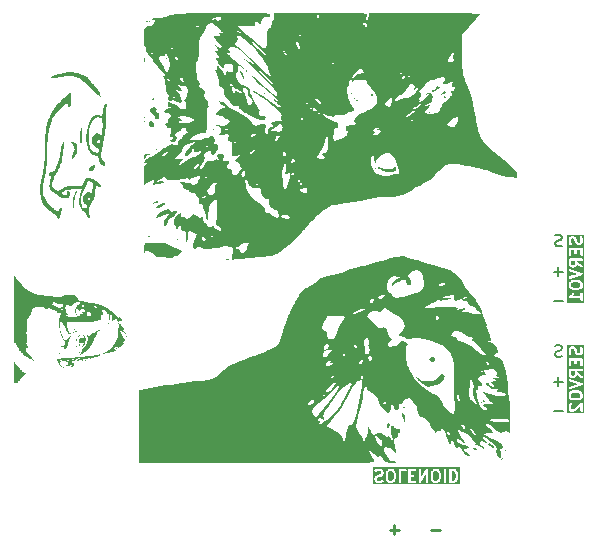
<source format=gbr>
%TF.GenerationSoftware,KiCad,Pcbnew,8.0.4*%
%TF.CreationDate,2025-01-29T17:32:31-05:00*%
%TF.ProjectId,EauRouge,45617552-6f75-4676-952e-6b696361645f,rev?*%
%TF.SameCoordinates,Original*%
%TF.FileFunction,Legend,Bot*%
%TF.FilePolarity,Positive*%
%FSLAX46Y46*%
G04 Gerber Fmt 4.6, Leading zero omitted, Abs format (unit mm)*
G04 Created by KiCad (PCBNEW 8.0.4) date 2025-01-29 17:32:31*
%MOMM*%
%LPD*%
G01*
G04 APERTURE LIST*
%ADD10C,0.200000*%
%ADD11C,0.250000*%
%ADD12C,0.000000*%
%ADD13C,0.100000*%
%ADD14C,3.200000*%
%ADD15R,1.700000X1.700000*%
%ADD16O,1.700000X1.700000*%
%ADD17C,1.400000*%
%ADD18R,3.500000X3.500000*%
%ADD19C,3.500000*%
%ADD20R,2.000000X2.000000*%
%ADD21C,2.000000*%
G04 APERTURE END LIST*
D10*
X147577945Y-132619600D02*
X147435088Y-132667219D01*
X147435088Y-132667219D02*
X147196993Y-132667219D01*
X147196993Y-132667219D02*
X147101755Y-132619600D01*
X147101755Y-132619600D02*
X147054136Y-132571980D01*
X147054136Y-132571980D02*
X147006517Y-132476742D01*
X147006517Y-132476742D02*
X147006517Y-132381504D01*
X147006517Y-132381504D02*
X147054136Y-132286266D01*
X147054136Y-132286266D02*
X147101755Y-132238647D01*
X147101755Y-132238647D02*
X147196993Y-132191028D01*
X147196993Y-132191028D02*
X147387469Y-132143409D01*
X147387469Y-132143409D02*
X147482707Y-132095790D01*
X147482707Y-132095790D02*
X147530326Y-132048171D01*
X147530326Y-132048171D02*
X147577945Y-131952933D01*
X147577945Y-131952933D02*
X147577945Y-131857695D01*
X147577945Y-131857695D02*
X147530326Y-131762457D01*
X147530326Y-131762457D02*
X147482707Y-131714838D01*
X147482707Y-131714838D02*
X147387469Y-131667219D01*
X147387469Y-131667219D02*
X147149374Y-131667219D01*
X147149374Y-131667219D02*
X147006517Y-131714838D01*
D11*
X137297431Y-147333666D02*
X136535527Y-147333666D01*
D10*
X147585088Y-123269600D02*
X147442231Y-123317219D01*
X147442231Y-123317219D02*
X147204136Y-123317219D01*
X147204136Y-123317219D02*
X147108898Y-123269600D01*
X147108898Y-123269600D02*
X147061279Y-123221980D01*
X147061279Y-123221980D02*
X147013660Y-123126742D01*
X147013660Y-123126742D02*
X147013660Y-123031504D01*
X147013660Y-123031504D02*
X147061279Y-122936266D01*
X147061279Y-122936266D02*
X147108898Y-122888647D01*
X147108898Y-122888647D02*
X147204136Y-122841028D01*
X147204136Y-122841028D02*
X147394612Y-122793409D01*
X147394612Y-122793409D02*
X147489850Y-122745790D01*
X147489850Y-122745790D02*
X147537469Y-122698171D01*
X147537469Y-122698171D02*
X147585088Y-122602933D01*
X147585088Y-122602933D02*
X147585088Y-122507695D01*
X147585088Y-122507695D02*
X147537469Y-122412457D01*
X147537469Y-122412457D02*
X147489850Y-122364838D01*
X147489850Y-122364838D02*
X147394612Y-122317219D01*
X147394612Y-122317219D02*
X147156517Y-122317219D01*
X147156517Y-122317219D02*
X147013660Y-122364838D01*
X147673183Y-137286266D02*
X146911279Y-137286266D01*
G36*
X149073236Y-126374255D02*
G01*
X149137414Y-126438432D01*
X149167219Y-126498042D01*
X149167219Y-126641304D01*
X149137414Y-126700913D01*
X149073236Y-126765090D01*
X148921575Y-126803006D01*
X148612861Y-126803006D01*
X148461202Y-126765091D01*
X148397023Y-126700912D01*
X148367219Y-126641303D01*
X148367219Y-126498042D01*
X148397023Y-126438433D01*
X148461202Y-126374254D01*
X148612861Y-126336340D01*
X148921575Y-126336340D01*
X149073236Y-126374255D01*
G37*
G36*
X148691028Y-124784161D02*
G01*
X148661223Y-124843770D01*
X148636554Y-124868438D01*
X148576945Y-124898244D01*
X148481302Y-124898244D01*
X148421692Y-124868439D01*
X148397024Y-124843770D01*
X148367219Y-124784160D01*
X148367219Y-124526816D01*
X148691028Y-124526816D01*
X148691028Y-124784161D01*
G37*
G36*
X149478330Y-128064577D02*
G01*
X148056108Y-128064577D01*
X148056108Y-127569568D01*
X148167219Y-127569568D01*
X148169140Y-127579278D01*
X148169140Y-127589182D01*
X148172889Y-127598234D01*
X148174791Y-127607845D01*
X148180283Y-127616083D01*
X148184072Y-127625230D01*
X148190998Y-127632156D01*
X148196434Y-127640310D01*
X148204662Y-127645820D01*
X148211662Y-127652820D01*
X148220713Y-127656569D01*
X148228854Y-127662021D01*
X148238561Y-127663962D01*
X148247710Y-127667752D01*
X148267012Y-127669652D01*
X148267114Y-127669673D01*
X148267148Y-127669666D01*
X148267219Y-127669673D01*
X149167219Y-127669673D01*
X149167219Y-127855387D01*
X149169140Y-127874896D01*
X149184072Y-127910944D01*
X149211662Y-127938534D01*
X149247710Y-127953466D01*
X149286728Y-127953466D01*
X149322776Y-127938534D01*
X149350366Y-127910944D01*
X149365298Y-127874896D01*
X149367219Y-127855387D01*
X149367219Y-127283959D01*
X149365298Y-127264450D01*
X149350366Y-127228402D01*
X149322776Y-127200812D01*
X149286728Y-127185880D01*
X149247710Y-127185880D01*
X149211662Y-127200812D01*
X149184072Y-127228402D01*
X149169140Y-127264450D01*
X149167219Y-127283959D01*
X149167219Y-127469673D01*
X148556260Y-127469673D01*
X148576025Y-127449908D01*
X148582316Y-127442241D01*
X148584314Y-127440509D01*
X148586209Y-127437497D01*
X148588461Y-127434754D01*
X148589470Y-127432316D01*
X148594757Y-127423918D01*
X148642376Y-127328681D01*
X148649382Y-127310372D01*
X148652148Y-127271452D01*
X148639809Y-127234436D01*
X148614244Y-127204959D01*
X148579346Y-127187510D01*
X148540426Y-127184745D01*
X148503410Y-127197083D01*
X148473933Y-127222648D01*
X148463490Y-127239238D01*
X148423129Y-127319960D01*
X148346365Y-127396724D01*
X148211749Y-127486468D01*
X148211694Y-127486512D01*
X148211662Y-127486526D01*
X148211588Y-127486599D01*
X148196582Y-127498888D01*
X148191071Y-127507116D01*
X148184072Y-127514116D01*
X148180322Y-127523167D01*
X148174871Y-127531308D01*
X148172929Y-127541015D01*
X148169140Y-127550164D01*
X148169140Y-127559963D01*
X148167219Y-127569568D01*
X148056108Y-127569568D01*
X148056108Y-126474435D01*
X148167219Y-126474435D01*
X148167219Y-126664911D01*
X148169140Y-126684420D01*
X148170515Y-126687740D01*
X148170770Y-126691324D01*
X148177776Y-126709632D01*
X148225395Y-126804870D01*
X148230680Y-126813266D01*
X148231691Y-126815706D01*
X148233944Y-126818452D01*
X148235838Y-126821460D01*
X148237832Y-126823189D01*
X148244127Y-126830860D01*
X148339365Y-126926098D01*
X148354519Y-126938534D01*
X148361387Y-126941379D01*
X148367362Y-126945806D01*
X148385822Y-126952401D01*
X148576298Y-127000020D01*
X148579679Y-127000520D01*
X148581043Y-127001085D01*
X148588393Y-127001808D01*
X148595691Y-127002888D01*
X148597149Y-127002670D01*
X148600552Y-127003006D01*
X148933885Y-127003006D01*
X148937287Y-127002670D01*
X148938746Y-127002888D01*
X148946043Y-127001808D01*
X148953394Y-127001085D01*
X148954757Y-127000520D01*
X148958139Y-127000020D01*
X149148614Y-126952401D01*
X149167075Y-126945806D01*
X149173047Y-126941380D01*
X149179918Y-126938535D01*
X149195071Y-126926098D01*
X149290311Y-126830860D01*
X149296604Y-126823191D01*
X149298600Y-126821461D01*
X149300493Y-126818453D01*
X149302747Y-126815707D01*
X149303757Y-126813266D01*
X149309043Y-126804870D01*
X149356662Y-126709633D01*
X149363668Y-126691324D01*
X149363922Y-126687740D01*
X149365298Y-126684420D01*
X149367219Y-126664911D01*
X149367219Y-126474435D01*
X149365298Y-126454926D01*
X149363922Y-126451605D01*
X149363668Y-126448022D01*
X149356662Y-126429713D01*
X149309043Y-126334476D01*
X149303757Y-126326079D01*
X149302747Y-126323639D01*
X149300493Y-126320892D01*
X149298600Y-126317885D01*
X149296604Y-126316154D01*
X149290311Y-126308486D01*
X149195071Y-126213248D01*
X149179918Y-126200811D01*
X149173047Y-126197965D01*
X149167075Y-126193540D01*
X149148614Y-126186945D01*
X148958139Y-126139326D01*
X148954757Y-126138825D01*
X148953394Y-126138261D01*
X148946043Y-126137537D01*
X148938746Y-126136458D01*
X148937287Y-126136675D01*
X148933885Y-126136340D01*
X148600552Y-126136340D01*
X148597149Y-126136675D01*
X148595691Y-126136458D01*
X148588393Y-126137537D01*
X148581043Y-126138261D01*
X148579679Y-126138825D01*
X148576298Y-126139326D01*
X148385822Y-126186945D01*
X148367362Y-126193540D01*
X148361387Y-126197966D01*
X148354519Y-126200812D01*
X148339365Y-126213248D01*
X148244127Y-126308486D01*
X148237832Y-126316156D01*
X148235838Y-126317886D01*
X148233944Y-126320893D01*
X148231691Y-126323640D01*
X148230680Y-126326079D01*
X148225395Y-126334476D01*
X148177776Y-126429714D01*
X148170770Y-126448022D01*
X148170515Y-126451605D01*
X148169140Y-126454926D01*
X148167219Y-126474435D01*
X148056108Y-126474435D01*
X148056108Y-125271452D01*
X148168004Y-125271452D01*
X148170770Y-125310372D01*
X148188220Y-125345271D01*
X148217696Y-125370836D01*
X148235596Y-125378827D01*
X148950991Y-125617292D01*
X148235596Y-125855757D01*
X148217696Y-125863748D01*
X148188220Y-125889313D01*
X148170770Y-125924212D01*
X148168004Y-125963132D01*
X148180342Y-126000148D01*
X148205907Y-126029624D01*
X148240806Y-126047074D01*
X148279726Y-126049840D01*
X148298842Y-126045493D01*
X149298841Y-125712160D01*
X149316742Y-125704169D01*
X149322143Y-125699484D01*
X149328530Y-125696291D01*
X149336742Y-125686822D01*
X149346218Y-125678604D01*
X149349413Y-125672212D01*
X149354095Y-125666815D01*
X149358061Y-125654917D01*
X149363667Y-125643705D01*
X149364173Y-125636580D01*
X149366434Y-125629799D01*
X149365544Y-125617292D01*
X149366434Y-125604785D01*
X149364173Y-125598003D01*
X149363667Y-125590879D01*
X149358061Y-125579666D01*
X149354095Y-125567769D01*
X149349413Y-125562371D01*
X149346218Y-125555980D01*
X149336742Y-125547761D01*
X149328530Y-125538293D01*
X149322143Y-125535099D01*
X149316742Y-125530415D01*
X149298841Y-125522424D01*
X148298842Y-125189091D01*
X148279726Y-125184744D01*
X148240806Y-125187510D01*
X148205907Y-125204960D01*
X148180342Y-125234436D01*
X148168004Y-125271452D01*
X148056108Y-125271452D01*
X148056108Y-124426816D01*
X148167219Y-124426816D01*
X148167219Y-124807768D01*
X148169140Y-124827277D01*
X148170515Y-124830597D01*
X148170770Y-124834181D01*
X148177776Y-124852489D01*
X148225395Y-124947727D01*
X148230680Y-124956123D01*
X148231691Y-124958563D01*
X148233944Y-124961309D01*
X148235838Y-124964317D01*
X148237832Y-124966046D01*
X148244127Y-124973717D01*
X148291746Y-125021335D01*
X148299412Y-125027627D01*
X148301145Y-125029625D01*
X148304153Y-125031518D01*
X148306899Y-125033772D01*
X148309339Y-125034782D01*
X148317736Y-125040068D01*
X148412973Y-125087687D01*
X148431282Y-125094693D01*
X148434865Y-125094947D01*
X148438186Y-125096323D01*
X148457695Y-125098244D01*
X148600552Y-125098244D01*
X148620061Y-125096323D01*
X148623381Y-125094947D01*
X148626965Y-125094693D01*
X148645273Y-125087687D01*
X148740511Y-125040068D01*
X148748907Y-125034782D01*
X148751347Y-125033772D01*
X148754093Y-125031518D01*
X148757101Y-125029625D01*
X148758830Y-125027630D01*
X148766501Y-125021336D01*
X148814119Y-124973717D01*
X148820411Y-124966050D01*
X148822409Y-124964318D01*
X148824302Y-124961309D01*
X148826556Y-124958564D01*
X148827566Y-124956123D01*
X148832852Y-124947727D01*
X148880471Y-124852490D01*
X148881347Y-124850199D01*
X149209873Y-125080167D01*
X149226957Y-125089781D01*
X149265052Y-125098221D01*
X149303476Y-125091440D01*
X149336381Y-125070471D01*
X149358756Y-125038506D01*
X149367196Y-125000412D01*
X149360415Y-124961987D01*
X149339446Y-124929082D01*
X149324565Y-124916321D01*
X148891028Y-124612845D01*
X148891028Y-124526816D01*
X149267219Y-124526816D01*
X149286728Y-124524895D01*
X149322776Y-124509963D01*
X149350366Y-124482373D01*
X149365298Y-124446325D01*
X149365298Y-124407307D01*
X149350366Y-124371259D01*
X149322776Y-124343669D01*
X149286728Y-124328737D01*
X149267219Y-124326816D01*
X148267219Y-124326816D01*
X148247710Y-124328737D01*
X148211662Y-124343669D01*
X148184072Y-124371259D01*
X148169140Y-124407307D01*
X148167219Y-124426816D01*
X148056108Y-124426816D01*
X148056108Y-123522054D01*
X148167219Y-123522054D01*
X148167219Y-123998244D01*
X148169140Y-124017753D01*
X148184072Y-124053801D01*
X148211662Y-124081391D01*
X148247710Y-124096323D01*
X148286728Y-124096323D01*
X148322776Y-124081391D01*
X148350366Y-124053801D01*
X148365298Y-124017753D01*
X148367219Y-123998244D01*
X148367219Y-123622054D01*
X148643409Y-123622054D01*
X148643409Y-123855387D01*
X148645330Y-123874896D01*
X148660262Y-123910944D01*
X148687852Y-123938534D01*
X148723900Y-123953466D01*
X148762918Y-123953466D01*
X148798966Y-123938534D01*
X148826556Y-123910944D01*
X148841488Y-123874896D01*
X148843409Y-123855387D01*
X148843409Y-123622054D01*
X149167219Y-123622054D01*
X149167219Y-123998244D01*
X149169140Y-124017753D01*
X149184072Y-124053801D01*
X149211662Y-124081391D01*
X149247710Y-124096323D01*
X149286728Y-124096323D01*
X149322776Y-124081391D01*
X149350366Y-124053801D01*
X149365298Y-124017753D01*
X149367219Y-123998244D01*
X149367219Y-123522054D01*
X149365298Y-123502545D01*
X149350366Y-123466497D01*
X149322776Y-123438907D01*
X149286728Y-123423975D01*
X149267219Y-123422054D01*
X148267219Y-123422054D01*
X148247710Y-123423975D01*
X148211662Y-123438907D01*
X148184072Y-123466497D01*
X148169140Y-123502545D01*
X148167219Y-123522054D01*
X148056108Y-123522054D01*
X148056108Y-122712530D01*
X148167219Y-122712530D01*
X148167219Y-122950625D01*
X148168191Y-122960498D01*
X148168004Y-122963132D01*
X148168791Y-122966595D01*
X148169140Y-122970134D01*
X148170151Y-122972576D01*
X148172351Y-122982248D01*
X148219970Y-123125104D01*
X148227961Y-123143005D01*
X148253526Y-123172481D01*
X148288425Y-123189930D01*
X148327345Y-123192697D01*
X148364361Y-123180358D01*
X148393837Y-123154793D01*
X148411287Y-123119894D01*
X148414053Y-123080974D01*
X148409706Y-123061859D01*
X148367219Y-122934398D01*
X148367219Y-122736137D01*
X148397024Y-122676527D01*
X148421692Y-122651858D01*
X148481302Y-122622054D01*
X148529326Y-122622054D01*
X148588935Y-122651859D01*
X148613604Y-122676527D01*
X148649057Y-122747434D01*
X148694014Y-122927259D01*
X148694527Y-122928696D01*
X148694579Y-122929419D01*
X148697687Y-122937543D01*
X148700609Y-122945720D01*
X148701039Y-122946300D01*
X148701585Y-122947727D01*
X148749204Y-123042965D01*
X148754489Y-123051361D01*
X148755500Y-123053801D01*
X148757753Y-123056547D01*
X148759647Y-123059555D01*
X148761641Y-123061284D01*
X148767936Y-123068955D01*
X148815555Y-123116573D01*
X148823221Y-123122865D01*
X148824954Y-123124863D01*
X148827962Y-123126756D01*
X148830708Y-123129010D01*
X148833148Y-123130020D01*
X148841545Y-123135306D01*
X148936782Y-123182925D01*
X148955091Y-123189931D01*
X148958674Y-123190185D01*
X148961995Y-123191561D01*
X148981504Y-123193482D01*
X149076742Y-123193482D01*
X149096251Y-123191561D01*
X149099571Y-123190185D01*
X149103155Y-123189931D01*
X149121463Y-123182925D01*
X149216701Y-123135306D01*
X149225093Y-123130022D01*
X149227537Y-123129011D01*
X149230286Y-123126754D01*
X149233291Y-123124863D01*
X149235020Y-123122868D01*
X149242690Y-123116574D01*
X149290310Y-123068956D01*
X149296603Y-123061287D01*
X149298600Y-123059556D01*
X149300493Y-123056547D01*
X149302747Y-123053802D01*
X149303757Y-123051361D01*
X149309043Y-123042965D01*
X149356662Y-122947728D01*
X149363668Y-122929419D01*
X149363922Y-122925835D01*
X149365298Y-122922515D01*
X149367219Y-122903006D01*
X149367219Y-122664911D01*
X149366246Y-122655037D01*
X149366434Y-122652403D01*
X149365646Y-122648939D01*
X149365298Y-122645402D01*
X149364286Y-122642960D01*
X149362087Y-122633288D01*
X149314468Y-122490431D01*
X149306477Y-122472531D01*
X149280912Y-122443055D01*
X149246013Y-122425605D01*
X149207093Y-122422839D01*
X149170077Y-122435177D01*
X149140601Y-122460742D01*
X149123151Y-122495641D01*
X149120385Y-122534561D01*
X149124732Y-122553677D01*
X149167219Y-122681137D01*
X149167219Y-122879399D01*
X149137414Y-122939008D01*
X149112746Y-122963675D01*
X149053135Y-122993482D01*
X149005111Y-122993482D01*
X148945501Y-122963677D01*
X148920833Y-122939008D01*
X148885379Y-122868101D01*
X148840423Y-122688276D01*
X148839909Y-122686837D01*
X148839858Y-122686117D01*
X148836749Y-122677992D01*
X148833828Y-122669816D01*
X148833398Y-122669236D01*
X148832852Y-122667808D01*
X148785233Y-122572571D01*
X148779947Y-122564174D01*
X148778937Y-122561734D01*
X148776683Y-122558988D01*
X148774790Y-122555980D01*
X148772792Y-122554247D01*
X148766500Y-122546581D01*
X148718882Y-122498962D01*
X148711211Y-122492667D01*
X148709482Y-122490673D01*
X148706474Y-122488779D01*
X148703728Y-122486526D01*
X148701288Y-122485515D01*
X148692892Y-122480230D01*
X148597654Y-122432611D01*
X148579346Y-122425605D01*
X148575762Y-122425350D01*
X148572442Y-122423975D01*
X148552933Y-122422054D01*
X148457695Y-122422054D01*
X148438186Y-122423975D01*
X148434865Y-122425350D01*
X148431282Y-122425605D01*
X148412973Y-122432611D01*
X148317736Y-122480230D01*
X148309339Y-122485515D01*
X148306899Y-122486526D01*
X148304153Y-122488779D01*
X148301145Y-122490673D01*
X148299412Y-122492670D01*
X148291746Y-122498963D01*
X148244127Y-122546581D01*
X148237832Y-122554251D01*
X148235838Y-122555981D01*
X148233944Y-122558988D01*
X148231691Y-122561735D01*
X148230680Y-122564174D01*
X148225395Y-122572571D01*
X148177776Y-122667809D01*
X148170770Y-122686117D01*
X148170515Y-122689700D01*
X148169140Y-122693021D01*
X148167219Y-122712530D01*
X148056108Y-122712530D01*
X148056108Y-122310943D01*
X149478330Y-122310943D01*
X149478330Y-128064577D01*
G37*
G36*
X133239005Y-142362583D02*
G01*
X133303186Y-142426764D01*
X133341101Y-142578423D01*
X133341101Y-142887137D01*
X133303186Y-143038796D01*
X133239007Y-143102975D01*
X133179399Y-143132780D01*
X133036137Y-143132780D01*
X132976529Y-143102976D01*
X132912350Y-143038797D01*
X132874435Y-142887137D01*
X132874435Y-142578424D01*
X132912350Y-142426764D01*
X132976530Y-142362583D01*
X133036136Y-142332780D01*
X133179400Y-142332780D01*
X133239005Y-142362583D01*
G37*
G36*
X137048529Y-142362583D02*
G01*
X137112710Y-142426764D01*
X137150625Y-142578423D01*
X137150625Y-142887137D01*
X137112710Y-143038796D01*
X137048531Y-143102975D01*
X136988923Y-143132780D01*
X136845661Y-143132780D01*
X136786053Y-143102976D01*
X136721874Y-143038797D01*
X136683959Y-142887137D01*
X136683959Y-142578424D01*
X136721874Y-142426764D01*
X136786054Y-142362583D01*
X136845660Y-142332780D01*
X136988924Y-142332780D01*
X137048529Y-142362583D01*
G37*
G36*
X138482319Y-142367802D02*
G01*
X138549392Y-142434875D01*
X138584844Y-142505780D01*
X138626815Y-142673661D01*
X138626815Y-142791899D01*
X138584844Y-142959780D01*
X138549392Y-143030686D01*
X138482319Y-143097758D01*
X138377255Y-143132780D01*
X138255387Y-143132780D01*
X138255387Y-142332780D01*
X138377255Y-142332780D01*
X138482319Y-142367802D01*
G37*
G36*
X138937926Y-143443891D02*
G01*
X131610943Y-143443891D01*
X131610943Y-142947066D01*
X131722054Y-142947066D01*
X131722054Y-143042304D01*
X131723975Y-143061813D01*
X131725350Y-143065133D01*
X131725605Y-143068717D01*
X131732611Y-143087025D01*
X131780230Y-143182263D01*
X131785515Y-143190659D01*
X131786526Y-143193099D01*
X131788779Y-143195845D01*
X131790673Y-143198853D01*
X131792667Y-143200582D01*
X131798962Y-143208253D01*
X131846581Y-143255871D01*
X131854247Y-143262163D01*
X131855980Y-143264161D01*
X131858988Y-143266054D01*
X131861734Y-143268308D01*
X131864174Y-143269318D01*
X131872571Y-143274604D01*
X131967808Y-143322223D01*
X131986117Y-143329229D01*
X131989700Y-143329483D01*
X131993021Y-143330859D01*
X132012530Y-143332780D01*
X132250625Y-143332780D01*
X132260498Y-143331807D01*
X132263132Y-143331995D01*
X132266595Y-143331207D01*
X132270134Y-143330859D01*
X132272576Y-143329847D01*
X132282248Y-143327648D01*
X132425104Y-143280029D01*
X132443005Y-143272038D01*
X132472481Y-143246473D01*
X132489930Y-143211574D01*
X132492697Y-143172654D01*
X132480358Y-143135638D01*
X132454793Y-143106162D01*
X132419894Y-143088712D01*
X132380974Y-143085946D01*
X132361859Y-143090293D01*
X132234398Y-143132780D01*
X132036137Y-143132780D01*
X131976527Y-143102975D01*
X131951859Y-143078306D01*
X131922054Y-143018696D01*
X131922054Y-142970673D01*
X131951859Y-142911063D01*
X131976527Y-142886394D01*
X132047434Y-142850941D01*
X132227259Y-142805985D01*
X132228696Y-142805471D01*
X132229419Y-142805420D01*
X132237543Y-142802311D01*
X132245720Y-142799390D01*
X132246300Y-142798959D01*
X132247727Y-142798414D01*
X132342965Y-142750795D01*
X132351361Y-142745509D01*
X132353801Y-142744499D01*
X132356547Y-142742245D01*
X132359555Y-142740352D01*
X132361284Y-142738357D01*
X132368955Y-142732063D01*
X132416573Y-142684444D01*
X132422865Y-142676777D01*
X132424863Y-142675045D01*
X132426756Y-142672036D01*
X132429010Y-142669291D01*
X132430020Y-142666850D01*
X132435306Y-142658454D01*
X132481476Y-142566114D01*
X132674435Y-142566114D01*
X132674435Y-142899447D01*
X132674770Y-142902849D01*
X132674553Y-142904308D01*
X132675632Y-142911605D01*
X132676356Y-142918956D01*
X132676920Y-142920319D01*
X132677421Y-142923701D01*
X132725040Y-143114176D01*
X132731635Y-143132637D01*
X132736061Y-143138611D01*
X132738907Y-143145480D01*
X132751343Y-143160634D01*
X132846581Y-143255872D01*
X132854247Y-143262163D01*
X132855980Y-143264161D01*
X132858991Y-143266056D01*
X132861735Y-143268308D01*
X132864172Y-143269317D01*
X132872571Y-143274604D01*
X132967808Y-143322223D01*
X132986117Y-143329229D01*
X132989700Y-143329483D01*
X132993021Y-143330859D01*
X133012530Y-143332780D01*
X133203006Y-143332780D01*
X133222515Y-143330859D01*
X133225835Y-143329483D01*
X133229419Y-143329229D01*
X133247727Y-143322223D01*
X133342965Y-143274604D01*
X133351361Y-143269318D01*
X133353801Y-143268308D01*
X133356547Y-143266054D01*
X133359555Y-143264161D01*
X133361284Y-143262166D01*
X133368955Y-143255872D01*
X133464193Y-143160634D01*
X133476629Y-143145480D01*
X133479474Y-143138611D01*
X133483901Y-143132637D01*
X133490496Y-143114177D01*
X133538115Y-142923701D01*
X133538615Y-142920319D01*
X133539180Y-142918956D01*
X133539903Y-142911605D01*
X133540983Y-142904308D01*
X133540765Y-142902849D01*
X133541101Y-142899447D01*
X133541101Y-142566114D01*
X133540765Y-142562711D01*
X133540983Y-142561253D01*
X133539903Y-142553955D01*
X133539180Y-142546605D01*
X133538615Y-142545241D01*
X133538115Y-142541860D01*
X133490496Y-142351384D01*
X133483901Y-142332924D01*
X133479474Y-142326949D01*
X133476629Y-142320081D01*
X133464193Y-142304927D01*
X133392046Y-142232780D01*
X133769673Y-142232780D01*
X133769673Y-143232780D01*
X133771594Y-143252289D01*
X133786526Y-143288337D01*
X133814116Y-143315927D01*
X133850164Y-143330859D01*
X133889182Y-143330859D01*
X133925230Y-143315927D01*
X133952820Y-143288337D01*
X133967752Y-143252289D01*
X133969673Y-143232780D01*
X133969673Y-142332780D01*
X134345863Y-142332780D01*
X134365372Y-142330859D01*
X134401420Y-142315927D01*
X134429010Y-142288337D01*
X134443942Y-142252289D01*
X134443942Y-142232780D01*
X134579197Y-142232780D01*
X134579197Y-143232780D01*
X134581118Y-143252289D01*
X134596050Y-143288337D01*
X134623640Y-143315927D01*
X134659688Y-143330859D01*
X134679197Y-143332780D01*
X135155387Y-143332780D01*
X135174896Y-143330859D01*
X135210944Y-143315927D01*
X135238534Y-143288337D01*
X135253466Y-143252289D01*
X135253466Y-143213271D01*
X135238534Y-143177223D01*
X135210944Y-143149633D01*
X135174896Y-143134701D01*
X135155387Y-143132780D01*
X134779197Y-143132780D01*
X134779197Y-142856590D01*
X135012530Y-142856590D01*
X135032039Y-142854669D01*
X135068087Y-142839737D01*
X135095677Y-142812147D01*
X135110609Y-142776099D01*
X135110609Y-142737081D01*
X135095677Y-142701033D01*
X135068087Y-142673443D01*
X135032039Y-142658511D01*
X135012530Y-142656590D01*
X134779197Y-142656590D01*
X134779197Y-142332780D01*
X135155387Y-142332780D01*
X135174896Y-142330859D01*
X135210944Y-142315927D01*
X135238534Y-142288337D01*
X135253466Y-142252289D01*
X135253466Y-142232780D01*
X135483959Y-142232780D01*
X135483959Y-143232780D01*
X135484453Y-143237797D01*
X135484203Y-143239765D01*
X135484897Y-143242311D01*
X135485880Y-143252289D01*
X135490971Y-143264579D01*
X135494470Y-143277408D01*
X135498372Y-143282446D01*
X135500812Y-143288337D01*
X135510217Y-143297742D01*
X135518360Y-143308257D01*
X135523894Y-143311419D01*
X135528402Y-143315927D01*
X135540687Y-143321015D01*
X135552237Y-143327616D01*
X135558561Y-143328419D01*
X135564450Y-143330859D01*
X135577751Y-143330859D01*
X135590944Y-143332536D01*
X135597093Y-143330859D01*
X135603468Y-143330859D01*
X135615758Y-143325767D01*
X135628587Y-143322269D01*
X135633625Y-143318366D01*
X135639516Y-143315927D01*
X135648921Y-143306521D01*
X135659436Y-143298379D01*
X135665239Y-143290203D01*
X135667106Y-143288337D01*
X135667864Y-143286504D01*
X135670783Y-143282394D01*
X136055387Y-142609336D01*
X136055387Y-143232780D01*
X136057308Y-143252289D01*
X136072240Y-143288337D01*
X136099830Y-143315927D01*
X136135878Y-143330859D01*
X136174896Y-143330859D01*
X136210944Y-143315927D01*
X136238534Y-143288337D01*
X136253466Y-143252289D01*
X136255387Y-143232780D01*
X136255387Y-142566114D01*
X136483959Y-142566114D01*
X136483959Y-142899447D01*
X136484294Y-142902849D01*
X136484077Y-142904308D01*
X136485156Y-142911605D01*
X136485880Y-142918956D01*
X136486444Y-142920319D01*
X136486945Y-142923701D01*
X136534564Y-143114176D01*
X136541159Y-143132637D01*
X136545585Y-143138611D01*
X136548431Y-143145480D01*
X136560867Y-143160634D01*
X136656105Y-143255872D01*
X136663771Y-143262163D01*
X136665504Y-143264161D01*
X136668515Y-143266056D01*
X136671259Y-143268308D01*
X136673696Y-143269317D01*
X136682095Y-143274604D01*
X136777332Y-143322223D01*
X136795641Y-143329229D01*
X136799224Y-143329483D01*
X136802545Y-143330859D01*
X136822054Y-143332780D01*
X137012530Y-143332780D01*
X137032039Y-143330859D01*
X137035359Y-143329483D01*
X137038943Y-143329229D01*
X137057251Y-143322223D01*
X137152489Y-143274604D01*
X137160885Y-143269318D01*
X137163325Y-143268308D01*
X137166071Y-143266054D01*
X137169079Y-143264161D01*
X137170808Y-143262166D01*
X137178479Y-143255872D01*
X137273717Y-143160634D01*
X137286153Y-143145480D01*
X137288998Y-143138611D01*
X137293425Y-143132637D01*
X137300020Y-143114177D01*
X137347639Y-142923701D01*
X137348139Y-142920319D01*
X137348704Y-142918956D01*
X137349427Y-142911605D01*
X137350507Y-142904308D01*
X137350289Y-142902849D01*
X137350625Y-142899447D01*
X137350625Y-142566114D01*
X137350289Y-142562711D01*
X137350507Y-142561253D01*
X137349427Y-142553955D01*
X137348704Y-142546605D01*
X137348139Y-142545241D01*
X137347639Y-142541860D01*
X137300020Y-142351384D01*
X137293425Y-142332924D01*
X137288998Y-142326949D01*
X137286153Y-142320081D01*
X137273717Y-142304927D01*
X137201570Y-142232780D01*
X137579197Y-142232780D01*
X137579197Y-143232780D01*
X137581118Y-143252289D01*
X137596050Y-143288337D01*
X137623640Y-143315927D01*
X137659688Y-143330859D01*
X137698706Y-143330859D01*
X137734754Y-143315927D01*
X137762344Y-143288337D01*
X137777276Y-143252289D01*
X137779197Y-143232780D01*
X137779197Y-142232780D01*
X138055387Y-142232780D01*
X138055387Y-143232780D01*
X138057308Y-143252289D01*
X138072240Y-143288337D01*
X138099830Y-143315927D01*
X138135878Y-143330859D01*
X138155387Y-143332780D01*
X138393482Y-143332780D01*
X138403355Y-143331807D01*
X138405989Y-143331995D01*
X138409452Y-143331207D01*
X138412991Y-143330859D01*
X138415433Y-143329847D01*
X138425105Y-143327648D01*
X138567961Y-143280029D01*
X138585862Y-143272038D01*
X138588577Y-143269682D01*
X138591896Y-143268308D01*
X138607050Y-143255872D01*
X138702288Y-143160634D01*
X138708579Y-143152967D01*
X138710577Y-143151235D01*
X138712472Y-143148223D01*
X138714724Y-143145480D01*
X138715733Y-143143042D01*
X138721020Y-143134644D01*
X138768639Y-143039407D01*
X138769185Y-143037978D01*
X138769615Y-143037399D01*
X138772536Y-143029222D01*
X138775645Y-143021098D01*
X138775696Y-143020377D01*
X138776210Y-143018939D01*
X138823829Y-142828463D01*
X138824329Y-142825081D01*
X138824894Y-142823718D01*
X138825617Y-142816367D01*
X138826697Y-142809070D01*
X138826479Y-142807611D01*
X138826815Y-142804209D01*
X138826815Y-142661352D01*
X138826479Y-142657949D01*
X138826697Y-142656491D01*
X138825617Y-142649193D01*
X138824894Y-142641843D01*
X138824329Y-142640479D01*
X138823829Y-142637098D01*
X138776210Y-142446622D01*
X138775696Y-142445183D01*
X138775645Y-142444463D01*
X138772536Y-142436338D01*
X138769615Y-142428162D01*
X138769185Y-142427582D01*
X138768639Y-142426154D01*
X138721020Y-142330917D01*
X138715733Y-142322518D01*
X138714724Y-142320081D01*
X138712472Y-142317337D01*
X138710577Y-142314326D01*
X138708579Y-142312593D01*
X138702288Y-142304927D01*
X138607050Y-142209689D01*
X138591896Y-142197253D01*
X138588577Y-142195878D01*
X138585863Y-142193524D01*
X138567963Y-142185532D01*
X138425105Y-142137912D01*
X138415432Y-142135712D01*
X138412991Y-142134701D01*
X138409453Y-142134352D01*
X138405990Y-142133565D01*
X138403355Y-142133752D01*
X138393482Y-142132780D01*
X138155387Y-142132780D01*
X138135878Y-142134701D01*
X138099830Y-142149633D01*
X138072240Y-142177223D01*
X138057308Y-142213271D01*
X138055387Y-142232780D01*
X137779197Y-142232780D01*
X137777276Y-142213271D01*
X137762344Y-142177223D01*
X137734754Y-142149633D01*
X137698706Y-142134701D01*
X137659688Y-142134701D01*
X137623640Y-142149633D01*
X137596050Y-142177223D01*
X137581118Y-142213271D01*
X137579197Y-142232780D01*
X137201570Y-142232780D01*
X137178479Y-142209689D01*
X137170812Y-142203397D01*
X137169081Y-142201401D01*
X137166070Y-142199506D01*
X137163325Y-142197253D01*
X137160885Y-142196242D01*
X137152490Y-142190958D01*
X137057252Y-142143338D01*
X137038944Y-142136331D01*
X137035358Y-142136076D01*
X137032039Y-142134701D01*
X137012530Y-142132780D01*
X136822054Y-142132780D01*
X136802545Y-142134701D01*
X136799224Y-142136076D01*
X136795641Y-142136331D01*
X136777332Y-142143338D01*
X136682094Y-142190958D01*
X136673699Y-142196241D01*
X136671259Y-142197253D01*
X136668510Y-142199508D01*
X136665504Y-142201401D01*
X136663774Y-142203394D01*
X136656105Y-142209689D01*
X136560867Y-142304927D01*
X136548431Y-142320081D01*
X136545585Y-142326949D01*
X136541159Y-142332924D01*
X136534564Y-142351385D01*
X136486945Y-142541860D01*
X136486444Y-142545241D01*
X136485880Y-142546605D01*
X136485156Y-142553955D01*
X136484077Y-142561253D01*
X136484294Y-142562711D01*
X136483959Y-142566114D01*
X136255387Y-142566114D01*
X136255387Y-142232780D01*
X136254892Y-142227762D01*
X136255143Y-142225795D01*
X136254448Y-142223248D01*
X136253466Y-142213271D01*
X136248376Y-142200984D01*
X136244877Y-142188152D01*
X136240972Y-142183110D01*
X136238534Y-142177223D01*
X136229130Y-142167819D01*
X136220986Y-142157303D01*
X136215451Y-142154140D01*
X136210944Y-142149633D01*
X136198658Y-142144544D01*
X136187109Y-142137944D01*
X136180784Y-142137140D01*
X136174896Y-142134701D01*
X136161596Y-142134701D01*
X136148403Y-142133024D01*
X136142254Y-142134701D01*
X136135878Y-142134701D01*
X136123591Y-142139790D01*
X136110759Y-142143290D01*
X136105717Y-142147194D01*
X136099830Y-142149633D01*
X136090426Y-142159036D01*
X136079910Y-142167181D01*
X136074106Y-142175356D01*
X136072240Y-142177223D01*
X136071481Y-142179055D01*
X136068563Y-142183166D01*
X135683959Y-142856223D01*
X135683959Y-142232780D01*
X135682038Y-142213271D01*
X135667106Y-142177223D01*
X135639516Y-142149633D01*
X135603468Y-142134701D01*
X135564450Y-142134701D01*
X135528402Y-142149633D01*
X135500812Y-142177223D01*
X135485880Y-142213271D01*
X135483959Y-142232780D01*
X135253466Y-142232780D01*
X135253466Y-142213271D01*
X135238534Y-142177223D01*
X135210944Y-142149633D01*
X135174896Y-142134701D01*
X135155387Y-142132780D01*
X134679197Y-142132780D01*
X134659688Y-142134701D01*
X134623640Y-142149633D01*
X134596050Y-142177223D01*
X134581118Y-142213271D01*
X134579197Y-142232780D01*
X134443942Y-142232780D01*
X134443942Y-142213271D01*
X134429010Y-142177223D01*
X134401420Y-142149633D01*
X134365372Y-142134701D01*
X134345863Y-142132780D01*
X133869673Y-142132780D01*
X133850164Y-142134701D01*
X133814116Y-142149633D01*
X133786526Y-142177223D01*
X133771594Y-142213271D01*
X133769673Y-142232780D01*
X133392046Y-142232780D01*
X133368955Y-142209689D01*
X133361288Y-142203397D01*
X133359557Y-142201401D01*
X133356546Y-142199506D01*
X133353801Y-142197253D01*
X133351361Y-142196242D01*
X133342966Y-142190958D01*
X133247728Y-142143338D01*
X133229420Y-142136331D01*
X133225834Y-142136076D01*
X133222515Y-142134701D01*
X133203006Y-142132780D01*
X133012530Y-142132780D01*
X132993021Y-142134701D01*
X132989700Y-142136076D01*
X132986117Y-142136331D01*
X132967808Y-142143338D01*
X132872570Y-142190958D01*
X132864175Y-142196241D01*
X132861735Y-142197253D01*
X132858986Y-142199508D01*
X132855980Y-142201401D01*
X132854250Y-142203394D01*
X132846581Y-142209689D01*
X132751343Y-142304927D01*
X132738907Y-142320081D01*
X132736061Y-142326949D01*
X132731635Y-142332924D01*
X132725040Y-142351385D01*
X132677421Y-142541860D01*
X132676920Y-142545241D01*
X132676356Y-142546605D01*
X132675632Y-142553955D01*
X132674553Y-142561253D01*
X132674770Y-142562711D01*
X132674435Y-142566114D01*
X132481476Y-142566114D01*
X132482925Y-142563217D01*
X132489931Y-142544908D01*
X132490185Y-142541324D01*
X132491561Y-142538004D01*
X132493482Y-142518495D01*
X132493482Y-142423257D01*
X132491561Y-142403748D01*
X132490185Y-142400427D01*
X132489931Y-142396844D01*
X132482925Y-142378535D01*
X132435306Y-142283298D01*
X132430020Y-142274901D01*
X132429010Y-142272461D01*
X132426756Y-142269715D01*
X132424863Y-142266707D01*
X132422865Y-142264974D01*
X132416573Y-142257308D01*
X132368955Y-142209689D01*
X132361288Y-142203397D01*
X132359557Y-142201401D01*
X132356546Y-142199506D01*
X132353801Y-142197253D01*
X132351361Y-142196242D01*
X132342966Y-142190958D01*
X132247728Y-142143338D01*
X132229420Y-142136331D01*
X132225834Y-142136076D01*
X132222515Y-142134701D01*
X132203006Y-142132780D01*
X131964911Y-142132780D01*
X131955037Y-142133752D01*
X131952403Y-142133565D01*
X131948939Y-142134352D01*
X131945402Y-142134701D01*
X131942960Y-142135712D01*
X131933288Y-142137912D01*
X131790431Y-142185532D01*
X131772530Y-142193524D01*
X131743054Y-142219089D01*
X131725605Y-142253988D01*
X131722839Y-142292908D01*
X131735178Y-142329924D01*
X131760743Y-142359400D01*
X131795642Y-142376849D01*
X131834562Y-142379615D01*
X131853677Y-142375268D01*
X131981139Y-142332780D01*
X132179400Y-142332780D01*
X132239006Y-142362583D01*
X132263677Y-142387254D01*
X132293482Y-142446864D01*
X132293482Y-142494888D01*
X132263677Y-142554497D01*
X132239008Y-142579165D01*
X132168101Y-142614619D01*
X131988276Y-142659576D01*
X131986837Y-142660089D01*
X131986117Y-142660141D01*
X131977992Y-142663249D01*
X131969816Y-142666171D01*
X131969236Y-142666600D01*
X131967808Y-142667147D01*
X131872571Y-142714766D01*
X131864174Y-142720051D01*
X131861734Y-142721062D01*
X131858988Y-142723315D01*
X131855980Y-142725209D01*
X131854247Y-142727206D01*
X131846581Y-142733499D01*
X131798962Y-142781117D01*
X131792667Y-142788787D01*
X131790673Y-142790517D01*
X131788779Y-142793524D01*
X131786526Y-142796271D01*
X131785515Y-142798710D01*
X131780230Y-142807107D01*
X131732611Y-142902345D01*
X131725605Y-142920653D01*
X131725350Y-142924236D01*
X131723975Y-142927557D01*
X131722054Y-142947066D01*
X131610943Y-142947066D01*
X131610943Y-142021669D01*
X138937926Y-142021669D01*
X138937926Y-143443891D01*
G37*
X147680326Y-125436266D02*
X146918422Y-125436266D01*
X147299374Y-125817219D02*
X147299374Y-125055314D01*
X147680326Y-127936266D02*
X146918422Y-127936266D01*
G36*
X149063292Y-135724255D02*
G01*
X149127470Y-135788432D01*
X149157275Y-135848042D01*
X149157275Y-135991304D01*
X149127470Y-136050913D01*
X149063292Y-136115090D01*
X148911631Y-136153006D01*
X148602917Y-136153006D01*
X148451258Y-136115091D01*
X148387079Y-136050912D01*
X148357275Y-135991303D01*
X148357275Y-135848042D01*
X148387079Y-135788433D01*
X148451258Y-135724254D01*
X148602917Y-135686340D01*
X148911631Y-135686340D01*
X149063292Y-135724255D01*
G37*
G36*
X148681084Y-134134161D02*
G01*
X148651279Y-134193770D01*
X148626610Y-134218438D01*
X148567001Y-134248244D01*
X148471358Y-134248244D01*
X148411748Y-134218439D01*
X148387080Y-134193770D01*
X148357275Y-134134160D01*
X148357275Y-133876816D01*
X148681084Y-133876816D01*
X148681084Y-134134161D01*
G37*
G36*
X149468386Y-137416498D02*
G01*
X148046164Y-137416498D01*
X148046164Y-136776816D01*
X148157275Y-136776816D01*
X148157275Y-137014911D01*
X148159196Y-137034420D01*
X148160571Y-137037740D01*
X148160826Y-137041324D01*
X148167832Y-137059632D01*
X148215451Y-137154870D01*
X148220736Y-137163266D01*
X148221747Y-137165706D01*
X148224000Y-137168452D01*
X148225894Y-137171460D01*
X148227888Y-137173189D01*
X148234183Y-137180860D01*
X148281802Y-137228478D01*
X148289468Y-137234770D01*
X148291201Y-137236768D01*
X148294209Y-137238661D01*
X148296955Y-137240915D01*
X148299395Y-137241925D01*
X148307792Y-137247211D01*
X148403029Y-137294830D01*
X148421338Y-137301836D01*
X148424921Y-137302090D01*
X148428242Y-137303466D01*
X148447751Y-137305387D01*
X148542989Y-137305387D01*
X148552862Y-137304414D01*
X148555496Y-137304602D01*
X148558959Y-137303814D01*
X148562498Y-137303466D01*
X148564940Y-137302454D01*
X148574612Y-137300255D01*
X148717468Y-137252636D01*
X148735369Y-137244645D01*
X148738084Y-137242289D01*
X148741403Y-137240915D01*
X148756557Y-137228479D01*
X149157275Y-136827761D01*
X149157275Y-137205387D01*
X149159196Y-137224896D01*
X149174128Y-137260944D01*
X149201718Y-137288534D01*
X149237766Y-137303466D01*
X149276784Y-137303466D01*
X149312832Y-137288534D01*
X149340422Y-137260944D01*
X149355354Y-137224896D01*
X149357275Y-137205387D01*
X149357275Y-136586340D01*
X149355354Y-136566831D01*
X149340422Y-136530783D01*
X149312832Y-136503193D01*
X149276784Y-136488261D01*
X149237766Y-136488261D01*
X149201718Y-136503193D01*
X149186564Y-136515629D01*
X148631826Y-137070365D01*
X148526762Y-137105387D01*
X148471358Y-137105387D01*
X148411748Y-137075582D01*
X148387080Y-137050913D01*
X148357275Y-136991303D01*
X148357275Y-136800423D01*
X148387080Y-136740813D01*
X148423223Y-136704670D01*
X148435660Y-136689517D01*
X148450591Y-136653468D01*
X148450591Y-136614450D01*
X148435660Y-136578402D01*
X148408070Y-136550812D01*
X148372022Y-136535881D01*
X148333004Y-136535881D01*
X148296955Y-136550812D01*
X148281802Y-136563249D01*
X148234183Y-136610867D01*
X148227888Y-136618537D01*
X148225894Y-136620267D01*
X148224000Y-136623274D01*
X148221747Y-136626021D01*
X148220736Y-136628460D01*
X148215451Y-136636857D01*
X148167832Y-136732095D01*
X148160826Y-136750403D01*
X148160571Y-136753986D01*
X148159196Y-136757307D01*
X148157275Y-136776816D01*
X148046164Y-136776816D01*
X148046164Y-135824435D01*
X148157275Y-135824435D01*
X148157275Y-136014911D01*
X148159196Y-136034420D01*
X148160571Y-136037740D01*
X148160826Y-136041324D01*
X148167832Y-136059632D01*
X148215451Y-136154870D01*
X148220736Y-136163266D01*
X148221747Y-136165706D01*
X148224000Y-136168452D01*
X148225894Y-136171460D01*
X148227888Y-136173189D01*
X148234183Y-136180860D01*
X148329421Y-136276098D01*
X148344575Y-136288534D01*
X148351443Y-136291379D01*
X148357418Y-136295806D01*
X148375878Y-136302401D01*
X148566354Y-136350020D01*
X148569735Y-136350520D01*
X148571099Y-136351085D01*
X148578449Y-136351808D01*
X148585747Y-136352888D01*
X148587205Y-136352670D01*
X148590608Y-136353006D01*
X148923941Y-136353006D01*
X148927343Y-136352670D01*
X148928802Y-136352888D01*
X148936099Y-136351808D01*
X148943450Y-136351085D01*
X148944813Y-136350520D01*
X148948195Y-136350020D01*
X149138670Y-136302401D01*
X149157131Y-136295806D01*
X149163103Y-136291380D01*
X149169974Y-136288535D01*
X149185127Y-136276098D01*
X149280367Y-136180860D01*
X149286660Y-136173191D01*
X149288656Y-136171461D01*
X149290549Y-136168453D01*
X149292803Y-136165707D01*
X149293813Y-136163266D01*
X149299099Y-136154870D01*
X149346718Y-136059633D01*
X149353724Y-136041324D01*
X149353978Y-136037740D01*
X149355354Y-136034420D01*
X149357275Y-136014911D01*
X149357275Y-135824435D01*
X149355354Y-135804926D01*
X149353978Y-135801605D01*
X149353724Y-135798022D01*
X149346718Y-135779713D01*
X149299099Y-135684476D01*
X149293813Y-135676079D01*
X149292803Y-135673639D01*
X149290549Y-135670892D01*
X149288656Y-135667885D01*
X149286660Y-135666154D01*
X149280367Y-135658486D01*
X149185127Y-135563248D01*
X149169974Y-135550811D01*
X149163103Y-135547965D01*
X149157131Y-135543540D01*
X149138670Y-135536945D01*
X148948195Y-135489326D01*
X148944813Y-135488825D01*
X148943450Y-135488261D01*
X148936099Y-135487537D01*
X148928802Y-135486458D01*
X148927343Y-135486675D01*
X148923941Y-135486340D01*
X148590608Y-135486340D01*
X148587205Y-135486675D01*
X148585747Y-135486458D01*
X148578449Y-135487537D01*
X148571099Y-135488261D01*
X148569735Y-135488825D01*
X148566354Y-135489326D01*
X148375878Y-135536945D01*
X148357418Y-135543540D01*
X148351443Y-135547966D01*
X148344575Y-135550812D01*
X148329421Y-135563248D01*
X148234183Y-135658486D01*
X148227888Y-135666156D01*
X148225894Y-135667886D01*
X148224000Y-135670893D01*
X148221747Y-135673640D01*
X148220736Y-135676079D01*
X148215451Y-135684476D01*
X148167832Y-135779714D01*
X148160826Y-135798022D01*
X148160571Y-135801605D01*
X148159196Y-135804926D01*
X148157275Y-135824435D01*
X148046164Y-135824435D01*
X148046164Y-134621452D01*
X148158060Y-134621452D01*
X148160826Y-134660372D01*
X148178276Y-134695271D01*
X148207752Y-134720836D01*
X148225652Y-134728827D01*
X148941047Y-134967292D01*
X148225652Y-135205757D01*
X148207752Y-135213748D01*
X148178276Y-135239313D01*
X148160826Y-135274212D01*
X148158060Y-135313132D01*
X148170398Y-135350148D01*
X148195963Y-135379624D01*
X148230862Y-135397074D01*
X148269782Y-135399840D01*
X148288898Y-135395493D01*
X149288897Y-135062160D01*
X149306798Y-135054169D01*
X149312199Y-135049484D01*
X149318586Y-135046291D01*
X149326798Y-135036822D01*
X149336274Y-135028604D01*
X149339469Y-135022212D01*
X149344151Y-135016815D01*
X149348117Y-135004917D01*
X149353723Y-134993705D01*
X149354229Y-134986580D01*
X149356490Y-134979799D01*
X149355600Y-134967292D01*
X149356490Y-134954785D01*
X149354229Y-134948003D01*
X149353723Y-134940879D01*
X149348117Y-134929666D01*
X149344151Y-134917769D01*
X149339469Y-134912371D01*
X149336274Y-134905980D01*
X149326798Y-134897761D01*
X149318586Y-134888293D01*
X149312199Y-134885099D01*
X149306798Y-134880415D01*
X149288897Y-134872424D01*
X148288898Y-134539091D01*
X148269782Y-134534744D01*
X148230862Y-134537510D01*
X148195963Y-134554960D01*
X148170398Y-134584436D01*
X148158060Y-134621452D01*
X148046164Y-134621452D01*
X148046164Y-133776816D01*
X148157275Y-133776816D01*
X148157275Y-134157768D01*
X148159196Y-134177277D01*
X148160571Y-134180597D01*
X148160826Y-134184181D01*
X148167832Y-134202489D01*
X148215451Y-134297727D01*
X148220736Y-134306123D01*
X148221747Y-134308563D01*
X148224000Y-134311309D01*
X148225894Y-134314317D01*
X148227888Y-134316046D01*
X148234183Y-134323717D01*
X148281802Y-134371335D01*
X148289468Y-134377627D01*
X148291201Y-134379625D01*
X148294209Y-134381518D01*
X148296955Y-134383772D01*
X148299395Y-134384782D01*
X148307792Y-134390068D01*
X148403029Y-134437687D01*
X148421338Y-134444693D01*
X148424921Y-134444947D01*
X148428242Y-134446323D01*
X148447751Y-134448244D01*
X148590608Y-134448244D01*
X148610117Y-134446323D01*
X148613437Y-134444947D01*
X148617021Y-134444693D01*
X148635329Y-134437687D01*
X148730567Y-134390068D01*
X148738963Y-134384782D01*
X148741403Y-134383772D01*
X148744149Y-134381518D01*
X148747157Y-134379625D01*
X148748886Y-134377630D01*
X148756557Y-134371336D01*
X148804175Y-134323717D01*
X148810467Y-134316050D01*
X148812465Y-134314318D01*
X148814358Y-134311309D01*
X148816612Y-134308564D01*
X148817622Y-134306123D01*
X148822908Y-134297727D01*
X148870527Y-134202490D01*
X148871403Y-134200199D01*
X149199929Y-134430167D01*
X149217013Y-134439781D01*
X149255108Y-134448221D01*
X149293532Y-134441440D01*
X149326437Y-134420471D01*
X149348812Y-134388506D01*
X149357252Y-134350412D01*
X149350471Y-134311987D01*
X149329502Y-134279082D01*
X149314621Y-134266321D01*
X148881084Y-133962845D01*
X148881084Y-133876816D01*
X149257275Y-133876816D01*
X149276784Y-133874895D01*
X149312832Y-133859963D01*
X149340422Y-133832373D01*
X149355354Y-133796325D01*
X149355354Y-133757307D01*
X149340422Y-133721259D01*
X149312832Y-133693669D01*
X149276784Y-133678737D01*
X149257275Y-133676816D01*
X148257275Y-133676816D01*
X148237766Y-133678737D01*
X148201718Y-133693669D01*
X148174128Y-133721259D01*
X148159196Y-133757307D01*
X148157275Y-133776816D01*
X148046164Y-133776816D01*
X148046164Y-132872054D01*
X148157275Y-132872054D01*
X148157275Y-133348244D01*
X148159196Y-133367753D01*
X148174128Y-133403801D01*
X148201718Y-133431391D01*
X148237766Y-133446323D01*
X148276784Y-133446323D01*
X148312832Y-133431391D01*
X148340422Y-133403801D01*
X148355354Y-133367753D01*
X148357275Y-133348244D01*
X148357275Y-132972054D01*
X148633465Y-132972054D01*
X148633465Y-133205387D01*
X148635386Y-133224896D01*
X148650318Y-133260944D01*
X148677908Y-133288534D01*
X148713956Y-133303466D01*
X148752974Y-133303466D01*
X148789022Y-133288534D01*
X148816612Y-133260944D01*
X148831544Y-133224896D01*
X148833465Y-133205387D01*
X148833465Y-132972054D01*
X149157275Y-132972054D01*
X149157275Y-133348244D01*
X149159196Y-133367753D01*
X149174128Y-133403801D01*
X149201718Y-133431391D01*
X149237766Y-133446323D01*
X149276784Y-133446323D01*
X149312832Y-133431391D01*
X149340422Y-133403801D01*
X149355354Y-133367753D01*
X149357275Y-133348244D01*
X149357275Y-132872054D01*
X149355354Y-132852545D01*
X149340422Y-132816497D01*
X149312832Y-132788907D01*
X149276784Y-132773975D01*
X149257275Y-132772054D01*
X148257275Y-132772054D01*
X148237766Y-132773975D01*
X148201718Y-132788907D01*
X148174128Y-132816497D01*
X148159196Y-132852545D01*
X148157275Y-132872054D01*
X148046164Y-132872054D01*
X148046164Y-132062530D01*
X148157275Y-132062530D01*
X148157275Y-132300625D01*
X148158247Y-132310498D01*
X148158060Y-132313132D01*
X148158847Y-132316595D01*
X148159196Y-132320134D01*
X148160207Y-132322576D01*
X148162407Y-132332248D01*
X148210026Y-132475104D01*
X148218017Y-132493005D01*
X148243582Y-132522481D01*
X148278481Y-132539930D01*
X148317401Y-132542697D01*
X148354417Y-132530358D01*
X148383893Y-132504793D01*
X148401343Y-132469894D01*
X148404109Y-132430974D01*
X148399762Y-132411859D01*
X148357275Y-132284398D01*
X148357275Y-132086137D01*
X148387080Y-132026527D01*
X148411748Y-132001858D01*
X148471358Y-131972054D01*
X148519382Y-131972054D01*
X148578991Y-132001859D01*
X148603660Y-132026527D01*
X148639113Y-132097434D01*
X148684070Y-132277259D01*
X148684583Y-132278696D01*
X148684635Y-132279419D01*
X148687743Y-132287543D01*
X148690665Y-132295720D01*
X148691095Y-132296300D01*
X148691641Y-132297727D01*
X148739260Y-132392965D01*
X148744545Y-132401361D01*
X148745556Y-132403801D01*
X148747809Y-132406547D01*
X148749703Y-132409555D01*
X148751697Y-132411284D01*
X148757992Y-132418955D01*
X148805611Y-132466573D01*
X148813277Y-132472865D01*
X148815010Y-132474863D01*
X148818018Y-132476756D01*
X148820764Y-132479010D01*
X148823204Y-132480020D01*
X148831601Y-132485306D01*
X148926838Y-132532925D01*
X148945147Y-132539931D01*
X148948730Y-132540185D01*
X148952051Y-132541561D01*
X148971560Y-132543482D01*
X149066798Y-132543482D01*
X149086307Y-132541561D01*
X149089627Y-132540185D01*
X149093211Y-132539931D01*
X149111519Y-132532925D01*
X149206757Y-132485306D01*
X149215149Y-132480022D01*
X149217593Y-132479011D01*
X149220342Y-132476754D01*
X149223347Y-132474863D01*
X149225076Y-132472868D01*
X149232746Y-132466574D01*
X149280366Y-132418956D01*
X149286659Y-132411287D01*
X149288656Y-132409556D01*
X149290549Y-132406547D01*
X149292803Y-132403802D01*
X149293813Y-132401361D01*
X149299099Y-132392965D01*
X149346718Y-132297728D01*
X149353724Y-132279419D01*
X149353978Y-132275835D01*
X149355354Y-132272515D01*
X149357275Y-132253006D01*
X149357275Y-132014911D01*
X149356302Y-132005037D01*
X149356490Y-132002403D01*
X149355702Y-131998939D01*
X149355354Y-131995402D01*
X149354342Y-131992960D01*
X149352143Y-131983288D01*
X149304524Y-131840431D01*
X149296533Y-131822531D01*
X149270968Y-131793055D01*
X149236069Y-131775605D01*
X149197149Y-131772839D01*
X149160133Y-131785177D01*
X149130657Y-131810742D01*
X149113207Y-131845641D01*
X149110441Y-131884561D01*
X149114788Y-131903677D01*
X149157275Y-132031137D01*
X149157275Y-132229399D01*
X149127470Y-132289008D01*
X149102802Y-132313675D01*
X149043191Y-132343482D01*
X148995167Y-132343482D01*
X148935557Y-132313677D01*
X148910889Y-132289008D01*
X148875435Y-132218101D01*
X148830479Y-132038276D01*
X148829965Y-132036837D01*
X148829914Y-132036117D01*
X148826805Y-132027992D01*
X148823884Y-132019816D01*
X148823454Y-132019236D01*
X148822908Y-132017808D01*
X148775289Y-131922571D01*
X148770003Y-131914174D01*
X148768993Y-131911734D01*
X148766739Y-131908988D01*
X148764846Y-131905980D01*
X148762848Y-131904247D01*
X148756556Y-131896581D01*
X148708938Y-131848962D01*
X148701267Y-131842667D01*
X148699538Y-131840673D01*
X148696530Y-131838779D01*
X148693784Y-131836526D01*
X148691344Y-131835515D01*
X148682948Y-131830230D01*
X148587710Y-131782611D01*
X148569402Y-131775605D01*
X148565818Y-131775350D01*
X148562498Y-131773975D01*
X148542989Y-131772054D01*
X148447751Y-131772054D01*
X148428242Y-131773975D01*
X148424921Y-131775350D01*
X148421338Y-131775605D01*
X148403029Y-131782611D01*
X148307792Y-131830230D01*
X148299395Y-131835515D01*
X148296955Y-131836526D01*
X148294209Y-131838779D01*
X148291201Y-131840673D01*
X148289468Y-131842670D01*
X148281802Y-131848963D01*
X148234183Y-131896581D01*
X148227888Y-131904251D01*
X148225894Y-131905981D01*
X148224000Y-131908988D01*
X148221747Y-131911735D01*
X148220736Y-131914174D01*
X148215451Y-131922571D01*
X148167832Y-132017809D01*
X148160826Y-132036117D01*
X148160571Y-132039700D01*
X148159196Y-132043021D01*
X148157275Y-132062530D01*
X148046164Y-132062530D01*
X148046164Y-131660943D01*
X149468386Y-131660943D01*
X149468386Y-137416498D01*
G37*
X147673183Y-134786266D02*
X146911279Y-134786266D01*
X147292231Y-135167219D02*
X147292231Y-134405314D01*
D11*
X133416333Y-147697431D02*
X133416333Y-146935527D01*
X133035380Y-147316479D02*
X133797285Y-147316479D01*
D12*
%TO.C,G\u002A\u002A\u002A*%
G36*
X101239152Y-133070000D02*
G01*
X101234150Y-133075000D01*
X101229148Y-133070000D01*
X101234150Y-133065000D01*
X101239152Y-133070000D01*
G37*
G36*
X101309180Y-125870000D02*
G01*
X101304178Y-125875000D01*
X101299176Y-125870000D01*
X101304178Y-125865000D01*
X101309180Y-125870000D01*
G37*
G36*
X101389211Y-133220000D02*
G01*
X101384209Y-133225000D01*
X101379207Y-133220000D01*
X101384209Y-133215000D01*
X101389211Y-133220000D01*
G37*
G36*
X101489250Y-132480000D02*
G01*
X101484248Y-132485000D01*
X101479246Y-132480000D01*
X101484248Y-132475000D01*
X101489250Y-132480000D01*
G37*
G36*
X101799373Y-132320000D02*
G01*
X101794371Y-132325000D01*
X101789369Y-132320000D01*
X101794371Y-132315000D01*
X101799373Y-132320000D01*
G37*
G36*
X101929424Y-134380000D02*
G01*
X101924422Y-134385000D01*
X101919420Y-134380000D01*
X101924422Y-134375000D01*
X101929424Y-134380000D01*
G37*
G36*
X102209534Y-132630000D02*
G01*
X102204532Y-132635000D01*
X102199530Y-132630000D01*
X102204532Y-132625000D01*
X102209534Y-132630000D01*
G37*
G36*
X102609692Y-132870000D02*
G01*
X102604690Y-132875000D01*
X102599688Y-132870000D01*
X102604690Y-132865000D01*
X102609692Y-132870000D01*
G37*
G36*
X102839782Y-132800000D02*
G01*
X102834780Y-132805000D01*
X102829778Y-132800000D01*
X102834780Y-132795000D01*
X102839782Y-132800000D01*
G37*
G36*
X103079877Y-133070000D02*
G01*
X103074875Y-133075000D01*
X103069873Y-133070000D01*
X103074875Y-133065000D01*
X103079877Y-133070000D01*
G37*
G36*
X105000633Y-132800000D02*
G01*
X104995631Y-132805000D01*
X104990629Y-132800000D01*
X104995631Y-132795000D01*
X105000633Y-132800000D01*
G37*
G36*
X105160696Y-129200000D02*
G01*
X105155694Y-129205000D01*
X105150692Y-129200000D01*
X105155694Y-129195000D01*
X105160696Y-129200000D01*
G37*
G36*
X105160696Y-133360000D02*
G01*
X105155694Y-133365000D01*
X105150692Y-133360000D01*
X105155694Y-133355000D01*
X105160696Y-133360000D01*
G37*
G36*
X105170700Y-128540000D02*
G01*
X105165698Y-128545000D01*
X105160696Y-128540000D01*
X105165698Y-128535000D01*
X105170700Y-128540000D01*
G37*
G36*
X105440806Y-132900000D02*
G01*
X105435804Y-132905000D01*
X105430802Y-132900000D01*
X105435804Y-132895000D01*
X105440806Y-132900000D01*
G37*
G36*
X105570857Y-132720000D02*
G01*
X105565855Y-132725000D01*
X105560853Y-132720000D01*
X105565855Y-132715000D01*
X105570857Y-132720000D01*
G37*
G36*
X105780940Y-132970000D02*
G01*
X105775938Y-132975000D01*
X105770936Y-132970000D01*
X105775938Y-132965000D01*
X105780940Y-132970000D01*
G37*
G36*
X105800948Y-133000000D02*
G01*
X105795946Y-133005000D01*
X105790944Y-133000000D01*
X105795946Y-132995000D01*
X105800948Y-133000000D01*
G37*
G36*
X105991023Y-133000000D02*
G01*
X105986021Y-133005000D01*
X105981019Y-133000000D01*
X105986021Y-132995000D01*
X105991023Y-133000000D01*
G37*
G36*
X106021035Y-132910000D02*
G01*
X106016033Y-132915000D01*
X106011031Y-132910000D01*
X106016033Y-132905000D01*
X106021035Y-132910000D01*
G37*
G36*
X106041042Y-132890000D02*
G01*
X106036040Y-132895000D01*
X106031039Y-132890000D01*
X106036040Y-132885000D01*
X106041042Y-132890000D01*
G37*
G36*
X106151086Y-132890000D02*
G01*
X106146084Y-132895000D01*
X106141082Y-132890000D01*
X106146084Y-132885000D01*
X106151086Y-132890000D01*
G37*
G36*
X106201105Y-132870000D02*
G01*
X106196104Y-132875000D01*
X106191102Y-132870000D01*
X106196104Y-132865000D01*
X106201105Y-132870000D01*
G37*
G36*
X106331157Y-132820000D02*
G01*
X106326155Y-132825000D01*
X106321153Y-132820000D01*
X106326155Y-132815000D01*
X106331157Y-132820000D01*
G37*
G36*
X106421192Y-130590000D02*
G01*
X106416190Y-130595000D01*
X106411188Y-130590000D01*
X106416190Y-130585000D01*
X106421192Y-130590000D01*
G37*
G36*
X106661287Y-132480000D02*
G01*
X106656285Y-132485000D01*
X106651283Y-132480000D01*
X106656285Y-132475000D01*
X106661287Y-132480000D01*
G37*
G36*
X106771330Y-129040000D02*
G01*
X106766328Y-129045000D01*
X106761326Y-129040000D01*
X106766328Y-129035000D01*
X106771330Y-129040000D01*
G37*
G36*
X106791338Y-129110000D02*
G01*
X106786336Y-129115000D01*
X106781334Y-129110000D01*
X106786336Y-129105000D01*
X106791338Y-129110000D01*
G37*
G36*
X106921389Y-131100000D02*
G01*
X106916387Y-131105000D01*
X106911385Y-131100000D01*
X106916387Y-131095000D01*
X106921389Y-131100000D01*
G37*
G36*
X106931393Y-132940000D02*
G01*
X106926391Y-132945000D01*
X106921389Y-132940000D01*
X106926391Y-132935000D01*
X106931393Y-132940000D01*
G37*
G36*
X106971409Y-132900000D02*
G01*
X106966407Y-132905000D01*
X106961405Y-132900000D01*
X106966407Y-132895000D01*
X106971409Y-132900000D01*
G37*
G36*
X107011425Y-132910000D02*
G01*
X107006423Y-132915000D01*
X107001421Y-132910000D01*
X107006423Y-132905000D01*
X107011425Y-132910000D01*
G37*
G36*
X107251519Y-132870000D02*
G01*
X107246517Y-132875000D01*
X107241515Y-132870000D01*
X107246517Y-132865000D01*
X107251519Y-132870000D01*
G37*
G36*
X107321547Y-130840000D02*
G01*
X107316545Y-130845000D01*
X107311543Y-130840000D01*
X107316545Y-130835000D01*
X107321547Y-130840000D01*
G37*
G36*
X107491614Y-132880000D02*
G01*
X107486612Y-132885000D01*
X107481610Y-132880000D01*
X107486612Y-132875000D01*
X107491614Y-132880000D01*
G37*
G36*
X107491614Y-132900000D02*
G01*
X107486612Y-132905000D01*
X107481610Y-132900000D01*
X107486612Y-132895000D01*
X107491614Y-132900000D01*
G37*
G36*
X107551637Y-132760000D02*
G01*
X107546635Y-132765000D01*
X107541633Y-132760000D01*
X107546635Y-132755000D01*
X107551637Y-132760000D01*
G37*
G36*
X107651677Y-130800000D02*
G01*
X107646675Y-130805000D01*
X107641673Y-130800000D01*
X107646675Y-130795000D01*
X107651677Y-130800000D01*
G37*
G36*
X107651677Y-132750000D02*
G01*
X107646675Y-132755000D01*
X107641673Y-132750000D01*
X107646675Y-132745000D01*
X107651677Y-132750000D01*
G37*
G36*
X107651677Y-132790000D02*
G01*
X107646675Y-132795000D01*
X107641673Y-132790000D01*
X107646675Y-132785000D01*
X107651677Y-132790000D01*
G37*
G36*
X107781728Y-132800000D02*
G01*
X107776726Y-132805000D01*
X107771724Y-132800000D01*
X107776726Y-132795000D01*
X107781728Y-132800000D01*
G37*
G36*
X107971803Y-132760000D02*
G01*
X107966801Y-132765000D01*
X107961799Y-132760000D01*
X107966801Y-132755000D01*
X107971803Y-132760000D01*
G37*
G36*
X108041830Y-132750000D02*
G01*
X108036828Y-132755000D01*
X108031826Y-132750000D01*
X108036828Y-132745000D01*
X108041830Y-132750000D01*
G37*
G36*
X108051834Y-130560000D02*
G01*
X108046832Y-130565000D01*
X108041830Y-130560000D01*
X108046832Y-130555000D01*
X108051834Y-130560000D01*
G37*
G36*
X108121862Y-130520000D02*
G01*
X108116860Y-130525000D01*
X108111858Y-130520000D01*
X108116860Y-130515000D01*
X108121862Y-130520000D01*
G37*
G36*
X108291929Y-132700000D02*
G01*
X108286927Y-132705000D01*
X108281925Y-132700000D01*
X108286927Y-132695000D01*
X108291929Y-132700000D01*
G37*
G36*
X108361956Y-132690000D02*
G01*
X108356954Y-132695000D01*
X108351952Y-132690000D01*
X108356954Y-132685000D01*
X108361956Y-132690000D01*
G37*
G36*
X109752504Y-132140000D02*
G01*
X109747502Y-132145000D01*
X109742500Y-132140000D01*
X109747502Y-132135000D01*
X109752504Y-132140000D01*
G37*
G36*
X109802523Y-132120000D02*
G01*
X109797521Y-132125000D01*
X109792519Y-132120000D01*
X109797521Y-132115000D01*
X109802523Y-132120000D01*
G37*
G36*
X109802523Y-132140000D02*
G01*
X109797521Y-132145000D01*
X109792519Y-132140000D01*
X109797521Y-132135000D01*
X109802523Y-132140000D01*
G37*
G36*
X109892559Y-131860000D02*
G01*
X109887557Y-131865000D01*
X109882555Y-131860000D01*
X109887557Y-131855000D01*
X109892559Y-131860000D01*
G37*
G36*
X109902563Y-132030000D02*
G01*
X109897561Y-132035000D01*
X109892559Y-132030000D01*
X109897561Y-132025000D01*
X109902563Y-132030000D01*
G37*
G36*
X109912567Y-131890000D02*
G01*
X109907565Y-131895000D01*
X109902563Y-131890000D01*
X109907565Y-131885000D01*
X109912567Y-131890000D01*
G37*
G36*
X109922571Y-129210000D02*
G01*
X109917569Y-129215000D01*
X109912567Y-129210000D01*
X109917569Y-129205000D01*
X109922571Y-129210000D01*
G37*
G36*
X109922571Y-131750000D02*
G01*
X109917569Y-131755000D01*
X109912567Y-131750000D01*
X109917569Y-131745000D01*
X109922571Y-131750000D01*
G37*
G36*
X109932575Y-132010000D02*
G01*
X109927573Y-132015000D01*
X109922571Y-132010000D01*
X109927573Y-132005000D01*
X109932575Y-132010000D01*
G37*
G36*
X109952582Y-131740000D02*
G01*
X109947580Y-131745000D01*
X109942579Y-131740000D01*
X109947580Y-131735000D01*
X109952582Y-131740000D01*
G37*
G36*
X109962586Y-131870000D02*
G01*
X109957584Y-131875000D01*
X109952582Y-131870000D01*
X109957584Y-131865000D01*
X109962586Y-131870000D01*
G37*
G36*
X110002602Y-129710000D02*
G01*
X109997600Y-129715000D01*
X109992598Y-129710000D01*
X109997600Y-129705000D01*
X110002602Y-129710000D01*
G37*
G36*
X110172669Y-129840000D02*
G01*
X110167667Y-129845000D01*
X110162665Y-129840000D01*
X110167667Y-129835000D01*
X110172669Y-129840000D01*
G37*
G36*
X110212685Y-130630000D02*
G01*
X110207683Y-130635000D01*
X110202681Y-130630000D01*
X110207683Y-130625000D01*
X110212685Y-130630000D01*
G37*
G36*
X110282712Y-129650000D02*
G01*
X110277710Y-129655000D01*
X110272708Y-129650000D01*
X110277710Y-129645000D01*
X110282712Y-129650000D01*
G37*
G36*
X110282712Y-129740000D02*
G01*
X110277710Y-129745000D01*
X110272708Y-129740000D01*
X110277710Y-129735000D01*
X110282712Y-129740000D01*
G37*
G36*
X110312724Y-129800000D02*
G01*
X110307722Y-129805000D01*
X110302720Y-129800000D01*
X110307722Y-129795000D01*
X110312724Y-129800000D01*
G37*
G36*
X110332732Y-129610000D02*
G01*
X110327730Y-129615000D01*
X110322728Y-129610000D01*
X110327730Y-129605000D01*
X110332732Y-129610000D01*
G37*
G36*
X110342736Y-130640000D02*
G01*
X110337734Y-130645000D01*
X110332732Y-130640000D01*
X110337734Y-130635000D01*
X110342736Y-130640000D01*
G37*
G36*
X110462783Y-131450000D02*
G01*
X110457781Y-131455000D01*
X110452779Y-131450000D01*
X110457781Y-131445000D01*
X110462783Y-131450000D01*
G37*
G36*
X110522807Y-130680000D02*
G01*
X110517805Y-130685000D01*
X110512803Y-130680000D01*
X110517805Y-130675000D01*
X110522807Y-130680000D01*
G37*
G36*
X110522807Y-130820000D02*
G01*
X110517805Y-130825000D01*
X110512803Y-130820000D01*
X110517805Y-130815000D01*
X110522807Y-130820000D01*
G37*
G36*
X110582831Y-131350000D02*
G01*
X110577829Y-131355000D01*
X110572827Y-131350000D01*
X110577829Y-131345000D01*
X110582831Y-131350000D01*
G37*
G36*
X110602838Y-130820000D02*
G01*
X110597836Y-130825000D01*
X110592835Y-130820000D01*
X110597836Y-130815000D01*
X110602838Y-130820000D01*
G37*
G36*
X110652858Y-130800000D02*
G01*
X110647856Y-130805000D01*
X110642854Y-130800000D01*
X110647856Y-130795000D01*
X110652858Y-130800000D01*
G37*
G36*
X110652858Y-131120000D02*
G01*
X110647856Y-131125000D01*
X110642854Y-131120000D01*
X110647856Y-131115000D01*
X110652858Y-131120000D01*
G37*
G36*
X110682870Y-130800000D02*
G01*
X110677868Y-130805000D01*
X110672866Y-130800000D01*
X110677868Y-130795000D01*
X110682870Y-130800000D01*
G37*
G36*
X110692874Y-130850000D02*
G01*
X110687872Y-130855000D01*
X110682870Y-130850000D01*
X110687872Y-130845000D01*
X110692874Y-130850000D01*
G37*
G36*
X101567145Y-132179800D02*
G01*
X101565947Y-132191667D01*
X101562938Y-132193232D01*
X101559278Y-132185000D01*
X101560000Y-132179707D01*
X101565947Y-132178334D01*
X101567145Y-132179800D01*
G37*
G36*
X102311449Y-132708169D02*
G01*
X102316080Y-132711769D01*
X102305405Y-132714211D01*
X102295258Y-132713504D01*
X102292275Y-132708959D01*
X102295814Y-132706977D01*
X102311449Y-132708169D01*
G37*
G36*
X102357456Y-129439800D02*
G01*
X102356258Y-129451667D01*
X102353249Y-129453232D01*
X102349589Y-129445000D01*
X102350311Y-129439707D01*
X102356258Y-129438334D01*
X102357456Y-129439800D01*
G37*
G36*
X102476306Y-132788334D02*
G01*
X102477871Y-132791342D01*
X102469636Y-132795000D01*
X102464340Y-132794279D01*
X102462967Y-132788334D01*
X102464433Y-132787137D01*
X102476306Y-132788334D01*
G37*
G36*
X102996510Y-133048334D02*
G01*
X102998076Y-133051342D01*
X102989841Y-133055000D01*
X102984545Y-133054279D01*
X102983172Y-133048334D01*
X102984638Y-133047137D01*
X102996510Y-133048334D01*
G37*
G36*
X104848436Y-132929800D02*
G01*
X104847239Y-132941667D01*
X104844230Y-132943232D01*
X104840570Y-132935000D01*
X104841292Y-132929707D01*
X104847239Y-132928334D01*
X104848436Y-132929800D01*
G37*
G36*
X104887255Y-132798334D02*
G01*
X104888820Y-132801342D01*
X104880586Y-132805000D01*
X104875290Y-132804279D01*
X104873916Y-132798334D01*
X104875383Y-132797137D01*
X104887255Y-132798334D01*
G37*
G36*
X105408657Y-132909800D02*
G01*
X105407460Y-132921667D01*
X105404451Y-132923232D01*
X105400790Y-132915000D01*
X105401512Y-132909707D01*
X105407460Y-132908334D01*
X105408657Y-132909800D01*
G37*
G36*
X105437472Y-132878334D02*
G01*
X105439037Y-132881342D01*
X105430802Y-132885000D01*
X105425506Y-132884279D01*
X105424133Y-132878334D01*
X105425599Y-132877137D01*
X105437472Y-132878334D01*
G37*
G36*
X105467483Y-132948334D02*
G01*
X105469048Y-132951342D01*
X105460814Y-132955000D01*
X105455518Y-132954279D01*
X105454145Y-132948334D01*
X105455611Y-132947137D01*
X105467483Y-132948334D01*
G37*
G36*
X105712788Y-133638169D02*
G01*
X105717419Y-133641769D01*
X105706744Y-133644211D01*
X105696598Y-133643504D01*
X105693614Y-133638959D01*
X105697153Y-133636977D01*
X105712788Y-133638169D01*
G37*
G36*
X105957676Y-130618334D02*
G01*
X105959241Y-130621342D01*
X105951007Y-130625000D01*
X105945711Y-130624279D01*
X105944338Y-130618334D01*
X105945804Y-130617137D01*
X105957676Y-130618334D01*
G37*
G36*
X105977684Y-128398334D02*
G01*
X105979249Y-128401342D01*
X105971015Y-128405000D01*
X105965719Y-128404279D01*
X105964346Y-128398334D01*
X105965812Y-128397137D01*
X105977684Y-128398334D01*
G37*
G36*
X106117739Y-130788334D02*
G01*
X106119304Y-130791342D01*
X106111070Y-130795000D01*
X106105774Y-130794279D01*
X106104401Y-130788334D01*
X106105867Y-130787137D01*
X106117739Y-130788334D01*
G37*
G36*
X106353040Y-132628169D02*
G01*
X106357671Y-132631769D01*
X106346996Y-132634211D01*
X106336850Y-132633504D01*
X106333866Y-132628959D01*
X106337405Y-132626977D01*
X106353040Y-132628169D01*
G37*
G36*
X106489082Y-131659800D02*
G01*
X106487885Y-131671667D01*
X106484876Y-131673232D01*
X106481216Y-131665000D01*
X106481938Y-131659707D01*
X106487885Y-131658334D01*
X106489082Y-131659800D01*
G37*
G36*
X106679317Y-132451247D02*
G01*
X106678124Y-132466875D01*
X106674524Y-132471504D01*
X106672080Y-132460834D01*
X106672788Y-132450691D01*
X106677335Y-132447709D01*
X106679317Y-132451247D01*
G37*
G36*
X106888043Y-132948334D02*
G01*
X106889608Y-132951342D01*
X106881373Y-132955000D01*
X106876077Y-132954279D01*
X106874704Y-132948334D01*
X106876170Y-132947137D01*
X106888043Y-132948334D01*
G37*
G36*
X106948066Y-132468334D02*
G01*
X106949631Y-132471342D01*
X106941397Y-132475000D01*
X106936101Y-132474279D01*
X106934728Y-132468334D01*
X106936194Y-132467137D01*
X106948066Y-132468334D01*
G37*
G36*
X107048106Y-132868334D02*
G01*
X107049671Y-132871342D01*
X107041436Y-132875000D01*
X107036140Y-132874279D01*
X107034767Y-132868334D01*
X107036233Y-132867137D01*
X107048106Y-132868334D01*
G37*
G36*
X107728373Y-132828334D02*
G01*
X107729939Y-132831342D01*
X107721704Y-132835000D01*
X107716408Y-132834279D01*
X107715035Y-132828334D01*
X107716501Y-132827137D01*
X107728373Y-132828334D01*
G37*
G36*
X107758385Y-132768334D02*
G01*
X107759950Y-132771342D01*
X107751716Y-132775000D01*
X107746420Y-132774279D01*
X107745047Y-132768334D01*
X107746513Y-132767137D01*
X107758385Y-132768334D01*
G37*
G36*
X108078511Y-132768334D02*
G01*
X108080076Y-132771342D01*
X108071842Y-132775000D01*
X108066546Y-132774279D01*
X108065173Y-132768334D01*
X108066639Y-132767137D01*
X108078511Y-132768334D01*
G37*
G36*
X108119724Y-132749800D02*
G01*
X108118527Y-132761667D01*
X108115518Y-132763232D01*
X108111858Y-132755000D01*
X108112580Y-132749707D01*
X108118527Y-132748334D01*
X108119724Y-132749800D01*
G37*
G36*
X108198559Y-132698334D02*
G01*
X108200124Y-132701342D01*
X108191889Y-132705000D01*
X108186593Y-132704279D01*
X108185220Y-132698334D01*
X108186686Y-132697137D01*
X108198559Y-132698334D01*
G37*
G36*
X108199756Y-132729800D02*
G01*
X108198559Y-132741667D01*
X108195550Y-132743232D01*
X108191889Y-132735000D01*
X108192611Y-132729707D01*
X108198559Y-132728334D01*
X108199756Y-132729800D01*
G37*
G36*
X108378629Y-130518334D02*
G01*
X108380195Y-130521342D01*
X108371960Y-130525000D01*
X108366664Y-130524279D01*
X108365291Y-130518334D01*
X108366757Y-130517137D01*
X108378629Y-130518334D01*
G37*
G36*
X109120118Y-129089800D02*
G01*
X109118921Y-129101667D01*
X109115912Y-129103232D01*
X109112252Y-129095000D01*
X109112974Y-129089707D01*
X109118921Y-129088334D01*
X109120118Y-129089800D01*
G37*
G36*
X109150130Y-128879800D02*
G01*
X109148933Y-128891667D01*
X109145924Y-128893232D01*
X109142263Y-128885000D01*
X109142985Y-128879707D01*
X109148933Y-128878334D01*
X109150130Y-128879800D01*
G37*
G36*
X109849208Y-131868334D02*
G01*
X109850773Y-131871342D01*
X109842539Y-131875000D01*
X109837243Y-131874279D01*
X109835870Y-131868334D01*
X109837336Y-131867137D01*
X109849208Y-131868334D01*
G37*
G36*
X109970613Y-129691247D02*
G01*
X109969420Y-129706875D01*
X109965819Y-129711504D01*
X109963376Y-129700834D01*
X109964084Y-129690691D01*
X109968630Y-129687709D01*
X109970613Y-129691247D01*
G37*
G36*
X110050644Y-130161247D02*
G01*
X110049452Y-130176875D01*
X110045851Y-130181504D01*
X110043408Y-130170834D01*
X110044115Y-130160691D01*
X110048662Y-130157709D01*
X110050644Y-130161247D01*
G37*
G36*
X110089303Y-129738334D02*
G01*
X110090868Y-129741342D01*
X110082634Y-129745000D01*
X110077338Y-129744279D01*
X110075964Y-129738334D01*
X110077431Y-129737137D01*
X110089303Y-129738334D01*
G37*
G36*
X110290579Y-129579800D02*
G01*
X110289382Y-129591667D01*
X110286373Y-129593232D01*
X110282712Y-129585000D01*
X110283434Y-129579707D01*
X110289382Y-129578334D01*
X110290579Y-129579800D01*
G37*
G36*
X110309390Y-129628334D02*
G01*
X110310955Y-129631342D01*
X110302720Y-129635000D01*
X110297424Y-129634279D01*
X110296051Y-129628334D01*
X110297517Y-129627137D01*
X110309390Y-129628334D01*
G37*
G36*
X110560845Y-131091247D02*
G01*
X110559653Y-131106875D01*
X110556052Y-131111504D01*
X110553609Y-131100834D01*
X110554316Y-131090691D01*
X110558863Y-131087709D01*
X110560845Y-131091247D01*
G37*
G36*
X110570849Y-130321247D02*
G01*
X110569657Y-130336875D01*
X110566056Y-130341504D01*
X110563612Y-130330834D01*
X110564320Y-130320691D01*
X110568867Y-130317709D01*
X110570849Y-130321247D01*
G37*
G36*
X110590697Y-130349800D02*
G01*
X110589500Y-130361667D01*
X110586491Y-130363232D01*
X110582831Y-130355000D01*
X110583553Y-130349707D01*
X110589500Y-130348334D01*
X110590697Y-130349800D01*
G37*
G36*
X110660725Y-131319800D02*
G01*
X110659527Y-131331667D01*
X110656518Y-131333232D01*
X110652858Y-131325000D01*
X110653580Y-131319707D01*
X110659527Y-131318334D01*
X110660725Y-131319800D01*
G37*
G36*
X110710744Y-130769800D02*
G01*
X110709547Y-130781667D01*
X110706538Y-130783232D01*
X110702878Y-130775000D01*
X110703600Y-130769707D01*
X110709547Y-130768334D01*
X110710744Y-130769800D01*
G37*
G36*
X110709547Y-130868334D02*
G01*
X110711112Y-130871342D01*
X110702878Y-130875000D01*
X110697582Y-130874279D01*
X110696209Y-130868334D01*
X110697675Y-130867137D01*
X110709547Y-130868334D01*
G37*
G36*
X102997369Y-132959192D02*
G01*
X103000906Y-132966746D01*
X102991167Y-132970682D01*
X102969396Y-132967309D01*
X102944823Y-132960411D01*
X102968191Y-132956898D01*
X102984022Y-132955982D01*
X102997369Y-132959192D01*
G37*
G36*
X105640427Y-133621227D02*
G01*
X105638731Y-133630487D01*
X105626651Y-133632067D01*
X105604551Y-133628109D01*
X105575859Y-133620245D01*
X105604285Y-133616870D01*
X105626228Y-133616362D01*
X105640427Y-133621227D01*
G37*
G36*
X106166523Y-132871550D02*
G01*
X106173817Y-132875305D01*
X106177193Y-132882237D01*
X106174849Y-132883486D01*
X106161755Y-132880412D01*
X106155163Y-132875708D01*
X106152427Y-132868991D01*
X106166523Y-132871550D01*
G37*
G36*
X107006352Y-132885115D02*
G01*
X107004392Y-132887738D01*
X106990826Y-132895000D01*
X106985216Y-132894472D01*
X106982857Y-132889255D01*
X106996938Y-132881185D01*
X107004741Y-132879432D01*
X107006352Y-132885115D01*
G37*
G36*
X109886980Y-131905933D02*
G01*
X109883595Y-131909508D01*
X109866959Y-131915000D01*
X109855450Y-131913719D01*
X109855227Y-131908748D01*
X109872565Y-131902099D01*
X109883779Y-131900823D01*
X109886980Y-131905933D01*
G37*
G36*
X110138087Y-129321550D02*
G01*
X110145381Y-129325305D01*
X110148756Y-129332237D01*
X110146412Y-129333486D01*
X110133319Y-129330412D01*
X110126727Y-129325708D01*
X110123991Y-129318991D01*
X110138087Y-129321550D01*
G37*
G36*
X110161639Y-130461116D02*
G01*
X110159996Y-130471002D01*
X110156042Y-130472840D01*
X110141315Y-130469171D01*
X110133744Y-130462636D01*
X110141274Y-130457128D01*
X110150578Y-130455902D01*
X110161639Y-130461116D01*
G37*
G36*
X110359402Y-130845894D02*
G01*
X110368701Y-130856546D01*
X110371135Y-130862134D01*
X110364290Y-130860955D01*
X110362253Y-130859627D01*
X110353040Y-130849746D01*
X110357152Y-130845000D01*
X110359402Y-130845894D01*
G37*
G36*
X110469445Y-130865894D02*
G01*
X110478745Y-130876546D01*
X110481179Y-130882134D01*
X110474333Y-130880955D01*
X110472296Y-130879627D01*
X110463083Y-130869746D01*
X110467195Y-130865000D01*
X110469445Y-130865894D01*
G37*
G36*
X110489453Y-130785894D02*
G01*
X110498752Y-130796546D01*
X110501186Y-130802134D01*
X110494341Y-130800955D01*
X110492304Y-130799627D01*
X110483091Y-130789746D01*
X110487203Y-130785000D01*
X110489453Y-130785894D01*
G37*
G36*
X101331451Y-132475115D02*
G01*
X101339191Y-132479410D01*
X101338731Y-132481014D01*
X101329187Y-132490000D01*
X101325312Y-132491563D01*
X101319183Y-132485591D01*
X101319568Y-132482688D01*
X101329187Y-132475000D01*
X101331451Y-132475115D01*
G37*
G36*
X101413045Y-131677124D02*
G01*
X101412837Y-131690000D01*
X101409597Y-131697181D01*
X101403147Y-131705000D01*
X101401355Y-131703343D01*
X101399215Y-131690000D01*
X101400307Y-131683105D01*
X101408905Y-131675000D01*
X101413045Y-131677124D01*
G37*
G36*
X105788253Y-133638071D02*
G01*
X105789973Y-133638565D01*
X105791454Y-133641609D01*
X105775938Y-133643051D01*
X105773569Y-133643065D01*
X105757908Y-133641724D01*
X105758241Y-133638441D01*
X105766461Y-133636607D01*
X105788253Y-133638071D01*
G37*
G36*
X106047938Y-133387500D02*
G01*
X106049494Y-133397138D01*
X106047938Y-133422500D01*
X106047003Y-133425338D01*
X106044406Y-133423194D01*
X106043363Y-133405000D01*
X106043460Y-133398216D01*
X106045039Y-133384388D01*
X106047938Y-133387500D01*
G37*
G36*
X106211109Y-132888820D02*
G01*
X106210659Y-132890578D01*
X106201105Y-132900000D01*
X106197564Y-132901863D01*
X106191102Y-132901181D01*
X106191552Y-132899423D01*
X106201105Y-132890000D01*
X106204647Y-132888138D01*
X106211109Y-132888820D01*
G37*
G36*
X106722985Y-128957728D02*
G01*
X106731314Y-128969410D01*
X106729811Y-128978299D01*
X106718082Y-128991304D01*
X106701302Y-128990000D01*
X106691697Y-128977273D01*
X106695212Y-128962117D01*
X106711306Y-128955000D01*
X106722985Y-128957728D01*
G37*
G36*
X106951401Y-132915314D02*
G01*
X106949710Y-132919767D01*
X106936395Y-132925000D01*
X106929558Y-132924566D01*
X106921389Y-132921070D01*
X106923232Y-132918482D01*
X106936395Y-132911384D01*
X106944068Y-132909812D01*
X106951401Y-132915314D01*
G37*
G36*
X107233902Y-130815291D02*
G01*
X107241515Y-130825000D01*
X107241224Y-130827391D01*
X107231511Y-130835000D01*
X107229120Y-130834710D01*
X107221507Y-130825000D01*
X107221798Y-130822610D01*
X107231511Y-130815000D01*
X107233902Y-130815291D01*
G37*
G36*
X107400217Y-132927557D02*
G01*
X107395441Y-132933979D01*
X107379561Y-132941958D01*
X107356560Y-132948791D01*
X107326549Y-132955163D01*
X107351558Y-132940436D01*
X107372131Y-132930455D01*
X107391074Y-132925355D01*
X107400217Y-132927557D01*
G37*
G36*
X107738270Y-129122310D02*
G01*
X107740105Y-129130527D01*
X107738641Y-129152310D01*
X107738146Y-129154030D01*
X107735101Y-129155510D01*
X107733658Y-129140000D01*
X107733645Y-129137632D01*
X107734986Y-129121978D01*
X107738270Y-129122310D01*
G37*
G36*
X107811740Y-132818820D02*
G01*
X107811289Y-132820578D01*
X107801736Y-132830000D01*
X107798194Y-132831863D01*
X107791732Y-132831181D01*
X107792182Y-132829423D01*
X107801736Y-132820000D01*
X107805278Y-132818138D01*
X107811740Y-132818820D01*
G37*
G36*
X108154137Y-130495115D02*
G01*
X108161877Y-130499410D01*
X108161417Y-130501014D01*
X108151874Y-130510000D01*
X108147998Y-130511563D01*
X108141870Y-130505591D01*
X108142254Y-130502688D01*
X108151874Y-130495000D01*
X108154137Y-130495115D01*
G37*
G36*
X108164269Y-132735291D02*
G01*
X108171881Y-132745000D01*
X108171591Y-132747391D01*
X108161877Y-132755000D01*
X108159486Y-132754710D01*
X108151874Y-132745000D01*
X108152164Y-132742610D01*
X108161877Y-132735000D01*
X108164269Y-132735291D01*
G37*
G36*
X108207909Y-128455461D02*
G01*
X108216899Y-128465000D01*
X108218462Y-128468874D01*
X108212488Y-128475000D01*
X108209584Y-128474616D01*
X108201893Y-128465000D01*
X108202008Y-128462737D01*
X108206305Y-128455000D01*
X108207909Y-128455461D01*
G37*
G36*
X108357670Y-132664673D02*
G01*
X108341948Y-132675000D01*
X108329293Y-132680636D01*
X108321940Y-132680704D01*
X108326227Y-132675328D01*
X108341948Y-132665000D01*
X108354604Y-132659365D01*
X108361956Y-132659297D01*
X108357670Y-132664673D01*
G37*
G36*
X109842396Y-132066347D02*
G01*
X109835891Y-132072264D01*
X109812527Y-132084198D01*
X109798001Y-132090909D01*
X109794638Y-132090891D01*
X109806936Y-132080552D01*
X109821431Y-132070717D01*
X109836115Y-132065000D01*
X109842396Y-132066347D01*
G37*
G36*
X109864811Y-132045115D02*
G01*
X109872551Y-132049410D01*
X109872091Y-132051014D01*
X109862547Y-132060000D01*
X109858672Y-132061563D01*
X109852543Y-132055591D01*
X109852927Y-132052688D01*
X109862547Y-132045000D01*
X109864811Y-132045115D01*
G37*
G36*
X109900566Y-131757077D02*
G01*
X109892559Y-131765000D01*
X109883989Y-131769715D01*
X109867549Y-131774694D01*
X109864544Y-131772924D01*
X109872551Y-131765000D01*
X109881121Y-131760286D01*
X109897561Y-131755307D01*
X109900566Y-131757077D01*
G37*
G36*
X110030617Y-131737077D02*
G01*
X110022610Y-131745000D01*
X110014040Y-131749715D01*
X109997600Y-131754694D01*
X109994595Y-131752924D01*
X110002602Y-131745000D01*
X110011172Y-131740286D01*
X110027612Y-131735307D01*
X110030617Y-131737077D01*
G37*
G36*
X110069294Y-131929447D02*
G01*
X110058213Y-131940319D01*
X110043914Y-131949470D01*
X110028790Y-131955000D01*
X110027124Y-131951190D01*
X110038205Y-131940319D01*
X110052504Y-131931167D01*
X110067628Y-131925637D01*
X110069294Y-131929447D01*
G37*
G36*
X110240005Y-129788071D02*
G01*
X110241725Y-129788565D01*
X110243206Y-129791609D01*
X110227691Y-129793051D01*
X110225322Y-129793065D01*
X110209661Y-129791724D01*
X110209993Y-129788441D01*
X110218214Y-129786607D01*
X110240005Y-129788071D01*
G37*
G36*
X110307124Y-130767107D02*
G01*
X110322728Y-130780000D01*
X110329746Y-130789760D01*
X110327261Y-130794519D01*
X110308540Y-130788931D01*
X110300711Y-130784750D01*
X110292716Y-130773931D01*
X110295419Y-130766742D01*
X110307124Y-130767107D01*
G37*
G36*
X110334996Y-129835115D02*
G01*
X110342736Y-129839410D01*
X110342276Y-129841014D01*
X110332732Y-129850000D01*
X110328857Y-129851563D01*
X110322728Y-129845591D01*
X110323113Y-129842688D01*
X110332732Y-129835000D01*
X110334996Y-129835115D01*
G37*
G36*
X110621680Y-131306679D02*
G01*
X110612842Y-131325000D01*
X110611526Y-131327013D01*
X110604611Y-131334282D01*
X110602992Y-131323091D01*
X110604138Y-131314272D01*
X110612842Y-131300000D01*
X110620211Y-131297934D01*
X110621680Y-131306679D01*
G37*
G36*
X106727958Y-132896415D02*
G01*
X106726972Y-132902566D01*
X106713513Y-132911430D01*
X106691298Y-132919911D01*
X106676725Y-132923834D01*
X106673079Y-132922426D01*
X106686297Y-132911353D01*
X106702110Y-132901407D01*
X106720810Y-132895319D01*
X106727958Y-132896415D01*
G37*
G36*
X107884786Y-132788439D02*
G01*
X107884996Y-132789008D01*
X107882847Y-132797788D01*
X107864928Y-132797098D01*
X107861487Y-132796401D01*
X107848229Y-132791060D01*
X107853336Y-132783812D01*
X107860030Y-132779855D01*
X107875632Y-132776301D01*
X107884786Y-132788439D01*
G37*
G36*
X108258419Y-132697950D02*
G01*
X108251913Y-132710000D01*
X108243037Y-132717865D01*
X108223766Y-132725000D01*
X108219813Y-132724863D01*
X108215443Y-132721208D01*
X108227492Y-132710319D01*
X108234095Y-132705585D01*
X108251355Y-132696492D01*
X108258419Y-132697950D01*
G37*
G36*
X110321555Y-129876938D02*
G01*
X110313682Y-129888847D01*
X110304250Y-129898103D01*
X110290658Y-129905000D01*
X110285213Y-129903609D01*
X110284261Y-129894906D01*
X110293250Y-129883673D01*
X110308233Y-129876347D01*
X110313624Y-129875404D01*
X110321555Y-129876938D01*
G37*
G36*
X110544173Y-131407449D02*
G01*
X110542646Y-131417609D01*
X110528404Y-131434442D01*
X110518849Y-131442737D01*
X110505524Y-131449803D01*
X110504612Y-131442163D01*
X110517489Y-131421456D01*
X110528697Y-131410730D01*
X110542776Y-131406654D01*
X110544173Y-131407449D01*
G37*
G36*
X110631994Y-131155000D02*
G01*
X110630249Y-131166638D01*
X110622846Y-131190000D01*
X110614249Y-131210000D01*
X110613699Y-131190000D01*
X110614780Y-131177705D01*
X110622846Y-131155000D01*
X110624500Y-131152468D01*
X110631079Y-131145047D01*
X110631994Y-131155000D01*
G37*
G36*
X110622614Y-130562678D02*
G01*
X110631503Y-130580511D01*
X110632447Y-130585900D01*
X110630912Y-130593827D01*
X110618998Y-130585958D01*
X110617435Y-130584622D01*
X110605183Y-130569398D01*
X110604248Y-130558508D01*
X110615343Y-130557496D01*
X110622614Y-130562678D01*
G37*
G36*
X104098998Y-133145342D02*
G01*
X104108757Y-133147509D01*
X104100278Y-133155000D01*
X104089880Y-133159919D01*
X104065265Y-133164694D01*
X104061543Y-133164659D01*
X104051784Y-133162492D01*
X104060263Y-133155000D01*
X104070661Y-133150082D01*
X104095276Y-133145307D01*
X104098998Y-133145342D01*
G37*
G36*
X105565666Y-133095484D02*
G01*
X105576806Y-133098329D01*
X105570857Y-133105000D01*
X105557964Y-133110614D01*
X105532752Y-133114847D01*
X105519159Y-133112564D01*
X105515836Y-133105000D01*
X105516015Y-133104730D01*
X105529922Y-133097896D01*
X105553941Y-133095154D01*
X105565666Y-133095484D01*
G37*
G36*
X108211897Y-128495000D02*
G01*
X108213537Y-128497717D01*
X108220716Y-128518691D01*
X108220169Y-128537100D01*
X108211897Y-128545000D01*
X108211138Y-128544907D01*
X108204633Y-128534618D01*
X108202046Y-128512500D01*
X108202392Y-128500378D01*
X108205255Y-128489155D01*
X108211897Y-128495000D01*
G37*
G36*
X110064973Y-130092893D02*
G01*
X110065149Y-130107772D01*
X110056058Y-130130450D01*
X110055839Y-130130749D01*
X110047289Y-130140876D01*
X110045334Y-130136317D01*
X110048875Y-130114661D01*
X110052048Y-130098606D01*
X110056726Y-130080683D01*
X110060534Y-130079456D01*
X110064973Y-130092893D01*
G37*
G36*
X110685628Y-131036546D02*
G01*
X110684926Y-131055529D01*
X110684921Y-131055566D01*
X110680731Y-131076355D01*
X110676733Y-131085000D01*
X110673236Y-131078498D01*
X110672942Y-131061073D01*
X110675805Y-131042107D01*
X110681060Y-131031119D01*
X110681401Y-131030932D01*
X110685628Y-131036546D01*
G37*
G36*
X109988872Y-131955878D02*
G01*
X109990397Y-131959083D01*
X109974778Y-131968375D01*
X109961304Y-131978966D01*
X109959467Y-131988549D01*
X109960488Y-131991693D01*
X109949521Y-131989361D01*
X109940541Y-131982470D01*
X109941784Y-131970413D01*
X109954999Y-131959737D01*
X109976316Y-131955355D01*
X109988872Y-131955878D01*
G37*
G36*
X110066855Y-131810919D02*
G01*
X110047620Y-131825000D01*
X110044211Y-131827216D01*
X110022015Y-131839762D01*
X110007604Y-131844897D01*
X110006189Y-131844379D01*
X110012095Y-131837432D01*
X110030355Y-131824963D01*
X110036388Y-131821346D01*
X110059267Y-131809087D01*
X110070080Y-131805613D01*
X110066855Y-131810919D01*
G37*
G36*
X110360754Y-129763301D02*
G01*
X110362505Y-129779917D01*
X110358062Y-129799564D01*
X110347762Y-129814981D01*
X110339440Y-129820480D01*
X110334879Y-129815700D01*
X110335452Y-129794474D01*
X110335642Y-129792409D01*
X110341268Y-129769248D01*
X110350434Y-129757436D01*
X110352470Y-129756979D01*
X110360754Y-129763301D01*
G37*
G36*
X110508050Y-131005129D02*
G01*
X110516087Y-131014759D01*
X110527809Y-131035000D01*
X110535804Y-131052120D01*
X110538542Y-131063995D01*
X110532134Y-131059296D01*
X110518525Y-131037500D01*
X110515216Y-131031393D01*
X110505778Y-131013234D01*
X110503812Y-131006185D01*
X110507544Y-131005000D01*
X110508050Y-131005129D01*
G37*
G36*
X110600535Y-130949664D02*
G01*
X110617844Y-130965000D01*
X110619005Y-130966113D01*
X110635792Y-130988365D01*
X110642542Y-131009244D01*
X110640254Y-131018194D01*
X110632524Y-131012349D01*
X110617583Y-130990000D01*
X110615611Y-130986794D01*
X110599430Y-130959422D01*
X110594400Y-130947425D01*
X110600535Y-130949664D01*
G37*
G36*
X105457869Y-133586408D02*
G01*
X105486279Y-133589546D01*
X105501512Y-133592162D01*
X105521874Y-133597288D01*
X105527673Y-133601501D01*
X105523805Y-133602710D01*
X105504684Y-133602684D01*
X105476275Y-133599546D01*
X105461041Y-133596930D01*
X105440679Y-133591804D01*
X105434880Y-133587591D01*
X105438749Y-133586382D01*
X105457869Y-133586408D01*
G37*
G36*
X110680857Y-130963418D02*
G01*
X110694892Y-130979685D01*
X110707153Y-130998193D01*
X110712549Y-131012500D01*
X110712567Y-131015617D01*
X110709745Y-131024038D01*
X110700870Y-131016776D01*
X110684423Y-130992763D01*
X110680692Y-130986683D01*
X110670278Y-130966557D01*
X110668185Y-130956346D01*
X110670138Y-130955835D01*
X110680857Y-130963418D01*
G37*
G36*
X110736591Y-130806720D02*
G01*
X110748301Y-130820066D01*
X110760598Y-130840349D01*
X110769215Y-130859975D01*
X110769889Y-130871349D01*
X110768445Y-130871548D01*
X110758615Y-130862661D01*
X110744310Y-130842920D01*
X110732885Y-130824963D01*
X110724933Y-130810812D01*
X110725321Y-130805688D01*
X110732633Y-130805000D01*
X110736591Y-130806720D01*
G37*
G36*
X105355797Y-132945844D02*
G01*
X105338433Y-132955070D01*
X105312541Y-132965451D01*
X105283754Y-132974752D01*
X105257702Y-132980737D01*
X105254549Y-132981162D01*
X105249699Y-132979624D01*
X105262107Y-132972577D01*
X105290395Y-132960862D01*
X105292005Y-132960244D01*
X105324472Y-132948623D01*
X105348667Y-132941484D01*
X105359457Y-132940350D01*
X105355797Y-132945844D01*
G37*
G36*
X106032649Y-132989663D02*
G01*
X106041042Y-132991429D01*
X106039883Y-132994980D01*
X106027596Y-133007558D01*
X106008951Y-133019501D01*
X105992809Y-133024696D01*
X105987436Y-133024521D01*
X105981868Y-133022109D01*
X105993734Y-133014082D01*
X106003327Y-133006585D01*
X106006974Y-132996529D01*
X106008020Y-132992292D01*
X106021769Y-132989286D01*
X106032649Y-132989663D01*
G37*
G36*
X108438409Y-132586865D02*
G01*
X108441706Y-132599908D01*
X108434175Y-132621458D01*
X108416978Y-132646824D01*
X108403003Y-132662327D01*
X108394264Y-132667282D01*
X108391968Y-132658173D01*
X108396559Y-132643845D01*
X108412813Y-132626799D01*
X108424916Y-132615301D01*
X108428133Y-132599393D01*
X108426677Y-132592283D01*
X108432298Y-132585000D01*
X108438409Y-132586865D01*
G37*
G36*
X110485562Y-130328199D02*
G01*
X110499081Y-130343265D01*
X110514641Y-130364768D01*
X110527474Y-130385911D01*
X110532811Y-130399901D01*
X110530706Y-130400313D01*
X110519930Y-130390010D01*
X110503077Y-130369282D01*
X110502472Y-130368482D01*
X110483842Y-130343606D01*
X110475270Y-130330669D01*
X110474754Y-130325785D01*
X110480290Y-130325069D01*
X110485562Y-130328199D01*
G37*
G36*
X107216525Y-132846893D02*
G01*
X107216005Y-132853766D01*
X107208557Y-132858319D01*
X107186086Y-132868620D01*
X107155825Y-132880894D01*
X107124302Y-132892638D01*
X107098043Y-132901351D01*
X107083578Y-132904529D01*
X107082624Y-132902849D01*
X107093076Y-132895287D01*
X107114075Y-132883788D01*
X107140744Y-132870704D01*
X107168205Y-132858389D01*
X107191583Y-132849194D01*
X107206001Y-132845472D01*
X107216525Y-132846893D01*
G37*
G36*
X105370186Y-132909829D02*
G01*
X105356560Y-132916935D01*
X105325761Y-132930535D01*
X105295803Y-132943243D01*
X105265604Y-132955442D01*
X105246666Y-132962357D01*
X105242908Y-132963403D01*
X105232321Y-132963420D01*
X105235560Y-132956286D01*
X105250015Y-132944961D01*
X105273079Y-132932402D01*
X105275930Y-132931132D01*
X105309922Y-132919309D01*
X105345769Y-132910940D01*
X105351016Y-132910106D01*
X105367913Y-132907969D01*
X105370186Y-132909829D01*
G37*
G36*
X105324714Y-132743972D02*
G01*
X105356145Y-132747068D01*
X105376054Y-132752554D01*
X105385183Y-132759073D01*
X105381472Y-132764422D01*
X105360370Y-132770089D01*
X105335216Y-132772860D01*
X105322844Y-132766252D01*
X105320957Y-132763727D01*
X105304650Y-132757495D01*
X105278242Y-132755000D01*
X105251563Y-132753999D01*
X105242127Y-132751487D01*
X105248776Y-132748347D01*
X105269601Y-132745460D01*
X105302690Y-132743708D01*
X105324714Y-132743972D01*
G37*
G36*
X106164373Y-132924291D02*
G01*
X106148031Y-132937449D01*
X106120319Y-132953240D01*
X106085096Y-132969178D01*
X106081082Y-132970788D01*
X106060564Y-132978445D01*
X106056041Y-132978140D01*
X106065463Y-132969954D01*
X106079601Y-132960537D01*
X106093379Y-132955000D01*
X106094770Y-132954807D01*
X106109761Y-132947600D01*
X106131360Y-132933211D01*
X106136114Y-132929818D01*
X106155596Y-132918600D01*
X106166281Y-132916856D01*
X106164373Y-132924291D01*
G37*
G36*
X110036081Y-129705318D02*
G01*
X110052348Y-129714156D01*
X110056623Y-129729403D01*
X110045985Y-129743315D01*
X110039401Y-129747605D01*
X110037858Y-129755545D01*
X110052327Y-129767669D01*
X110063880Y-129776212D01*
X110067677Y-129783111D01*
X110056047Y-129787046D01*
X110042706Y-129785706D01*
X110025465Y-129770457D01*
X110019739Y-129759348D01*
X110012927Y-129732679D01*
X110017025Y-129712801D01*
X110031544Y-129705000D01*
X110036081Y-129705318D01*
G37*
G36*
X110762195Y-131162833D02*
G01*
X110761345Y-131171998D01*
X110752359Y-131201588D01*
X110736106Y-131237982D01*
X110715701Y-131274659D01*
X110694257Y-131305096D01*
X110684112Y-131316050D01*
X110675086Y-131320732D01*
X110674727Y-131311803D01*
X110682751Y-131291841D01*
X110698871Y-131263424D01*
X110704535Y-131254202D01*
X110725632Y-131216611D01*
X110743183Y-131181123D01*
X110754199Y-131158430D01*
X110760157Y-131152574D01*
X110762195Y-131162833D01*
G37*
G36*
X109120598Y-129123428D02*
G01*
X109120524Y-129143096D01*
X109117030Y-129172622D01*
X109110834Y-129207791D01*
X109102651Y-129244387D01*
X109093197Y-129278195D01*
X109083189Y-129305000D01*
X109082069Y-129307435D01*
X109075470Y-129320379D01*
X109074177Y-129316756D01*
X109077263Y-129295000D01*
X109082083Y-129265391D01*
X109092087Y-129209069D01*
X109101274Y-129164022D01*
X109109036Y-129133100D01*
X109114766Y-129119154D01*
X109116537Y-129117834D01*
X109120598Y-129123428D01*
G37*
G36*
X110732216Y-130909356D02*
G01*
X110746704Y-130927500D01*
X110750846Y-130935282D01*
X110759287Y-130958375D01*
X110766160Y-130985364D01*
X110770376Y-131010499D01*
X110770851Y-131028030D01*
X110766496Y-131032206D01*
X110763316Y-131034246D01*
X110760352Y-131050628D01*
X110760124Y-131078441D01*
X110760908Y-131099400D01*
X110760619Y-131115813D01*
X110757932Y-131115386D01*
X110752153Y-131100000D01*
X110750159Y-131092878D01*
X110745995Y-131060335D01*
X110746641Y-131025000D01*
X110746582Y-130987058D01*
X110737460Y-130955000D01*
X110730575Y-130941328D01*
X110723168Y-130919196D01*
X110724043Y-130907563D01*
X110732216Y-130909356D01*
G37*
G36*
X106776031Y-132261042D02*
G01*
X106782415Y-132272979D01*
X106781288Y-132290784D01*
X106772555Y-132305000D01*
X106769706Y-132308390D01*
X106759583Y-132326105D01*
X106747026Y-132352500D01*
X106740872Y-132365632D01*
X106728957Y-132386692D01*
X106720958Y-132395000D01*
X106715682Y-132398805D01*
X106708408Y-132415000D01*
X106703297Y-132426652D01*
X106692235Y-132435000D01*
X106685871Y-132431244D01*
X106681295Y-132415000D01*
X106683170Y-132403376D01*
X106691298Y-132395000D01*
X106696625Y-132392351D01*
X106701632Y-132377500D01*
X106702676Y-132370080D01*
X106711421Y-132345826D01*
X106726195Y-132316926D01*
X106743538Y-132289145D01*
X106759994Y-132268247D01*
X106772103Y-132260000D01*
X106776031Y-132261042D01*
G37*
G36*
X110718554Y-131058142D02*
G01*
X110722722Y-131078753D01*
X110721793Y-131115568D01*
X110714723Y-131158149D01*
X110702980Y-131201349D01*
X110688032Y-131240023D01*
X110671346Y-131269025D01*
X110654388Y-131283209D01*
X110650949Y-131284091D01*
X110645913Y-131281107D01*
X110652619Y-131265446D01*
X110658190Y-131252871D01*
X110668649Y-131222993D01*
X110678797Y-131188050D01*
X110680630Y-131180900D01*
X110687180Y-131149465D01*
X110687111Y-131130042D01*
X110680565Y-131116841D01*
X110679546Y-131115577D01*
X110673107Y-131105855D01*
X110680369Y-131108671D01*
X110689379Y-131109259D01*
X110693027Y-131093091D01*
X110694835Y-131077045D01*
X110702493Y-131055281D01*
X110703793Y-131053268D01*
X110711734Y-131046473D01*
X110718554Y-131058142D01*
G37*
G36*
X105078163Y-132370025D02*
G01*
X105082805Y-132370840D01*
X105114085Y-132374614D01*
X105155963Y-132377952D01*
X105200712Y-132380212D01*
X105254850Y-132383859D01*
X105315524Y-132390640D01*
X105369383Y-132399074D01*
X105384267Y-132401895D01*
X105420268Y-132408593D01*
X105446293Y-132413253D01*
X105457508Y-132415000D01*
X105458732Y-132415918D01*
X105455214Y-132425968D01*
X105451810Y-132428341D01*
X105431396Y-132431680D01*
X105396545Y-132432107D01*
X105350973Y-132429854D01*
X105298397Y-132425151D01*
X105242534Y-132418229D01*
X105187102Y-132409318D01*
X105181738Y-132408355D01*
X105139261Y-132401590D01*
X105100962Y-132396812D01*
X105074557Y-132395000D01*
X105068955Y-132394913D01*
X105047168Y-132390666D01*
X105040649Y-132378888D01*
X105042511Y-132370548D01*
X105053295Y-132366713D01*
X105078163Y-132370025D01*
G37*
G36*
X110384815Y-129545016D02*
G01*
X110390632Y-129553952D01*
X110391143Y-129574604D01*
X110387364Y-129600007D01*
X110380313Y-129623195D01*
X110371005Y-129637203D01*
X110363161Y-129644989D01*
X110370247Y-129651595D01*
X110370463Y-129651684D01*
X110382341Y-129665791D01*
X110382637Y-129688604D01*
X110372656Y-129713616D01*
X110353697Y-129734320D01*
X110349957Y-129736957D01*
X110330546Y-129749782D01*
X110320415Y-129755000D01*
X110316707Y-129751600D01*
X110317598Y-129736249D01*
X110324396Y-129714602D01*
X110334776Y-129693421D01*
X110346410Y-129679465D01*
X110348153Y-129678218D01*
X110360343Y-129665634D01*
X110355217Y-129656614D01*
X110354788Y-129656338D01*
X110348767Y-129647128D01*
X110349796Y-129628901D01*
X110358106Y-129596896D01*
X110365121Y-129576317D01*
X110375791Y-129553766D01*
X110384457Y-129545000D01*
X110384815Y-129545016D01*
G37*
G36*
X110637389Y-131345271D02*
G01*
X110635745Y-131353605D01*
X110622883Y-131369961D01*
X110611273Y-131384924D01*
X110606110Y-131399368D01*
X110611804Y-131404125D01*
X110627607Y-131395201D01*
X110628328Y-131394606D01*
X110641109Y-131386139D01*
X110641640Y-131391438D01*
X110630789Y-131409236D01*
X110609421Y-131438272D01*
X110578404Y-131477282D01*
X110538602Y-131525000D01*
X110528319Y-131536423D01*
X110517947Y-131545125D01*
X110517640Y-131540000D01*
X110523164Y-131520699D01*
X110526026Y-131491971D01*
X110528724Y-131472408D01*
X110538710Y-131468961D01*
X110547514Y-131468285D01*
X110557820Y-131455002D01*
X110564482Y-131443464D01*
X110583760Y-131429706D01*
X110596965Y-131421508D01*
X110597353Y-131403477D01*
X110596338Y-131395637D01*
X110602968Y-131373205D01*
X110618127Y-131353476D01*
X110636145Y-131345000D01*
X110637389Y-131345271D01*
G37*
G36*
X107707751Y-132797153D02*
G01*
X107688513Y-132811458D01*
X107651757Y-132834438D01*
X107620998Y-132852152D01*
X107586133Y-132870514D01*
X107560199Y-132882179D01*
X107545321Y-132886367D01*
X107543622Y-132882295D01*
X107557228Y-132869184D01*
X107568375Y-132859913D01*
X107570434Y-132856011D01*
X107556639Y-132860319D01*
X107543884Y-132864529D01*
X107516623Y-132872592D01*
X107507095Y-132874567D01*
X107506550Y-132871076D01*
X107521625Y-132858302D01*
X107529570Y-132852248D01*
X107558548Y-132832171D01*
X107588372Y-132813763D01*
X107613364Y-132800385D01*
X107627848Y-132795401D01*
X107628500Y-132795489D01*
X107625447Y-132800509D01*
X107609160Y-132810720D01*
X107608970Y-132810823D01*
X107589668Y-132825600D01*
X107581649Y-132840198D01*
X107581699Y-132841320D01*
X107587216Y-132846296D01*
X107603796Y-132841544D01*
X107634202Y-132826336D01*
X107666868Y-132809300D01*
X107696277Y-132795773D01*
X107710122Y-132791825D01*
X107707751Y-132797153D01*
G37*
G36*
X106780680Y-130817701D02*
G01*
X106777008Y-130831729D01*
X106758813Y-130856660D01*
X106732548Y-130887991D01*
X106713322Y-130911695D01*
X106697897Y-130932023D01*
X106681539Y-130955000D01*
X106678632Y-130959071D01*
X106653849Y-130990024D01*
X106628399Y-131017224D01*
X106624065Y-131021527D01*
X106608884Y-131041962D01*
X106607049Y-131056269D01*
X106609460Y-131061453D01*
X106604532Y-131062020D01*
X106597743Y-131065183D01*
X106583429Y-131081486D01*
X106565194Y-131107104D01*
X106545947Y-131137415D01*
X106528598Y-131167798D01*
X106516055Y-131193628D01*
X106511228Y-131210283D01*
X106511150Y-131212137D01*
X106507826Y-131232861D01*
X106500595Y-131266152D01*
X106490831Y-131306311D01*
X106479909Y-131347642D01*
X106469203Y-131384447D01*
X106463756Y-131406514D01*
X106457465Y-131465389D01*
X106458397Y-131534950D01*
X106466111Y-131609921D01*
X106480167Y-131685030D01*
X106500124Y-131755000D01*
X106500435Y-131755898D01*
X106512966Y-131791405D01*
X106524271Y-131821440D01*
X106536769Y-131851905D01*
X106552880Y-131888699D01*
X106575020Y-131937722D01*
X106575157Y-131938024D01*
X106592581Y-131979077D01*
X106600395Y-132004189D01*
X106598514Y-132012873D01*
X106586852Y-132004643D01*
X106586074Y-132003823D01*
X106572436Y-131984409D01*
X106554411Y-131952696D01*
X106534363Y-131913641D01*
X106514657Y-131872200D01*
X106497654Y-131833329D01*
X106485719Y-131801986D01*
X106481216Y-131783125D01*
X106479276Y-131766250D01*
X106472119Y-131749500D01*
X106464797Y-131736119D01*
X106453923Y-131709274D01*
X106442002Y-131675000D01*
X106437151Y-131659385D01*
X106430231Y-131632068D01*
X106425954Y-131603700D01*
X106423943Y-131569553D01*
X106423817Y-131524896D01*
X106425199Y-131465000D01*
X106428109Y-131401726D01*
X106437634Y-131310415D01*
X106453893Y-131233294D01*
X106477886Y-131167156D01*
X106510613Y-131108794D01*
X106553074Y-131055000D01*
X106562949Y-131044108D01*
X106592447Y-131011582D01*
X106627304Y-130973152D01*
X106661915Y-130935000D01*
X106679989Y-130915041D01*
X106709871Y-130881875D01*
X106734321Y-130854534D01*
X106749319Y-130837500D01*
X106764643Y-130821791D01*
X106775004Y-130815000D01*
X106780680Y-130817701D01*
G37*
G36*
X101245677Y-133097072D02*
G01*
X101249111Y-133099960D01*
X101253609Y-133104310D01*
X101272590Y-133124694D01*
X101298347Y-133154034D01*
X101326641Y-133187544D01*
X101379116Y-133250910D01*
X101446663Y-133332381D01*
X101504565Y-133401969D01*
X101554670Y-133461771D01*
X101598830Y-133513884D01*
X101638893Y-133560405D01*
X101676710Y-133603433D01*
X101714131Y-133645063D01*
X101753004Y-133687393D01*
X101795180Y-133732520D01*
X101842509Y-133782543D01*
X101896840Y-133839557D01*
X101960023Y-133905660D01*
X101976529Y-133922639D01*
X102015068Y-133959078D01*
X102044807Y-133981382D01*
X102067773Y-133991160D01*
X102069164Y-133991445D01*
X102092581Y-133998471D01*
X102105291Y-134006292D01*
X102120328Y-134014689D01*
X102146099Y-134014144D01*
X102175555Y-134005364D01*
X102201921Y-133989524D01*
X102207587Y-133985015D01*
X102230529Y-133971122D01*
X102247546Y-133967024D01*
X102257856Y-133974994D01*
X102265787Y-133995629D01*
X102267044Y-134019997D01*
X102260105Y-134039336D01*
X102255864Y-134046324D01*
X102256306Y-134058421D01*
X102257945Y-134060896D01*
X102251551Y-134065000D01*
X102246802Y-134066420D01*
X102229273Y-134078024D01*
X102207231Y-134097500D01*
X102190633Y-134112894D01*
X102152776Y-134144348D01*
X102109924Y-134176784D01*
X102068628Y-134205333D01*
X102035437Y-134225132D01*
X102026139Y-134230819D01*
X102000110Y-134252478D01*
X101975413Y-134279298D01*
X101959252Y-134298348D01*
X101930686Y-134329714D01*
X101895738Y-134366556D01*
X101858682Y-134404298D01*
X101841411Y-134421725D01*
X101780934Y-134486512D01*
X101731857Y-134546740D01*
X101690069Y-134607779D01*
X101651459Y-134675000D01*
X101643683Y-134689474D01*
X101625524Y-134720996D01*
X101611903Y-134738913D01*
X101599814Y-134746556D01*
X101586250Y-134747255D01*
X101573698Y-134747000D01*
X101561283Y-134754753D01*
X101553789Y-134777215D01*
X101544319Y-134809397D01*
X101531080Y-134842460D01*
X101515557Y-134875000D01*
X101372352Y-134875000D01*
X101229148Y-134875000D01*
X101229148Y-133978451D01*
X101229148Y-133918123D01*
X101229160Y-133771143D01*
X101229211Y-133642519D01*
X101229326Y-133531056D01*
X101229534Y-133435558D01*
X101229861Y-133354830D01*
X101230335Y-133287679D01*
X101230982Y-133232908D01*
X101231831Y-133189324D01*
X101232907Y-133155730D01*
X101234239Y-133130933D01*
X101235853Y-133113738D01*
X101237777Y-133102949D01*
X101240038Y-133097371D01*
X101242662Y-133095810D01*
X101245677Y-133097072D01*
G37*
G36*
X107133191Y-130848895D02*
G01*
X107177632Y-130869073D01*
X107209713Y-130899438D01*
X107231578Y-130941202D01*
X107251144Y-131003975D01*
X107263977Y-131078032D01*
X107269607Y-131159158D01*
X107267561Y-131243140D01*
X107257370Y-131325762D01*
X107255390Y-131336729D01*
X107240860Y-131410057D01*
X107225542Y-131469990D01*
X107207110Y-131522290D01*
X107183236Y-131572719D01*
X107151594Y-131627038D01*
X107109857Y-131691007D01*
X107089779Y-131720294D01*
X107049701Y-131773971D01*
X107014822Y-131812337D01*
X106982876Y-131837335D01*
X106951597Y-131850908D01*
X106918721Y-131855000D01*
X106915666Y-131854990D01*
X106896379Y-131853243D01*
X106886438Y-131852342D01*
X106865467Y-131841887D01*
X106843239Y-131819101D01*
X106820423Y-131788958D01*
X106782342Y-131722515D01*
X106748108Y-131642149D01*
X106719261Y-131551698D01*
X106697339Y-131455000D01*
X106695534Y-131440517D01*
X106695010Y-131416357D01*
X106706137Y-131416357D01*
X106713473Y-131471376D01*
X106728978Y-131534910D01*
X106751272Y-131602313D01*
X106778975Y-131668939D01*
X106810707Y-131730141D01*
X106824916Y-131754009D01*
X106845586Y-131785392D01*
X106862242Y-131803814D01*
X106878101Y-131812442D01*
X106896379Y-131814441D01*
X106906573Y-131812840D01*
X106935833Y-131796191D01*
X106969045Y-131762955D01*
X107004920Y-131714973D01*
X107042170Y-131654086D01*
X107079508Y-131582137D01*
X107115644Y-131500965D01*
X107119565Y-131491026D01*
X107126814Y-131468767D01*
X107127862Y-131458059D01*
X107125385Y-131457843D01*
X107110078Y-131463665D01*
X107086544Y-131476273D01*
X107080275Y-131479856D01*
X107017142Y-131504396D01*
X106989505Y-131506967D01*
X106952914Y-131510372D01*
X106890413Y-131498681D01*
X106841174Y-131474500D01*
X106832460Y-131470221D01*
X106781880Y-131425889D01*
X106744657Y-131371225D01*
X106961405Y-131371225D01*
X106961773Y-131378772D01*
X106968864Y-131391772D01*
X106989505Y-131395000D01*
X107002041Y-131394123D01*
X107029289Y-131385327D01*
X107046419Y-131369994D01*
X107048492Y-131351745D01*
X107044146Y-131344590D01*
X107023905Y-131331667D01*
X106998061Y-131327764D01*
X106976281Y-131335108D01*
X106967323Y-131347365D01*
X106961405Y-131371225D01*
X106744657Y-131371225D01*
X106741495Y-131366582D01*
X106726316Y-131339287D01*
X106723702Y-131336029D01*
X106715595Y-131325925D01*
X106711788Y-131331250D01*
X106710471Y-131351932D01*
X106707125Y-131381250D01*
X106706137Y-131416357D01*
X106695010Y-131416357D01*
X106694758Y-131404713D01*
X106697016Y-131362217D01*
X106701688Y-131317477D01*
X106705739Y-131290834D01*
X106722100Y-131290834D01*
X106723702Y-131300663D01*
X106728144Y-131296875D01*
X106729742Y-131291093D01*
X106727354Y-131277709D01*
X106723939Y-131277864D01*
X106722100Y-131290834D01*
X106705739Y-131290834D01*
X106708155Y-131274939D01*
X106715799Y-131239048D01*
X106718851Y-131229821D01*
X106782411Y-131229821D01*
X106790414Y-131230571D01*
X106801090Y-131228913D01*
X106822119Y-131233328D01*
X106825181Y-131234366D01*
X106841174Y-131235210D01*
X106859082Y-131225733D01*
X106884272Y-131203347D01*
X106900784Y-131188219D01*
X106922123Y-131171477D01*
X106935100Y-131164944D01*
X106937776Y-131163835D01*
X106944530Y-131149547D01*
X106947973Y-131123751D01*
X106949547Y-131082616D01*
X106910077Y-131087908D01*
X106869481Y-131098008D01*
X106830786Y-131123135D01*
X106801470Y-131164748D01*
X106789983Y-131190297D01*
X106782491Y-131215068D01*
X106782411Y-131229821D01*
X106718851Y-131229821D01*
X106724000Y-131214254D01*
X106732139Y-131205000D01*
X106738556Y-131196463D01*
X106744656Y-131175820D01*
X106753382Y-131152731D01*
X106776943Y-131117631D01*
X106809645Y-131083078D01*
X106846638Y-131054828D01*
X106851095Y-131052173D01*
X106876706Y-131041158D01*
X106908576Y-131035586D01*
X106953481Y-131034147D01*
X106994582Y-131035334D01*
X107046978Y-131042054D01*
X107090683Y-131056167D01*
X107132258Y-131079333D01*
X107145117Y-131087394D01*
X107165395Y-131096132D01*
X107174443Y-131091726D01*
X107175763Y-131078327D01*
X107173676Y-131048839D01*
X107168290Y-131010274D01*
X107160425Y-130968319D01*
X107150903Y-130928662D01*
X107143258Y-130908151D01*
X107119810Y-130879690D01*
X107084552Y-130866322D01*
X107036873Y-130867891D01*
X106976161Y-130884244D01*
X106963848Y-130888440D01*
X106934764Y-130896469D01*
X106923298Y-130895755D01*
X106929637Y-130886432D01*
X106953970Y-130868631D01*
X106977861Y-130855768D01*
X107028091Y-130841615D01*
X107081606Y-130839533D01*
X107133191Y-130848895D01*
G37*
G36*
X108613775Y-130355921D02*
G01*
X108626726Y-130363282D01*
X108629995Y-130369494D01*
X108616834Y-130375868D01*
X108596341Y-130381145D01*
X108567369Y-130384298D01*
X108562280Y-130384846D01*
X108538209Y-130390817D01*
X108503242Y-130402019D01*
X108461646Y-130416799D01*
X108417690Y-130433504D01*
X108375640Y-130450480D01*
X108339764Y-130466074D01*
X108314328Y-130478633D01*
X108303600Y-130486502D01*
X108300729Y-130490144D01*
X108285419Y-130495000D01*
X108275669Y-130499759D01*
X108277491Y-130517500D01*
X108278095Y-130519460D01*
X108285357Y-130539015D01*
X108293957Y-130543256D01*
X108310422Y-130535811D01*
X108324783Y-130529493D01*
X108343792Y-130525104D01*
X108345371Y-130526910D01*
X108334921Y-130535085D01*
X108312192Y-130547605D01*
X108289200Y-130560188D01*
X108272635Y-130574752D01*
X108261673Y-130595847D01*
X108251503Y-130630002D01*
X108245729Y-130650389D01*
X108227152Y-130702805D01*
X108201365Y-130759032D01*
X108165761Y-130825000D01*
X108158690Y-130837502D01*
X108137341Y-130875727D01*
X108118519Y-130910000D01*
X108112149Y-130921467D01*
X108098637Y-130943848D01*
X108090211Y-130955058D01*
X108086767Y-130960270D01*
X108075730Y-130980631D01*
X108059183Y-131012814D01*
X108038945Y-131053111D01*
X108016833Y-131097817D01*
X107994665Y-131143223D01*
X107974259Y-131185624D01*
X107957433Y-131221312D01*
X107946004Y-131246579D01*
X107941791Y-131257721D01*
X107939744Y-131263705D01*
X107929843Y-131286703D01*
X107912282Y-131325477D01*
X107887670Y-131378703D01*
X107856615Y-131445057D01*
X107819725Y-131523216D01*
X107813439Y-131534974D01*
X107796380Y-131563144D01*
X107773113Y-131599319D01*
X107746459Y-131639348D01*
X107719234Y-131679081D01*
X107694258Y-131714367D01*
X107674348Y-131741057D01*
X107662324Y-131755000D01*
X107656285Y-131762023D01*
X107641252Y-131781501D01*
X107621601Y-131808062D01*
X107574945Y-131871693D01*
X107523939Y-131939259D01*
X107479362Y-131995155D01*
X107438639Y-132042178D01*
X107399196Y-132083122D01*
X107358456Y-132120781D01*
X107313843Y-132157950D01*
X107262784Y-132197425D01*
X107262487Y-132197648D01*
X107224934Y-132226348D01*
X107193692Y-132250966D01*
X107172015Y-132268887D01*
X107163151Y-132277500D01*
X107161702Y-132279654D01*
X107148145Y-132285048D01*
X107141902Y-132287131D01*
X107122987Y-132299456D01*
X107099368Y-132319164D01*
X107087074Y-132329554D01*
X107058218Y-132348954D01*
X107033861Y-132359467D01*
X107032461Y-132359797D01*
X107004978Y-132371733D01*
X106978431Y-132390756D01*
X106969089Y-132399009D01*
X106955486Y-132407188D01*
X106951401Y-132400757D01*
X106948027Y-132390326D01*
X106932831Y-132375770D01*
X106931085Y-132374876D01*
X106912869Y-132372454D01*
X106892815Y-132385808D01*
X106878010Y-132402071D01*
X106871369Y-132414676D01*
X106869533Y-132421138D01*
X106858535Y-132436786D01*
X106855571Y-132440037D01*
X106839982Y-132459642D01*
X106821759Y-132485000D01*
X106815783Y-132493728D01*
X106801978Y-132513819D01*
X106795243Y-132523502D01*
X106793478Y-132524318D01*
X106781712Y-132520234D01*
X106779323Y-132515229D01*
X106785960Y-132496205D01*
X106806056Y-132465393D01*
X106821417Y-132443356D01*
X106835803Y-132419715D01*
X106841358Y-132406161D01*
X106841729Y-132402803D01*
X106849352Y-132395000D01*
X106850977Y-132394432D01*
X106860057Y-132382281D01*
X106870268Y-132359279D01*
X106871595Y-132355750D01*
X106883943Y-132333625D01*
X106896185Y-132328542D01*
X106905471Y-132326236D01*
X106914201Y-132306184D01*
X106919564Y-132267789D01*
X106921389Y-132211839D01*
X106921015Y-132180152D01*
X106919139Y-132163845D01*
X106914684Y-132161657D01*
X106906573Y-132170589D01*
X106901167Y-132177326D01*
X106890963Y-132183984D01*
X106881717Y-132175000D01*
X106873410Y-132158651D01*
X106875680Y-132140143D01*
X106896379Y-132129107D01*
X106912863Y-132123518D01*
X106920508Y-132113221D01*
X106910203Y-132097819D01*
X106906847Y-132092174D01*
X106911119Y-132077820D01*
X106930556Y-132055819D01*
X106939011Y-132048009D01*
X106960844Y-132031555D01*
X106976259Y-132025000D01*
X106991620Y-132018139D01*
X107003411Y-131999020D01*
X107004594Y-131976049D01*
X107004500Y-131975567D01*
X107011152Y-131960873D01*
X107033139Y-131934125D01*
X107070143Y-131895678D01*
X107121842Y-131845887D01*
X107159771Y-131808957D01*
X107206124Y-131760409D01*
X107248996Y-131711986D01*
X107286181Y-131666419D01*
X107315474Y-131626435D01*
X107334667Y-131594762D01*
X107341554Y-131574131D01*
X107342898Y-131566522D01*
X107350391Y-131547365D01*
X107370561Y-131501953D01*
X107396130Y-131426837D01*
X107418278Y-131341865D01*
X107435727Y-131252873D01*
X107447198Y-131165694D01*
X107451413Y-131086161D01*
X107450389Y-131036555D01*
X107444939Y-130985447D01*
X107433861Y-130948493D01*
X107416107Y-130922560D01*
X107390628Y-130904518D01*
X107366159Y-130887980D01*
X107354611Y-130868524D01*
X107360875Y-130851555D01*
X107383819Y-130839553D01*
X107422312Y-130835000D01*
X107450249Y-130836450D01*
X107493736Y-130848158D01*
X107530676Y-130873720D01*
X107537657Y-130881571D01*
X107532621Y-130883981D01*
X107511055Y-130880351D01*
X107504583Y-130879026D01*
X107486386Y-130875963D01*
X107485279Y-130879004D01*
X107499222Y-130889773D01*
X107525718Y-130900446D01*
X107555799Y-130893984D01*
X107584319Y-130868879D01*
X107590955Y-130861821D01*
X107616400Y-130842588D01*
X107647342Y-130825736D01*
X107661779Y-130818759D01*
X107685500Y-130804171D01*
X107697202Y-130792284D01*
X107703171Y-130785019D01*
X107723450Y-130770165D01*
X107751950Y-130754274D01*
X107771879Y-130743673D01*
X107793406Y-130729582D01*
X107802004Y-130720000D01*
X107805748Y-130713749D01*
X107821765Y-130699417D01*
X107844254Y-130683406D01*
X107866463Y-130670379D01*
X107881639Y-130665000D01*
X107884879Y-130664327D01*
X107903077Y-130657414D01*
X107930814Y-130645232D01*
X107962145Y-130630539D01*
X107991128Y-130616089D01*
X108011818Y-130604638D01*
X108014142Y-130603207D01*
X108032824Y-130591837D01*
X108062143Y-130574100D01*
X108096852Y-130553172D01*
X108109776Y-130545348D01*
X108157094Y-130515708D01*
X108189457Y-130493584D01*
X108205970Y-130479621D01*
X108205743Y-130474463D01*
X108208656Y-130471923D01*
X108226375Y-130464995D01*
X108255199Y-130455302D01*
X108281644Y-130445897D01*
X108312026Y-130432551D01*
X108330645Y-130421176D01*
X108357977Y-130403080D01*
X108399044Y-130385186D01*
X108447576Y-130369729D01*
X108498445Y-130357892D01*
X108546521Y-130350857D01*
X108586674Y-130349806D01*
X108613775Y-130355921D01*
G37*
G36*
X110054993Y-129805267D02*
G01*
X110062626Y-129814327D01*
X110066492Y-129821040D01*
X110082688Y-129830018D01*
X110083797Y-129830390D01*
X110105778Y-129841833D01*
X110130250Y-129859513D01*
X110147523Y-129871690D01*
X110180363Y-129890324D01*
X110216743Y-129907512D01*
X110232627Y-129914422D01*
X110259630Y-129928686D01*
X110273497Y-129942133D01*
X110278496Y-129958270D01*
X110281233Y-129968422D01*
X110290916Y-129985881D01*
X110308929Y-130009815D01*
X110336798Y-130042065D01*
X110376052Y-130084476D01*
X110428217Y-130138889D01*
X110435979Y-130147766D01*
X110455741Y-130174324D01*
X110475641Y-130205000D01*
X110486582Y-130222359D01*
X110498234Y-130238020D01*
X110502858Y-130240000D01*
X110504204Y-130237415D01*
X110510908Y-130242706D01*
X110518761Y-130254968D01*
X110522654Y-130267187D01*
X110519665Y-130270121D01*
X110505300Y-130267991D01*
X110497293Y-130265333D01*
X110493256Y-130267183D01*
X110502869Y-130280805D01*
X110509454Y-130290144D01*
X110525535Y-130316399D01*
X110542675Y-130347500D01*
X110552947Y-130365967D01*
X110566842Y-130386867D01*
X110575709Y-130395000D01*
X110578497Y-130395908D01*
X110577444Y-130405622D01*
X110569596Y-130406532D01*
X110555884Y-130394622D01*
X110540308Y-130373797D01*
X110526406Y-130348858D01*
X110517718Y-130324603D01*
X110509711Y-130304179D01*
X110497186Y-130291150D01*
X110490813Y-130287376D01*
X110482745Y-130272814D01*
X110477760Y-130261534D01*
X110463597Y-130241592D01*
X110445337Y-130219781D01*
X110428131Y-130202214D01*
X110417133Y-130195000D01*
X110416681Y-130196147D01*
X110422055Y-130208388D01*
X110434366Y-130229861D01*
X110450384Y-130255348D01*
X110466876Y-130279634D01*
X110480613Y-130297500D01*
X110487718Y-130306497D01*
X110490418Y-130314721D01*
X110482368Y-130313007D01*
X110467007Y-130302664D01*
X110447777Y-130285000D01*
X110435952Y-130273584D01*
X110418736Y-130260224D01*
X110407434Y-130254877D01*
X110405457Y-130258810D01*
X110416215Y-130273288D01*
X110428666Y-130291857D01*
X110432949Y-130308086D01*
X110427112Y-130315000D01*
X110420273Y-130313106D01*
X110402667Y-130304951D01*
X110397511Y-130302333D01*
X110387366Y-130301257D01*
X110387941Y-130315971D01*
X110392022Y-130329487D01*
X110404492Y-130352087D01*
X110410160Y-130359339D01*
X110431421Y-130392074D01*
X110448128Y-130425000D01*
X110457852Y-130447780D01*
X110474995Y-130481183D01*
X110496246Y-130512168D01*
X110526770Y-130548867D01*
X110529836Y-130552342D01*
X110555805Y-130579004D01*
X110578442Y-130597853D01*
X110593146Y-130605000D01*
X110602083Y-130607705D01*
X110620354Y-130622607D01*
X110636134Y-130643817D01*
X110642854Y-130663591D01*
X110643970Y-130667279D01*
X110654711Y-130683640D01*
X110673160Y-130705315D01*
X110681665Y-130714959D01*
X110694914Y-130733651D01*
X110697352Y-130743857D01*
X110690405Y-130743522D01*
X110677716Y-130731483D01*
X110667010Y-130721502D01*
X110651978Y-130720544D01*
X110645156Y-130723341D01*
X110647952Y-130714846D01*
X110650814Y-130706389D01*
X110640003Y-130707792D01*
X110629446Y-130709396D01*
X110629716Y-130698741D01*
X110630554Y-130688643D01*
X110617740Y-130686750D01*
X110607443Y-130686119D01*
X110595612Y-130675000D01*
X110594638Y-130671510D01*
X110594290Y-130665094D01*
X110602838Y-130675000D01*
X110605556Y-130678503D01*
X110611926Y-130684906D01*
X110609853Y-130675000D01*
X110606265Y-130668175D01*
X110593549Y-130662679D01*
X110587421Y-130662696D01*
X110571957Y-130654824D01*
X110560777Y-130641458D01*
X110560798Y-130629588D01*
X110562747Y-130626707D01*
X110556377Y-130628334D01*
X110552136Y-130628823D01*
X110536415Y-130619946D01*
X110517173Y-130600076D01*
X110510124Y-130591784D01*
X110487639Y-130570508D01*
X110468597Y-130558948D01*
X110454654Y-130551169D01*
X110430693Y-130531855D01*
X110404569Y-130506310D01*
X110403694Y-130505372D01*
X110382149Y-130482569D01*
X110373051Y-130474012D01*
X110375414Y-130479166D01*
X110388250Y-130497500D01*
X110394987Y-130507167D01*
X110406774Y-130527318D01*
X110406590Y-130534029D01*
X110395936Y-130527964D01*
X110376312Y-130509789D01*
X110349216Y-130480170D01*
X110322316Y-130451660D01*
X110284584Y-130418826D01*
X110248334Y-130394370D01*
X110217260Y-130380690D01*
X110195055Y-130380180D01*
X110187321Y-130385080D01*
X110191507Y-130391910D01*
X110212685Y-130402111D01*
X110223158Y-130406838D01*
X110254752Y-130424370D01*
X110283585Y-130444381D01*
X110304596Y-130463093D01*
X110312724Y-130476734D01*
X110310217Y-130481372D01*
X110297718Y-130475000D01*
X110288869Y-130469094D01*
X110282712Y-130469963D01*
X110281730Y-130471050D01*
X110277710Y-130469521D01*
X110270312Y-130466706D01*
X110250200Y-130453594D01*
X110245091Y-130450000D01*
X110272708Y-130450000D01*
X110277710Y-130455000D01*
X110282712Y-130450000D01*
X110277710Y-130445000D01*
X110272708Y-130450000D01*
X110245091Y-130450000D01*
X110237004Y-130444311D01*
X110203108Y-130422827D01*
X110169060Y-130403796D01*
X110140396Y-130390196D01*
X110122648Y-130385000D01*
X110121623Y-130385308D01*
X110126873Y-130392479D01*
X110145104Y-130407220D01*
X110173201Y-130426944D01*
X110182636Y-130433396D01*
X110209079Y-130453826D01*
X110222661Y-130468047D01*
X110222879Y-130474265D01*
X110209231Y-130470688D01*
X110181214Y-130455524D01*
X110174301Y-130451410D01*
X110144808Y-130437553D01*
X110128065Y-130437934D01*
X110123029Y-130452500D01*
X110123378Y-130454630D01*
X110133731Y-130470228D01*
X110154090Y-130489946D01*
X110178560Y-130509082D01*
X110201242Y-130522935D01*
X110216239Y-130526804D01*
X110218089Y-130526448D01*
X110232788Y-130531402D01*
X110245097Y-130543845D01*
X110246998Y-130556134D01*
X110243245Y-130559881D01*
X110227438Y-130564618D01*
X110222689Y-130564136D01*
X110210552Y-130562905D01*
X110202681Y-130555000D01*
X110201790Y-130551342D01*
X110214454Y-130551342D01*
X110222689Y-130555000D01*
X110227985Y-130554279D01*
X110229358Y-130548334D01*
X110227892Y-130547137D01*
X110216019Y-130548334D01*
X110214454Y-130551342D01*
X110201790Y-130551342D01*
X110201783Y-130551314D01*
X110190176Y-130545333D01*
X110189137Y-130545446D01*
X110188735Y-130552039D01*
X110201574Y-130565565D01*
X110220674Y-130577227D01*
X110245079Y-130579245D01*
X110249334Y-130577989D01*
X110260204Y-130578748D01*
X110258209Y-130593404D01*
X110257312Y-130602700D01*
X110266832Y-130620626D01*
X110286344Y-130631699D01*
X110309024Y-130630885D01*
X110315999Y-130629216D01*
X110318402Y-130633908D01*
X110312640Y-130639537D01*
X110296441Y-130646752D01*
X110280138Y-130648926D01*
X110272708Y-130644064D01*
X110271531Y-130640373D01*
X110259204Y-130635000D01*
X110252805Y-130633489D01*
X110231934Y-130623152D01*
X110205992Y-130606249D01*
X110193892Y-130597896D01*
X110164772Y-130580430D01*
X110141967Y-130570065D01*
X110135565Y-130568443D01*
X110130868Y-130570523D01*
X110139540Y-130581680D01*
X110162665Y-130603675D01*
X110183941Y-130622105D01*
X110205513Y-130638492D01*
X110217760Y-130644859D01*
X110221492Y-130646132D01*
X110238970Y-130657708D01*
X110265966Y-130678951D01*
X110299053Y-130706923D01*
X110334807Y-130738681D01*
X110369799Y-130771285D01*
X110400605Y-130801794D01*
X110419518Y-130822587D01*
X110428314Y-130835019D01*
X110424793Y-130836084D01*
X110413263Y-130828616D01*
X110392508Y-130809703D01*
X110392054Y-130809160D01*
X110373865Y-130791344D01*
X110350383Y-130773226D01*
X110325209Y-130756790D01*
X110301940Y-130744017D01*
X110284177Y-130736889D01*
X110275520Y-130737390D01*
X110279566Y-130747500D01*
X110284611Y-130758773D01*
X110287172Y-130782239D01*
X110288244Y-130795151D01*
X110294725Y-130798759D01*
X110306444Y-130798874D01*
X110322666Y-130810290D01*
X110335463Y-130827601D01*
X110338454Y-130844178D01*
X110339622Y-130852689D01*
X110353914Y-130872562D01*
X110380988Y-130897164D01*
X110417856Y-130923508D01*
X110418708Y-130924163D01*
X110429682Y-130937451D01*
X110446968Y-130962499D01*
X110467222Y-130994499D01*
X110475154Y-131007652D01*
X110492322Y-131039031D01*
X110501827Y-131065515D01*
X110505994Y-131095399D01*
X110507147Y-131136978D01*
X110507293Y-131146537D01*
X110509070Y-131181356D01*
X110512320Y-131205769D01*
X110516469Y-131214979D01*
X110520210Y-131206436D01*
X110521890Y-131183041D01*
X110520997Y-131150000D01*
X110519970Y-131124146D01*
X110521161Y-131097051D01*
X110525021Y-131085603D01*
X110530840Y-131091250D01*
X110537910Y-131115442D01*
X110539281Y-131124663D01*
X110539400Y-131157517D01*
X110534795Y-131192942D01*
X110532217Y-131206318D01*
X110527272Y-131239913D01*
X110525584Y-131265000D01*
X110524272Y-131289084D01*
X110519400Y-131320000D01*
X110518535Y-131323853D01*
X110515722Y-131338419D01*
X110518195Y-131335690D01*
X110526958Y-131315000D01*
X110528526Y-131311074D01*
X110537842Y-131283009D01*
X110542054Y-131261786D01*
X110544928Y-131249371D01*
X110557821Y-131228572D01*
X110567734Y-131216271D01*
X110572440Y-131201235D01*
X110564210Y-131195000D01*
X110559689Y-131188644D01*
X110560352Y-131170117D01*
X110565735Y-131154775D01*
X110573534Y-131150437D01*
X110576737Y-131154281D01*
X110576555Y-131169713D01*
X110575348Y-131180707D01*
X110581689Y-131201893D01*
X110582508Y-131203287D01*
X110590262Y-131213021D01*
X110592683Y-131205000D01*
X110592764Y-131202797D01*
X110594904Y-131195062D01*
X110602575Y-131204917D01*
X110607977Y-131227750D01*
X110599543Y-131264395D01*
X110575763Y-131313286D01*
X110569387Y-131323992D01*
X110553986Y-131345057D01*
X110545493Y-131349849D01*
X110545729Y-131338551D01*
X110556511Y-131311347D01*
X110558755Y-131306487D01*
X110568687Y-131280935D01*
X110572607Y-131263489D01*
X110571144Y-131261594D01*
X110563874Y-131271242D01*
X110552599Y-131293593D01*
X110546680Y-131307270D01*
X110536740Y-131334145D01*
X110532811Y-131351093D01*
X110530912Y-131357749D01*
X110517340Y-131365000D01*
X110516113Y-131365086D01*
X110507801Y-131370111D01*
X110500593Y-131374468D01*
X110484855Y-131394634D01*
X110467986Y-131416794D01*
X110466264Y-131419056D01*
X110458893Y-131425129D01*
X110445304Y-131436324D01*
X110435478Y-131444120D01*
X110430783Y-131447845D01*
X110422804Y-131464190D01*
X110422768Y-131464289D01*
X110419528Y-131473211D01*
X110407762Y-131488909D01*
X110404485Y-131493281D01*
X110389421Y-131508170D01*
X110381357Y-131516140D01*
X110367520Y-131529028D01*
X110353989Y-131545594D01*
X110349938Y-131550553D01*
X110347267Y-131564239D01*
X110355464Y-131569451D01*
X110367888Y-131558115D01*
X110377245Y-131547918D01*
X110386075Y-131545016D01*
X110386158Y-131545106D01*
X110383871Y-131555636D01*
X110371887Y-131573608D01*
X110370542Y-131575239D01*
X110357925Y-131587297D01*
X110352740Y-131586108D01*
X110351038Y-131580985D01*
X110337734Y-131575000D01*
X110330896Y-131575463D01*
X110322728Y-131579183D01*
X110321576Y-131584563D01*
X110315853Y-131601683D01*
X110312894Y-131610289D01*
X110314643Y-131614525D01*
X110328358Y-131605000D01*
X110337953Y-131597719D01*
X110342608Y-131595783D01*
X110334100Y-131607390D01*
X110323930Y-131616938D01*
X110311918Y-131619502D01*
X110303382Y-131620938D01*
X110290637Y-131634612D01*
X110280736Y-131647475D01*
X110269635Y-131655000D01*
X110267707Y-131655393D01*
X110267439Y-131655448D01*
X110251758Y-131663597D01*
X110229524Y-131678754D01*
X110221384Y-131684685D01*
X110193328Y-131703023D01*
X110179336Y-131712168D01*
X110127651Y-131741833D01*
X110124274Y-131743771D01*
X110054318Y-131780534D01*
X109967588Y-131823496D01*
X109966421Y-131821624D01*
X109976523Y-131810402D01*
X109994131Y-131793390D01*
X110015359Y-131774209D01*
X110036316Y-131756481D01*
X110053116Y-131743828D01*
X110077488Y-131727656D01*
X110072630Y-131726589D01*
X110052622Y-131722197D01*
X110045634Y-131720663D01*
X110020063Y-131718621D01*
X109992328Y-131725145D01*
X109977574Y-131731567D01*
X109966811Y-131732557D01*
X109969793Y-131728735D01*
X109986443Y-131718744D01*
X110001630Y-131711342D01*
X110044387Y-131711342D01*
X110052622Y-131715000D01*
X110057918Y-131714279D01*
X110058906Y-131710000D01*
X110122649Y-131710000D01*
X110127651Y-131715000D01*
X110132653Y-131710000D01*
X110127651Y-131705000D01*
X110122649Y-131710000D01*
X110058906Y-131710000D01*
X110059291Y-131708334D01*
X110057825Y-131707137D01*
X110045953Y-131708334D01*
X110044387Y-131711342D01*
X110001630Y-131711342D01*
X110013273Y-131705667D01*
X110026249Y-131699700D01*
X110051835Y-131686750D01*
X110059042Y-131681181D01*
X110192677Y-131681181D01*
X110193328Y-131682549D01*
X110202681Y-131680000D01*
X110205642Y-131677946D01*
X110212685Y-131668820D01*
X110212034Y-131667452D01*
X110207683Y-131668637D01*
X110202681Y-131670000D01*
X110199720Y-131672055D01*
X110192677Y-131681181D01*
X110059042Y-131681181D01*
X110060250Y-131680248D01*
X110052748Y-131680013D01*
X110030583Y-131685865D01*
X109995011Y-131697625D01*
X109947284Y-131715113D01*
X109926164Y-131723237D01*
X109876071Y-131743353D01*
X109834509Y-131761238D01*
X109803505Y-131775893D01*
X109785083Y-131786322D01*
X109781270Y-131791529D01*
X109794091Y-131790515D01*
X109814860Y-131785830D01*
X109839109Y-131779329D01*
X109841961Y-131779557D01*
X109831058Y-131786585D01*
X109807525Y-131799195D01*
X109786511Y-131809479D01*
X109760836Y-131820566D01*
X109746226Y-131824909D01*
X109738647Y-131827051D01*
X109731315Y-131832835D01*
X109722988Y-131839403D01*
X109721807Y-131843082D01*
X109730275Y-131843257D01*
X109751410Y-131837805D01*
X109786688Y-131826270D01*
X109837584Y-131808197D01*
X109905574Y-131783133D01*
X109926677Y-131777187D01*
X109938408Y-131777498D01*
X109938759Y-131778344D01*
X109930716Y-131785513D01*
X109910386Y-131795037D01*
X109897609Y-131800233D01*
X109866033Y-131814119D01*
X109829127Y-131831236D01*
X109791605Y-131849295D01*
X109758182Y-131866007D01*
X109733572Y-131879084D01*
X109722492Y-131886238D01*
X109721663Y-131887023D01*
X109707072Y-131893364D01*
X109682476Y-131899892D01*
X109680173Y-131900391D01*
X109652269Y-131908115D01*
X109632456Y-131916286D01*
X109630378Y-131917610D01*
X109629867Y-131921097D01*
X109647462Y-131918020D01*
X109673340Y-131913070D01*
X109699983Y-131910383D01*
X109713984Y-131908793D01*
X109722492Y-131903809D01*
X109722596Y-131903297D01*
X109732923Y-131897524D01*
X109755005Y-131892160D01*
X109783189Y-131886328D01*
X109807525Y-131879432D01*
X109810347Y-131878429D01*
X109823820Y-131875200D01*
X109822876Y-131879228D01*
X109810394Y-131888592D01*
X109789251Y-131901372D01*
X109762326Y-131915647D01*
X109732496Y-131929498D01*
X109697837Y-131945535D01*
X109668988Y-131961026D01*
X109652464Y-131972496D01*
X109646588Y-131978591D01*
X109644083Y-131983367D01*
X109651286Y-131983349D01*
X109671365Y-131978272D01*
X109707486Y-131967870D01*
X109715975Y-131965579D01*
X109725360Y-131964761D01*
X109718763Y-131970319D01*
X109697955Y-131981281D01*
X109664707Y-131996674D01*
X109620788Y-132015523D01*
X109592486Y-132027493D01*
X109567431Y-132038561D01*
X109560882Y-132041454D01*
X109540931Y-132051050D01*
X109536073Y-132054693D01*
X109536908Y-132054628D01*
X109552008Y-132050925D01*
X109581633Y-132042371D01*
X109621922Y-132030108D01*
X109669019Y-132015282D01*
X109690407Y-132008192D01*
X109747221Y-131987364D01*
X109807533Y-131962880D01*
X109868896Y-131935985D01*
X109928862Y-131907924D01*
X109984984Y-131879941D01*
X110034814Y-131853281D01*
X110075906Y-131829189D01*
X110105810Y-131808909D01*
X110122081Y-131793687D01*
X110122134Y-131791181D01*
X110192677Y-131791181D01*
X110193328Y-131792549D01*
X110202681Y-131790000D01*
X110205642Y-131787946D01*
X110212685Y-131778820D01*
X110212034Y-131777452D01*
X110202681Y-131780000D01*
X110199720Y-131782055D01*
X110192677Y-131791181D01*
X110122134Y-131791181D01*
X110122270Y-131784766D01*
X110116925Y-131780081D01*
X110120890Y-131771087D01*
X110125049Y-131769476D01*
X110137655Y-131775000D01*
X110140647Y-131778281D01*
X110154421Y-131778914D01*
X110158616Y-131773983D01*
X110151228Y-131762883D01*
X110150156Y-131762112D01*
X110145534Y-131756344D01*
X110158743Y-131757825D01*
X110183433Y-131757390D01*
X110204085Y-131747586D01*
X110212532Y-131732004D01*
X110210547Y-131727097D01*
X110201766Y-131735000D01*
X110199540Y-131738122D01*
X110193451Y-131744928D01*
X110195454Y-131735000D01*
X110199889Y-131727833D01*
X110216203Y-131722934D01*
X110226505Y-131722227D01*
X110253193Y-131712194D01*
X110286713Y-131693570D01*
X110321936Y-131669355D01*
X110353735Y-131642546D01*
X110356535Y-131640000D01*
X110382752Y-131640000D01*
X110387754Y-131645000D01*
X110392756Y-131640000D01*
X110387754Y-131635000D01*
X110382752Y-131640000D01*
X110356535Y-131640000D01*
X110363763Y-131633429D01*
X110386010Y-131616222D01*
X110401324Y-131608448D01*
X110407987Y-131606629D01*
X110426576Y-131594986D01*
X110429453Y-131591650D01*
X110427314Y-131587513D01*
X110408435Y-131590835D01*
X110379097Y-131598086D01*
X110402017Y-131574043D01*
X110420377Y-131550213D01*
X110434605Y-131523160D01*
X110446643Y-131502018D01*
X110468534Y-131480430D01*
X110486621Y-131471468D01*
X110492160Y-131474546D01*
X110485338Y-131486543D01*
X110466436Y-131504275D01*
X110463285Y-131506788D01*
X110448829Y-131519729D01*
X110446181Y-131525000D01*
X110447771Y-131531774D01*
X110442775Y-131550000D01*
X110441431Y-131553576D01*
X110436248Y-131570062D01*
X110438841Y-131572130D01*
X110450300Y-131559027D01*
X110471713Y-131530000D01*
X110484555Y-131513011D01*
X110505041Y-131491110D01*
X110518174Y-131485206D01*
X110522807Y-131496061D01*
X110522731Y-131497083D01*
X110514244Y-131514743D01*
X110491697Y-131546584D01*
X110455083Y-131592614D01*
X110404396Y-131652844D01*
X110388182Y-131668434D01*
X110387754Y-131668640D01*
X110376279Y-131674159D01*
X110358498Y-131673659D01*
X110330946Y-131687500D01*
X110328326Y-131689922D01*
X110305312Y-131708935D01*
X110277137Y-131729820D01*
X110250649Y-131747690D01*
X110232693Y-131757655D01*
X110232497Y-131757731D01*
X110223684Y-131762493D01*
X110234295Y-131764211D01*
X110246780Y-131760561D01*
X110270993Y-131747078D01*
X110299321Y-131726956D01*
X110321934Y-131709417D01*
X110350630Y-131688433D01*
X110364447Y-131680639D01*
X110363459Y-131686000D01*
X110347738Y-131704484D01*
X110337905Y-131714262D01*
X110305835Y-131741063D01*
X110265330Y-131770688D01*
X110222279Y-131799155D01*
X110193328Y-131816164D01*
X110182570Y-131822484D01*
X110152093Y-131836697D01*
X110151293Y-131836979D01*
X110131036Y-131846442D01*
X110122649Y-131854909D01*
X110120667Y-131859545D01*
X110107124Y-131868816D01*
X110103113Y-131870220D01*
X110095330Y-131869967D01*
X110101156Y-131861352D01*
X110118293Y-131846834D01*
X110144443Y-131828873D01*
X110157556Y-131820143D01*
X110174994Y-131806284D01*
X110179709Y-131798704D01*
X110169644Y-131801149D01*
X110147699Y-131812311D01*
X110118674Y-131829776D01*
X110103925Y-131838840D01*
X110055570Y-131865823D01*
X109994863Y-131897017D01*
X109926335Y-131930303D01*
X109854518Y-131963564D01*
X109783941Y-131994680D01*
X109719136Y-132021535D01*
X109664634Y-132042010D01*
X109664117Y-132042189D01*
X109620654Y-132057955D01*
X109588857Y-132070820D01*
X109570135Y-132079947D01*
X109565897Y-132084500D01*
X109577552Y-132083642D01*
X109606508Y-132076536D01*
X109627891Y-132071712D01*
X109640891Y-132072157D01*
X109637801Y-132078869D01*
X109619644Y-132090325D01*
X109587439Y-132105000D01*
X109563029Y-132115827D01*
X109540934Y-132127997D01*
X109532417Y-132136162D01*
X109533401Y-132141421D01*
X109538372Y-132143611D01*
X109550297Y-132141878D01*
X109572144Y-132135507D01*
X109606878Y-132123782D01*
X109657466Y-132105988D01*
X109714454Y-132085839D01*
X109754530Y-132071842D01*
X109779566Y-132063498D01*
X109791472Y-132060291D01*
X109792158Y-132061708D01*
X109783534Y-132067233D01*
X109767510Y-132076353D01*
X109756687Y-132081771D01*
X109724723Y-132095440D01*
X109680466Y-132112689D01*
X109628257Y-132131852D01*
X109572433Y-132151264D01*
X109534718Y-132164115D01*
X109501180Y-132175799D01*
X109489278Y-132179945D01*
X109454082Y-132192627D01*
X109432045Y-132201105D01*
X109426079Y-132204324D01*
X109436380Y-132203167D01*
X109463826Y-132197236D01*
X109502952Y-132187387D01*
X109549508Y-132174829D01*
X109561843Y-132171342D01*
X109634226Y-132171342D01*
X109642460Y-132175000D01*
X109647756Y-132174279D01*
X109649130Y-132168334D01*
X109647663Y-132167137D01*
X109635791Y-132168334D01*
X109634226Y-132171342D01*
X109561843Y-132171342D01*
X109597218Y-132161342D01*
X109664238Y-132161342D01*
X109672472Y-132165000D01*
X109677768Y-132164279D01*
X109679141Y-132158334D01*
X109677675Y-132157137D01*
X109665803Y-132158334D01*
X109664238Y-132161342D01*
X109597218Y-132161342D01*
X109599245Y-132160769D01*
X109647912Y-132146416D01*
X109691260Y-132132978D01*
X109725040Y-132121662D01*
X109745001Y-132113676D01*
X109766363Y-132103484D01*
X109780421Y-132098764D01*
X109779310Y-132102607D01*
X109763885Y-132113596D01*
X109734997Y-132130310D01*
X109716189Y-132141282D01*
X109705349Y-132149903D01*
X109710001Y-132151435D01*
X109723322Y-132150662D01*
X109726917Y-132155933D01*
X109725593Y-132157738D01*
X109710941Y-132165000D01*
X109708762Y-132165317D01*
X109691941Y-132172912D01*
X109672472Y-132185268D01*
X109669015Y-132187462D01*
X109662440Y-132192073D01*
X109644613Y-132203687D01*
X109642460Y-132204629D01*
X109637458Y-132206816D01*
X109634473Y-132206229D01*
X109620009Y-132210403D01*
X109611263Y-132216040D01*
X109608996Y-132227507D01*
X109607685Y-132233484D01*
X109589974Y-132231530D01*
X109572245Y-132229666D01*
X109559214Y-132238950D01*
X109557736Y-132241391D01*
X109541638Y-132251135D01*
X109515655Y-132257469D01*
X109485908Y-132261770D01*
X109447384Y-132268073D01*
X109439533Y-132269358D01*
X109381584Y-132279372D01*
X109377356Y-132280128D01*
X109316175Y-132291066D01*
X109247421Y-132303693D01*
X109179436Y-132316508D01*
X109116335Y-132328763D01*
X109062232Y-132339713D01*
X109025904Y-132347246D01*
X108967309Y-132359283D01*
X108911612Y-132370607D01*
X108867155Y-132379516D01*
X108862194Y-132380498D01*
X108817547Y-132389335D01*
X108775516Y-132397660D01*
X108744607Y-132403788D01*
X108732721Y-132405863D01*
X108710788Y-132407692D01*
X108702090Y-132405132D01*
X108704107Y-132402142D01*
X108719336Y-132392298D01*
X108744607Y-132380441D01*
X108754250Y-132376383D01*
X108787345Y-132361670D01*
X108813677Y-132348922D01*
X108835495Y-132339397D01*
X108853693Y-132334977D01*
X108857554Y-132334263D01*
X108876226Y-132324661D01*
X108899364Y-132307434D01*
X108911023Y-132298185D01*
X108944377Y-132275371D01*
X108979395Y-132254958D01*
X108998144Y-132244723D01*
X109020469Y-132230982D01*
X109021636Y-132230000D01*
X109442382Y-132230000D01*
X109447384Y-132235000D01*
X109452386Y-132230000D01*
X109447384Y-132225000D01*
X109442382Y-132230000D01*
X109021636Y-132230000D01*
X109030553Y-132222500D01*
X109032726Y-132219736D01*
X109047226Y-132215000D01*
X109052379Y-132214470D01*
X109063899Y-132207500D01*
X109067529Y-132203248D01*
X109083864Y-132189648D01*
X109107819Y-132171910D01*
X109133548Y-132154147D01*
X109155204Y-132140473D01*
X109166941Y-132135000D01*
X109179240Y-132128957D01*
X109189567Y-132121404D01*
X109492674Y-132121404D01*
X109501180Y-132125000D01*
X109508948Y-132121823D01*
X109523689Y-132108363D01*
X109530135Y-132100185D01*
X109530113Y-132096382D01*
X109514910Y-132103715D01*
X109508241Y-132107724D01*
X109501433Y-132111817D01*
X109492674Y-132121404D01*
X109189567Y-132121404D01*
X109202512Y-132111936D01*
X109232895Y-132087096D01*
X109265203Y-132058959D01*
X109495111Y-132058959D01*
X109495266Y-132062372D01*
X109508241Y-132064211D01*
X109518074Y-132062610D01*
X109514285Y-132058169D01*
X109508500Y-132056572D01*
X109495111Y-132058959D01*
X109265203Y-132058959D01*
X109266755Y-132057607D01*
X109300456Y-132026637D01*
X109317449Y-132010000D01*
X109562429Y-132010000D01*
X109567431Y-132015000D01*
X109572433Y-132010000D01*
X109567431Y-132005000D01*
X109562429Y-132010000D01*
X109317449Y-132010000D01*
X109330362Y-131997357D01*
X109337133Y-131990000D01*
X109372354Y-131990000D01*
X109377356Y-131995000D01*
X109382358Y-131990000D01*
X109377356Y-131985000D01*
X109372354Y-131990000D01*
X109337133Y-131990000D01*
X109352839Y-131972935D01*
X109358114Y-131966737D01*
X109384780Y-131936741D01*
X109420378Y-131898035D01*
X109460899Y-131854945D01*
X109502329Y-131811793D01*
X109505183Y-131808839D01*
X109725891Y-131808839D01*
X109731315Y-131815000D01*
X109734249Y-131814627D01*
X109747502Y-131805000D01*
X109749104Y-131801162D01*
X109743681Y-131795000D01*
X109740746Y-131795374D01*
X109727494Y-131805000D01*
X109725891Y-131808839D01*
X109505183Y-131808839D01*
X109520491Y-131792995D01*
X109555328Y-131756319D01*
X109583769Y-131725544D01*
X109603266Y-131703452D01*
X109611270Y-131692827D01*
X109613343Y-131689122D01*
X109627095Y-131673106D01*
X109648306Y-131652918D01*
X109655835Y-131645918D01*
X109669788Y-131630000D01*
X110262705Y-131630000D01*
X110267707Y-131635000D01*
X110272708Y-131630000D01*
X110267707Y-131625000D01*
X110262705Y-131630000D01*
X109669788Y-131630000D01*
X109676712Y-131622101D01*
X109688461Y-131601885D01*
X109689036Y-131600236D01*
X109700247Y-131578655D01*
X109720088Y-131547695D01*
X109744895Y-131512789D01*
X109747075Y-131510000D01*
X110332732Y-131510000D01*
X110337734Y-131515000D01*
X110342736Y-131510000D01*
X110337734Y-131505000D01*
X110332732Y-131510000D01*
X109747075Y-131510000D01*
X109760827Y-131492402D01*
X110353989Y-131492402D01*
X110365676Y-131489358D01*
X110375012Y-131484371D01*
X110378015Y-131476932D01*
X110373193Y-131475861D01*
X110367746Y-131479141D01*
X110360076Y-131483760D01*
X110358784Y-131485077D01*
X110353989Y-131492402D01*
X109760827Y-131492402D01*
X109771010Y-131479371D01*
X109778491Y-131468857D01*
X109789704Y-131450000D01*
X110362744Y-131450000D01*
X110367746Y-131455000D01*
X110372748Y-131450000D01*
X110367746Y-131445000D01*
X110362744Y-131450000D01*
X109789704Y-131450000D01*
X109791101Y-131447650D01*
X109798719Y-131435000D01*
X110382752Y-131435000D01*
X110383474Y-131440294D01*
X110389421Y-131441667D01*
X110390618Y-131440201D01*
X110389421Y-131428334D01*
X110386412Y-131426769D01*
X110382752Y-131435000D01*
X109798719Y-131435000D01*
X109799962Y-131432936D01*
X109814963Y-131412987D01*
X109817401Y-131410000D01*
X110402760Y-131410000D01*
X110407762Y-131415000D01*
X110412764Y-131410000D01*
X110407762Y-131405000D01*
X110402760Y-131410000D01*
X109817401Y-131410000D01*
X109819013Y-131408024D01*
X109833675Y-131384870D01*
X109848289Y-131357500D01*
X110432925Y-131357500D01*
X110433036Y-131362922D01*
X110435478Y-131372854D01*
X110442775Y-131365000D01*
X110446126Y-131359509D01*
X110452084Y-131341296D01*
X110442775Y-131335000D01*
X110436571Y-131339943D01*
X110435163Y-131346723D01*
X110432925Y-131357500D01*
X109848289Y-131357500D01*
X109850440Y-131353472D01*
X109866228Y-131320189D01*
X109877960Y-131291383D01*
X109882555Y-131273412D01*
X109884079Y-131265204D01*
X109895549Y-131252156D01*
X109896862Y-131251514D01*
X109898148Y-131250000D01*
X110502799Y-131250000D01*
X110507801Y-131255000D01*
X110512803Y-131250000D01*
X110507801Y-131245000D01*
X110502799Y-131250000D01*
X109898148Y-131250000D01*
X109908762Y-131237502D01*
X109919635Y-131213586D01*
X109926415Y-131193777D01*
X109929234Y-131185858D01*
X110463925Y-131185858D01*
X110464686Y-131215861D01*
X110467986Y-131228959D01*
X110474279Y-131227509D01*
X110478807Y-131220094D01*
X110480691Y-131198881D01*
X110475593Y-131163009D01*
X110465412Y-131110000D01*
X110464098Y-131174500D01*
X110463925Y-131185858D01*
X109929234Y-131185858D01*
X109939153Y-131157989D01*
X109953073Y-131120000D01*
X109961918Y-131096212D01*
X109982622Y-131040000D01*
X110444476Y-131040000D01*
X110445647Y-131053734D01*
X110452779Y-131080000D01*
X110458893Y-131090069D01*
X110460995Y-131084968D01*
X110458957Y-131068558D01*
X110452779Y-131045000D01*
X110449785Y-131036091D01*
X110445711Y-131028963D01*
X110444476Y-131040000D01*
X109982622Y-131040000D01*
X109987153Y-131027697D01*
X109996794Y-131000834D01*
X110433561Y-131000834D01*
X110435163Y-131010663D01*
X110439605Y-131006875D01*
X110441204Y-131001093D01*
X110438816Y-130987709D01*
X110435401Y-130987864D01*
X110433561Y-131000834D01*
X109996794Y-131000834D01*
X110006229Y-130974543D01*
X110010733Y-130961342D01*
X110414533Y-130961342D01*
X110422768Y-130965000D01*
X110428064Y-130964279D01*
X110429437Y-130958334D01*
X110427971Y-130957137D01*
X110416098Y-130958334D01*
X110414533Y-130961342D01*
X110010733Y-130961342D01*
X110019985Y-130934223D01*
X110029259Y-130904211D01*
X110034891Y-130881979D01*
X110037719Y-130865000D01*
X110043391Y-130808747D01*
X110046115Y-130759567D01*
X110045268Y-130720000D01*
X110202681Y-130720000D01*
X110207683Y-130725000D01*
X110212685Y-130720000D01*
X110207683Y-130715000D01*
X110202681Y-130720000D01*
X110045268Y-130720000D01*
X110045150Y-130714464D01*
X110040302Y-130665566D01*
X110031380Y-130605000D01*
X110017998Y-130515150D01*
X110008573Y-130434307D01*
X110008389Y-130431342D01*
X110064395Y-130431342D01*
X110072630Y-130435000D01*
X110077926Y-130434279D01*
X110079299Y-130428334D01*
X110077833Y-130427137D01*
X110065960Y-130428334D01*
X110064395Y-130431342D01*
X110008389Y-130431342D01*
X110004503Y-130368629D01*
X110005851Y-130315963D01*
X110012683Y-130274154D01*
X110025063Y-130241050D01*
X110043055Y-130214497D01*
X110056802Y-130195367D01*
X110063876Y-130178470D01*
X110067436Y-130156097D01*
X110072202Y-130142500D01*
X110074314Y-130139309D01*
X110079010Y-130116845D01*
X110076005Y-130090023D01*
X110066223Y-130070025D01*
X110065117Y-130068908D01*
X110055519Y-130054761D01*
X110061979Y-130045400D01*
X110064878Y-130041028D01*
X110068352Y-130020509D01*
X110069028Y-129989345D01*
X110067290Y-129953588D01*
X110063522Y-129919288D01*
X110058108Y-129892497D01*
X110051433Y-129879266D01*
X110047823Y-129874670D01*
X110043568Y-129856579D01*
X110043038Y-129833431D01*
X110046100Y-129813485D01*
X110052622Y-129805000D01*
X110054993Y-129805267D01*
G37*
G36*
X108489547Y-132455159D02*
G01*
X108510772Y-132464135D01*
X108523494Y-132467087D01*
X108526339Y-132469872D01*
X108525009Y-132484650D01*
X108519701Y-132494764D01*
X108506795Y-132498533D01*
X108496593Y-132499437D01*
X108483239Y-132512692D01*
X108475134Y-132522103D01*
X108452669Y-132541592D01*
X108420396Y-132566333D01*
X108382283Y-132593163D01*
X108345192Y-132617781D01*
X108315324Y-132635915D01*
X108294675Y-132645363D01*
X108284386Y-132646997D01*
X108279557Y-132647764D01*
X108266283Y-132644759D01*
X108261485Y-132643057D01*
X108260120Y-132642958D01*
X108284386Y-132642958D01*
X108300288Y-132635358D01*
X108314519Y-132625598D01*
X108317557Y-132617286D01*
X108309257Y-132617766D01*
X108294191Y-132629264D01*
X108284605Y-132639628D01*
X108284386Y-132642958D01*
X108260120Y-132642958D01*
X108239996Y-132641498D01*
X108219529Y-132655063D01*
X108202707Y-132668409D01*
X108190020Y-132674555D01*
X108186525Y-132671753D01*
X108196177Y-132659286D01*
X108201568Y-132653761D01*
X108210877Y-132641658D01*
X108204419Y-132641429D01*
X108181949Y-132652966D01*
X108178947Y-132654711D01*
X108159799Y-132668012D01*
X108151937Y-132677500D01*
X108150054Y-132681045D01*
X108136371Y-132685000D01*
X108135677Y-132685015D01*
X108115824Y-132689849D01*
X108090423Y-132700738D01*
X108078293Y-132706539D01*
X108059517Y-132711993D01*
X108055268Y-132706668D01*
X108067078Y-132691191D01*
X108075476Y-132680708D01*
X108074551Y-132675000D01*
X108060160Y-132678344D01*
X108038840Y-132687670D01*
X108020027Y-132698802D01*
X108011896Y-132707500D01*
X108011663Y-132709078D01*
X108002128Y-132715000D01*
X107997989Y-132712877D01*
X107998197Y-132700000D01*
X107999421Y-132695746D01*
X107995264Y-132686191D01*
X107981017Y-132687539D01*
X107962002Y-132699816D01*
X107959503Y-132701815D01*
X107936597Y-132712596D01*
X107906905Y-132719588D01*
X107876528Y-132728091D01*
X107834961Y-132756733D01*
X107823856Y-132766917D01*
X107807975Y-132778711D01*
X107801736Y-132778962D01*
X107802545Y-132774300D01*
X107812068Y-132758673D01*
X107813620Y-132756788D01*
X107817112Y-132740525D01*
X107812506Y-132723120D01*
X107802166Y-132715000D01*
X107797718Y-132716486D01*
X107780063Y-132726573D01*
X107755718Y-132743049D01*
X107734898Y-132757922D01*
X107719670Y-132768331D01*
X107709734Y-132775122D01*
X107702348Y-132779109D01*
X107696415Y-132782312D01*
X107692283Y-132780736D01*
X107694680Y-132771641D01*
X107696894Y-132759937D01*
X107689779Y-132755735D01*
X107674210Y-132766476D01*
X107666583Y-132772132D01*
X107662297Y-132768161D01*
X107664613Y-132753946D01*
X107670907Y-132737176D01*
X107715448Y-132737176D01*
X107719670Y-132738551D01*
X107735478Y-132729888D01*
X107747623Y-132721462D01*
X107760056Y-132710556D01*
X107758593Y-132707585D01*
X107742269Y-132714702D01*
X107729925Y-132722634D01*
X107716028Y-132736092D01*
X107715448Y-132737176D01*
X107670907Y-132737176D01*
X107672107Y-132733979D01*
X107678888Y-132721181D01*
X107701696Y-132721181D01*
X107702348Y-132722549D01*
X107711700Y-132720000D01*
X107714662Y-132717946D01*
X107721704Y-132708820D01*
X107721053Y-132707452D01*
X107711700Y-132710000D01*
X107708739Y-132712055D01*
X107701696Y-132721181D01*
X107678888Y-132721181D01*
X107683357Y-132712748D01*
X107696940Y-132694744D01*
X107715162Y-132674369D01*
X107719597Y-132666124D01*
X107711306Y-132669684D01*
X107691573Y-132684495D01*
X107661681Y-132710000D01*
X107642513Y-132725958D01*
X107609905Y-132747381D01*
X107585727Y-132755000D01*
X107570158Y-132752441D01*
X107566643Y-132745000D01*
X107568683Y-132742334D01*
X107583593Y-132735000D01*
X107585383Y-132734706D01*
X107599935Y-132725611D01*
X107618645Y-132708671D01*
X107634796Y-132690508D01*
X107641673Y-132677742D01*
X107641600Y-132677317D01*
X107634251Y-132680152D01*
X107618519Y-132693257D01*
X107617361Y-132694339D01*
X107596341Y-132711269D01*
X107586258Y-132713224D01*
X107588035Y-132700000D01*
X107589409Y-132692275D01*
X107582719Y-132685000D01*
X107579394Y-132685464D01*
X107571645Y-132695000D01*
X107571058Y-132698164D01*
X107560259Y-132705000D01*
X107551085Y-132708932D01*
X107530651Y-132723453D01*
X107505461Y-132745000D01*
X107486406Y-132763222D01*
X107471699Y-132778950D01*
X107468571Y-132785000D01*
X107469305Y-132785340D01*
X107465030Y-132794100D01*
X107450841Y-132811003D01*
X107444246Y-132817116D01*
X107423031Y-132832815D01*
X107395269Y-132850637D01*
X107365599Y-132867939D01*
X107338661Y-132882081D01*
X107319096Y-132890419D01*
X107311543Y-132890313D01*
X107316112Y-132885926D01*
X107334280Y-132874631D01*
X107361562Y-132860001D01*
X107382164Y-132848667D01*
X107403364Y-132834273D01*
X107411582Y-132824602D01*
X107411573Y-132824331D01*
X107404140Y-132822279D01*
X107387012Y-132830632D01*
X107367030Y-132839979D01*
X107351998Y-132840272D01*
X107347867Y-132838410D01*
X107341554Y-132842229D01*
X107334033Y-132848506D01*
X107314044Y-132852517D01*
X107286533Y-132854396D01*
X107316545Y-132829290D01*
X107319755Y-132826695D01*
X107347780Y-132808805D01*
X107374067Y-132798343D01*
X107392999Y-132791906D01*
X107401578Y-132783750D01*
X107402468Y-132780525D01*
X107414137Y-132775000D01*
X107420985Y-132772339D01*
X107439614Y-132759464D01*
X107463242Y-132740041D01*
X107486619Y-132718708D01*
X107504496Y-132700105D01*
X107511621Y-132688869D01*
X107509289Y-132687288D01*
X107496261Y-132692826D01*
X107476320Y-132705840D01*
X107454690Y-132722766D01*
X107436592Y-132740045D01*
X107422775Y-132751543D01*
X107393470Y-132769046D01*
X107358891Y-132784906D01*
X107352951Y-132787391D01*
X107332003Y-132796153D01*
X107307358Y-132808198D01*
X107295776Y-132816231D01*
X107286783Y-132821785D01*
X107265935Y-132825000D01*
X107250072Y-132826810D01*
X107241515Y-132832500D01*
X107239652Y-132834652D01*
X107223905Y-132838483D01*
X107206501Y-132839477D01*
X107197348Y-132840000D01*
X107173827Y-132839169D01*
X107161387Y-132835368D01*
X107163559Y-132827500D01*
X107169518Y-132822060D01*
X107188309Y-132815000D01*
X107194476Y-132813809D01*
X107196728Y-132805373D01*
X107195181Y-132803912D01*
X107180264Y-132804593D01*
X107155817Y-132815373D01*
X107146360Y-132820616D01*
X107142752Y-132822413D01*
X107122910Y-132832293D01*
X107113610Y-132833591D01*
X107116466Y-132825000D01*
X107117988Y-132816376D01*
X107116466Y-132816232D01*
X107108147Y-132815448D01*
X107091359Y-132822335D01*
X107072984Y-132835717D01*
X107053860Y-132849080D01*
X107038584Y-132852378D01*
X107031432Y-132852511D01*
X107029953Y-132852538D01*
X107006437Y-132858752D01*
X106976411Y-132870371D01*
X106961405Y-132876643D01*
X106951288Y-132880871D01*
X106932150Y-132887654D01*
X106913901Y-132894122D01*
X106885187Y-132901312D01*
X106868343Y-132901736D01*
X106866562Y-132894686D01*
X106868479Y-132889425D01*
X106860866Y-132886088D01*
X106837091Y-132889203D01*
X106836356Y-132889343D01*
X106833046Y-132889975D01*
X106804010Y-132896223D01*
X106783124Y-132901796D01*
X106779703Y-132902344D01*
X106781182Y-132896011D01*
X106795395Y-132881210D01*
X106800527Y-132876755D01*
X106809960Y-132870000D01*
X106831354Y-132870000D01*
X106836356Y-132875000D01*
X106841358Y-132870000D01*
X106836356Y-132865000D01*
X106831354Y-132870000D01*
X106809960Y-132870000D01*
X106822165Y-132861260D01*
X106837615Y-132855000D01*
X106847774Y-132852891D01*
X106862469Y-132847814D01*
X106912546Y-132847814D01*
X106913861Y-132851660D01*
X106918305Y-132867623D01*
X106922479Y-132876508D01*
X106932150Y-132879533D01*
X106936360Y-132876337D01*
X106940275Y-132862875D01*
X106926391Y-132851384D01*
X106924242Y-132850628D01*
X106951489Y-132850628D01*
X106961405Y-132855000D01*
X106963762Y-132854751D01*
X106971409Y-132846167D01*
X106975199Y-132840018D01*
X106991417Y-132832103D01*
X107003066Y-132826892D01*
X107011425Y-132815371D01*
X107011362Y-132814475D01*
X107002866Y-132811690D01*
X106981413Y-132821591D01*
X106977649Y-132823871D01*
X106957451Y-132839337D01*
X106951489Y-132850628D01*
X106924242Y-132850628D01*
X106919062Y-132848806D01*
X106912546Y-132847814D01*
X106862469Y-132847814D01*
X106872527Y-132844339D01*
X106903586Y-132831456D01*
X106926722Y-132821188D01*
X106961656Y-132806081D01*
X106968653Y-132803335D01*
X107021473Y-132803335D01*
X107031432Y-132804694D01*
X107040032Y-132803600D01*
X107061444Y-132795000D01*
X107063946Y-132793368D01*
X107067693Y-132790000D01*
X107201499Y-132790000D01*
X107206501Y-132795000D01*
X107211503Y-132790000D01*
X107206501Y-132785000D01*
X107201499Y-132790000D01*
X107067693Y-132790000D01*
X107071403Y-132786666D01*
X107061444Y-132785307D01*
X107052845Y-132786401D01*
X107031432Y-132795000D01*
X107028931Y-132796633D01*
X107021473Y-132803335D01*
X106968653Y-132803335D01*
X106983870Y-132797363D01*
X106996996Y-132793676D01*
X107004665Y-132793661D01*
X107007247Y-132793679D01*
X107007044Y-132786005D01*
X107006806Y-132779887D01*
X107018805Y-132771917D01*
X107022225Y-132770986D01*
X107023999Y-132770000D01*
X107111464Y-132770000D01*
X107116466Y-132775000D01*
X107121468Y-132770000D01*
X107116466Y-132765000D01*
X107111464Y-132770000D01*
X107023999Y-132770000D01*
X107027960Y-132767799D01*
X107014516Y-132766161D01*
X107000333Y-132767317D01*
X106986820Y-132774345D01*
X106984134Y-132776755D01*
X106966330Y-132786503D01*
X106936296Y-132800023D01*
X106898695Y-132815157D01*
X106887063Y-132819665D01*
X106844966Y-132836922D01*
X106807827Y-132853455D01*
X106782574Y-132866219D01*
X106775680Y-132870100D01*
X106755205Y-132880010D01*
X106745182Y-132882197D01*
X106748206Y-132874360D01*
X106765215Y-132860849D01*
X106792145Y-132844514D01*
X106824661Y-132827972D01*
X106858429Y-132813840D01*
X106882699Y-132804230D01*
X106912512Y-132790030D01*
X106932833Y-132777441D01*
X106940649Y-132768440D01*
X106932946Y-132765000D01*
X106928068Y-132764035D01*
X106927789Y-132762613D01*
X107133131Y-132762613D01*
X107142752Y-132764682D01*
X107153147Y-132762608D01*
X107168512Y-132752046D01*
X107345225Y-132752046D01*
X107352951Y-132754367D01*
X107370896Y-132749307D01*
X107392967Y-132735333D01*
X107394819Y-132733758D01*
X107406441Y-132720823D01*
X107404669Y-132715333D01*
X107400643Y-132715761D01*
X107386139Y-132725701D01*
X107377920Y-132733809D01*
X107358038Y-132745067D01*
X107356322Y-132745768D01*
X107345225Y-132752046D01*
X107168512Y-132752046D01*
X107171488Y-132750000D01*
X107177056Y-132741076D01*
X107174625Y-132735000D01*
X107164512Y-132738243D01*
X107145889Y-132749682D01*
X107139439Y-132754729D01*
X107133131Y-132762613D01*
X106927789Y-132762613D01*
X106926320Y-132755115D01*
X106927190Y-132750447D01*
X106916651Y-132751283D01*
X106907803Y-132757118D01*
X106910887Y-132769401D01*
X106913382Y-132772929D01*
X106910655Y-132778317D01*
X106891135Y-132777098D01*
X106870082Y-132776776D01*
X106861365Y-132784950D01*
X106855664Y-132792272D01*
X106833855Y-132790781D01*
X106832572Y-132790488D01*
X106817522Y-132788622D01*
X106818681Y-132792683D01*
X106818362Y-132801271D01*
X106800192Y-132816573D01*
X106763659Y-132838742D01*
X106763521Y-132838820D01*
X106724147Y-132861124D01*
X106685628Y-132883312D01*
X106656285Y-132900591D01*
X106633791Y-132913469D01*
X106612702Y-132923306D01*
X106607182Y-132922617D01*
X106618089Y-132912099D01*
X106646281Y-132892449D01*
X106667916Y-132878054D01*
X106696470Y-132857803D01*
X106715439Y-132842804D01*
X106716292Y-132842050D01*
X106739879Y-132826807D01*
X106769157Y-132814067D01*
X106777563Y-132811105D01*
X106793476Y-132802247D01*
X106790674Y-132794590D01*
X106786968Y-132790671D01*
X106792031Y-132780280D01*
X106814487Y-132764773D01*
X106830871Y-132754807D01*
X106848037Y-132742754D01*
X106848210Y-132739514D01*
X106832134Y-132745318D01*
X106800551Y-132760401D01*
X106769171Y-132774735D01*
X106756324Y-132777639D01*
X106748850Y-132779328D01*
X106735956Y-132774701D01*
X106735151Y-132774050D01*
X106719837Y-132769161D01*
X106699506Y-132779133D01*
X106680681Y-132789500D01*
X106660410Y-132795001D01*
X106641330Y-132800880D01*
X106618507Y-132815028D01*
X106596633Y-132827274D01*
X106591910Y-132827663D01*
X106574641Y-132829084D01*
X106573299Y-132828653D01*
X106563025Y-132826538D01*
X106570207Y-132833047D01*
X106575431Y-132838150D01*
X106572632Y-132846985D01*
X106556245Y-132857108D01*
X106553197Y-132858991D01*
X106540463Y-132865105D01*
X106519571Y-132872725D01*
X106508083Y-132873990D01*
X106509227Y-132869024D01*
X106526233Y-132857951D01*
X106529925Y-132855893D01*
X106545372Y-132844062D01*
X106542704Y-132837172D01*
X106541597Y-132836890D01*
X106524345Y-132840769D01*
X106502688Y-132854266D01*
X106476832Y-132872416D01*
X106448703Y-132887637D01*
X106436044Y-132893684D01*
X106422739Y-132904835D01*
X106428996Y-132912286D01*
X106454592Y-132915000D01*
X106465487Y-132913719D01*
X106497672Y-132904476D01*
X106540891Y-132887610D01*
X106590972Y-132864660D01*
X106629156Y-132846460D01*
X106663888Y-132830886D01*
X106688206Y-132821117D01*
X106698381Y-132818747D01*
X106696615Y-132822929D01*
X106682048Y-132829761D01*
X106669554Y-132835479D01*
X106661287Y-132845000D01*
X106657369Y-132851354D01*
X106641134Y-132860047D01*
X106630004Y-132865880D01*
X106626647Y-132875606D01*
X106627758Y-132879415D01*
X106619290Y-132879987D01*
X106618133Y-132879622D01*
X106600855Y-132880683D01*
X106580631Y-132888493D01*
X106564937Y-132899280D01*
X106561247Y-132909273D01*
X106560342Y-132912686D01*
X106546416Y-132922045D01*
X106520606Y-132933529D01*
X106487843Y-132945277D01*
X106453061Y-132955426D01*
X106421192Y-132962117D01*
X106419130Y-132962419D01*
X106397976Y-132963588D01*
X106394150Y-132959784D01*
X106406329Y-132952908D01*
X106433189Y-132944865D01*
X106434217Y-132944621D01*
X106454086Y-132939495D01*
X106455458Y-132937115D01*
X106439350Y-132936024D01*
X106418606Y-132936725D01*
X106389501Y-132943580D01*
X106370967Y-132955568D01*
X106367717Y-132970424D01*
X106377619Y-132981068D01*
X106400039Y-132980488D01*
X106426194Y-132974487D01*
X106401184Y-132994521D01*
X106391529Y-133002592D01*
X106383488Y-133011869D01*
X106390089Y-133013008D01*
X106412500Y-133005917D01*
X106451892Y-132990502D01*
X106482326Y-132979607D01*
X106511535Y-132972210D01*
X106529224Y-132971445D01*
X106532362Y-132972431D01*
X106540501Y-132973721D01*
X106531235Y-132965895D01*
X106525730Y-132961263D01*
X106527222Y-132956747D01*
X106546241Y-132956664D01*
X106571638Y-132956150D01*
X106598762Y-132951713D01*
X106614681Y-132947176D01*
X106643780Y-132939583D01*
X106657209Y-132936741D01*
X106657489Y-132939298D01*
X106641279Y-132950154D01*
X106616269Y-132966142D01*
X106646094Y-132959800D01*
X106657857Y-132957305D01*
X106676647Y-132953834D01*
X106690921Y-132953152D01*
X106711306Y-132954375D01*
X106716004Y-132954763D01*
X106724965Y-132957249D01*
X106718393Y-132962729D01*
X106694630Y-132973059D01*
X106684472Y-132977310D01*
X106657732Y-132990240D01*
X106644791Y-132999447D01*
X106647145Y-133003465D01*
X106666289Y-133000830D01*
X106691270Y-132995235D01*
X106749873Y-132983944D01*
X106800060Y-132977751D01*
X106849518Y-132975597D01*
X106879692Y-132974204D01*
X106912340Y-132970059D01*
X106932829Y-132964232D01*
X106952125Y-132958557D01*
X106984681Y-132953737D01*
X107023039Y-132950975D01*
X107024656Y-132950915D01*
X107060172Y-132948211D01*
X107087125Y-132943670D01*
X107099792Y-132938241D01*
X107108235Y-132929476D01*
X107127262Y-132917211D01*
X107146930Y-132909102D01*
X107159006Y-132909190D01*
X107160336Y-132911411D01*
X107153147Y-132915000D01*
X107148866Y-132915923D01*
X107143977Y-132927013D01*
X107143548Y-132930879D01*
X107130928Y-132942301D01*
X107105692Y-132952982D01*
X107073230Y-132961001D01*
X107038935Y-132964436D01*
X107032183Y-132964716D01*
X107010262Y-132968758D01*
X107001421Y-132975898D01*
X107002906Y-132978050D01*
X107018753Y-132981420D01*
X107048684Y-132982065D01*
X107088637Y-132980352D01*
X107134549Y-132976648D01*
X107182357Y-132971320D01*
X107227999Y-132964734D01*
X107267414Y-132957257D01*
X107296537Y-132949256D01*
X107308640Y-132946275D01*
X107306541Y-132952074D01*
X107289736Y-132961563D01*
X107256187Y-132971988D01*
X107211574Y-132981447D01*
X107160607Y-132989109D01*
X107107996Y-132994147D01*
X107058453Y-132995731D01*
X107044124Y-132995669D01*
X106995314Y-132996295D01*
X106949981Y-132997978D01*
X106916387Y-133000446D01*
X106915895Y-133000500D01*
X106890987Y-133003058D01*
X106851963Y-133006843D01*
X106802225Y-133011545D01*
X106745177Y-133016855D01*
X106684224Y-133022463D01*
X106622768Y-133028058D01*
X106564213Y-133033331D01*
X106511964Y-133037971D01*
X106469423Y-133041670D01*
X106439996Y-133044116D01*
X106427084Y-133045000D01*
X106426980Y-133044999D01*
X106426370Y-133038615D01*
X106437149Y-133023545D01*
X106449338Y-133009375D01*
X106448873Y-133006407D01*
X106433395Y-133014059D01*
X106423827Y-133018442D01*
X106399687Y-133026030D01*
X106376378Y-133030075D01*
X106359988Y-133029766D01*
X106356605Y-133024292D01*
X106358935Y-133019143D01*
X106353167Y-133015618D01*
X106333000Y-133023689D01*
X106329232Y-133025185D01*
X106308377Y-133029605D01*
X106277435Y-133033506D01*
X106241400Y-133036591D01*
X106215275Y-133038017D01*
X106205264Y-133038563D01*
X106174023Y-133039123D01*
X106161741Y-133038463D01*
X106152668Y-133037975D01*
X106146195Y-133034820D01*
X106145774Y-133034128D01*
X106143896Y-133031040D01*
X106128591Y-133032667D01*
X106117833Y-133035166D01*
X106111760Y-133033202D01*
X106120153Y-133021181D01*
X106161090Y-133021181D01*
X106161741Y-133022549D01*
X106171094Y-133020000D01*
X106174055Y-133017946D01*
X106181098Y-133008820D01*
X106180446Y-133007452D01*
X106171094Y-133010000D01*
X106168132Y-133012055D01*
X106161090Y-133021181D01*
X106120153Y-133021181D01*
X106121074Y-133019862D01*
X106127967Y-133011004D01*
X106129666Y-133004867D01*
X106116072Y-133009263D01*
X106102928Y-133014226D01*
X106078557Y-133022301D01*
X106064403Y-133030199D01*
X106062533Y-133040191D01*
X106076056Y-133045000D01*
X106084623Y-133048479D01*
X106091062Y-133064305D01*
X106094766Y-133076850D01*
X106113571Y-133087571D01*
X106127670Y-133090480D01*
X106128199Y-133094426D01*
X106111070Y-133102632D01*
X106107869Y-133104086D01*
X106095995Y-133111571D01*
X106103052Y-133114367D01*
X106105051Y-133114582D01*
X106124579Y-133123107D01*
X106147029Y-133140000D01*
X106149950Y-133142611D01*
X106173219Y-133158506D01*
X106192876Y-133165000D01*
X106203835Y-133167280D01*
X106217350Y-133179620D01*
X106223450Y-133188496D01*
X106242155Y-133200329D01*
X106256881Y-133209775D01*
X106275516Y-133234651D01*
X106288773Y-133266456D01*
X106292736Y-133297658D01*
X106291273Y-133305600D01*
X106278281Y-133333250D01*
X106276135Y-133336033D01*
X106255786Y-133362423D01*
X106246514Y-133372817D01*
X106220398Y-133406951D01*
X106200135Y-133439765D01*
X106197126Y-133445490D01*
X106169485Y-133485312D01*
X106137648Y-133507657D01*
X106098565Y-133514778D01*
X106091807Y-133514982D01*
X106069890Y-133518518D01*
X106061050Y-133525000D01*
X106055385Y-133531588D01*
X106038334Y-133534744D01*
X106018815Y-133532565D01*
X106006056Y-133525045D01*
X106005508Y-133523705D01*
X106010021Y-133509712D01*
X106025473Y-133491398D01*
X106027776Y-133489219D01*
X106044285Y-133470288D01*
X106051046Y-133456354D01*
X106052278Y-133451648D01*
X106064659Y-133445000D01*
X106065876Y-133444937D01*
X106074558Y-133435755D01*
X106075473Y-133409748D01*
X106074787Y-133393732D01*
X106078298Y-133379337D01*
X106089372Y-133377248D01*
X106098280Y-133376450D01*
X106106531Y-133365000D01*
X106109842Y-133349908D01*
X106119886Y-133326569D01*
X106125407Y-133310000D01*
X106271133Y-133310000D01*
X106276135Y-133315000D01*
X106281137Y-133310000D01*
X106276135Y-133305000D01*
X106271133Y-133310000D01*
X106125407Y-133310000D01*
X106126766Y-133305920D01*
X106127324Y-133276569D01*
X106127255Y-133276232D01*
X106125068Y-133261418D01*
X106127307Y-133262500D01*
X106127376Y-133262660D01*
X106136878Y-133274764D01*
X106143520Y-133270000D01*
X106271133Y-133270000D01*
X106276135Y-133275000D01*
X106281137Y-133270000D01*
X106276135Y-133265000D01*
X106271133Y-133270000D01*
X106143520Y-133270000D01*
X106143700Y-133269871D01*
X106143704Y-133250907D01*
X106136747Y-133235127D01*
X106117580Y-133221044D01*
X106116072Y-133220685D01*
X106099223Y-133216677D01*
X106077437Y-133216364D01*
X106076056Y-133217973D01*
X106067084Y-133228430D01*
X106063676Y-133255766D01*
X106063404Y-133260632D01*
X106058155Y-133295813D01*
X106049104Y-133325766D01*
X106040562Y-133341498D01*
X106025296Y-133352420D01*
X105998585Y-133355000D01*
X105973922Y-133356532D01*
X105963275Y-133363784D01*
X105961011Y-133380715D01*
X105956908Y-133403596D01*
X105938196Y-133426601D01*
X105907294Y-133435000D01*
X105889634Y-133437553D01*
X105875977Y-133445608D01*
X105875386Y-133445957D01*
X105874696Y-133446865D01*
X105859511Y-133452723D01*
X105856732Y-133452750D01*
X105834780Y-133452965D01*
X105830904Y-133452563D01*
X105809626Y-133452586D01*
X105800948Y-133456695D01*
X105798457Y-133460646D01*
X105784936Y-133458510D01*
X105764076Y-133447236D01*
X105740924Y-133429141D01*
X105739596Y-133427948D01*
X105709086Y-133410585D01*
X105665895Y-133403107D01*
X105657524Y-133402537D01*
X105630796Y-133398888D01*
X105617633Y-133391619D01*
X105612779Y-133378272D01*
X105604833Y-133361849D01*
X105580267Y-133346292D01*
X105579602Y-133346058D01*
X105559272Y-133335851D01*
X105550849Y-133325667D01*
X105554760Y-133323055D01*
X105572759Y-133325638D01*
X105601240Y-133335146D01*
X105626100Y-133343883D01*
X105686378Y-133354452D01*
X105749289Y-133348828D01*
X105754297Y-133347635D01*
X105775470Y-133335791D01*
X105789887Y-133312382D01*
X105798681Y-133274691D01*
X105801411Y-133240000D01*
X105870976Y-133240000D01*
X105875977Y-133245000D01*
X105880979Y-133240000D01*
X105875977Y-133235000D01*
X105870976Y-133240000D01*
X105801411Y-133240000D01*
X105802985Y-133220000D01*
X105803337Y-133208074D01*
X105801781Y-133173317D01*
X105793910Y-133146009D01*
X105784920Y-133130000D01*
X106111070Y-133130000D01*
X106116072Y-133135000D01*
X106121074Y-133130000D01*
X106116072Y-133125000D01*
X106111070Y-133130000D01*
X105784920Y-133130000D01*
X105779304Y-133120000D01*
X106071054Y-133120000D01*
X106076056Y-133125000D01*
X106081058Y-133120000D01*
X106076056Y-133115000D01*
X106071054Y-133120000D01*
X105779304Y-133120000D01*
X105777327Y-133116480D01*
X105761249Y-133092504D01*
X105747542Y-133079531D01*
X105730454Y-133076404D01*
X105702640Y-133079485D01*
X105691938Y-133080977D01*
X105653517Y-133086311D01*
X105620877Y-133090816D01*
X105585863Y-133095622D01*
X105623378Y-133080311D01*
X105625286Y-133079533D01*
X105662127Y-133064507D01*
X105695824Y-133050776D01*
X105856262Y-133050776D01*
X105856732Y-133053198D01*
X105873035Y-133050340D01*
X105906543Y-133041735D01*
X105938670Y-133028704D01*
X105955998Y-133015019D01*
X105962961Y-133010554D01*
X105975729Y-133021299D01*
X105979239Y-133025747D01*
X105987591Y-133031461D01*
X106000447Y-133030875D01*
X106022339Y-133023247D01*
X106057798Y-133007832D01*
X106058155Y-133007673D01*
X106077628Y-132997852D01*
X106141411Y-132997852D01*
X106145774Y-133000319D01*
X106154912Y-132997163D01*
X106214881Y-132997163D01*
X106215275Y-133003795D01*
X106228751Y-133003340D01*
X106258146Y-132995856D01*
X106281959Y-132991692D01*
X106293172Y-132996090D01*
X106295745Y-132998850D01*
X106311362Y-133000943D01*
X106333252Y-132997802D01*
X106352744Y-132991140D01*
X106361169Y-132982666D01*
X106354790Y-132977655D01*
X106336159Y-132979107D01*
X106317942Y-132980867D01*
X106311149Y-132971923D01*
X106304231Y-132962890D01*
X106281137Y-132962867D01*
X106280750Y-132962925D01*
X106259814Y-132968638D01*
X106251125Y-132976135D01*
X106249648Y-132980033D01*
X106236710Y-132985000D01*
X106230586Y-132985799D01*
X106216111Y-132995000D01*
X106214881Y-132997163D01*
X106154912Y-132997163D01*
X106161277Y-132994965D01*
X106182601Y-132982843D01*
X106204021Y-132966791D01*
X106208533Y-132963537D01*
X106238449Y-132953850D01*
X106286527Y-132949768D01*
X106318262Y-132948141D01*
X106345395Y-132944752D01*
X106358642Y-132940451D01*
X106357385Y-132937018D01*
X106342409Y-132939830D01*
X106326649Y-132942738D01*
X106325322Y-132936347D01*
X106327064Y-132934291D01*
X106343782Y-132924111D01*
X106369669Y-132914269D01*
X106378184Y-132911485D01*
X106407301Y-132898819D01*
X106432128Y-132883930D01*
X106447899Y-132870025D01*
X106449848Y-132860311D01*
X106448532Y-132859831D01*
X106433703Y-132863221D01*
X106407058Y-132873750D01*
X106373277Y-132889627D01*
X106365281Y-132893620D01*
X106322696Y-132913952D01*
X106297056Y-132924318D01*
X106288162Y-132924971D01*
X106295813Y-132916166D01*
X106319809Y-132898154D01*
X106359950Y-132871189D01*
X106416037Y-132835524D01*
X106428015Y-132828025D01*
X106454518Y-132811181D01*
X106591259Y-132811181D01*
X106591910Y-132812549D01*
X106601263Y-132810000D01*
X106604224Y-132807946D01*
X106611267Y-132798820D01*
X106610616Y-132797452D01*
X106601263Y-132800000D01*
X106598302Y-132802055D01*
X106591259Y-132811181D01*
X106454518Y-132811181D01*
X106468522Y-132802281D01*
X106501295Y-132780857D01*
X106523233Y-132765807D01*
X106531235Y-132759186D01*
X106526445Y-132757335D01*
X106506682Y-132764535D01*
X106472818Y-132781900D01*
X106446202Y-132797190D01*
X106426156Y-132808706D01*
X106367997Y-132844232D01*
X106299644Y-132887755D01*
X106298336Y-132888602D01*
X106248912Y-132921011D01*
X106205889Y-132949963D01*
X106171885Y-132973635D01*
X106149520Y-132990205D01*
X106141411Y-132997852D01*
X106077628Y-132997852D01*
X106093977Y-132989607D01*
X106140124Y-132963479D01*
X106190681Y-132932764D01*
X106239734Y-132900936D01*
X106250785Y-132893517D01*
X106291627Y-132866646D01*
X106325959Y-132844890D01*
X106350454Y-132830318D01*
X106361785Y-132825000D01*
X106364012Y-132824714D01*
X106371172Y-132815000D01*
X106372342Y-132810934D01*
X106384628Y-132805000D01*
X106398933Y-132799107D01*
X106417141Y-132783143D01*
X106425227Y-132773756D01*
X106429534Y-132767052D01*
X106421377Y-132770465D01*
X106398429Y-132784115D01*
X106388299Y-132789739D01*
X106362782Y-132799839D01*
X106351165Y-132800672D01*
X106345384Y-132801086D01*
X106331935Y-132800531D01*
X106309260Y-132809474D01*
X106289554Y-132824965D01*
X106281137Y-132841741D01*
X106279711Y-132847999D01*
X106273967Y-132848776D01*
X106270015Y-132849310D01*
X106263507Y-132847684D01*
X106250551Y-132855930D01*
X106245276Y-132861622D01*
X106234246Y-132861461D01*
X106232941Y-132854825D01*
X106243706Y-132843754D01*
X106253294Y-132835980D01*
X106261129Y-132819504D01*
X106254330Y-132807792D01*
X106240104Y-132805638D01*
X106229417Y-132815100D01*
X106222659Y-132822171D01*
X106203596Y-132829521D01*
X106197366Y-132830973D01*
X106172267Y-132840456D01*
X106148308Y-132853676D01*
X106131339Y-132867011D01*
X106127210Y-132876835D01*
X106128248Y-132879036D01*
X106123551Y-132885000D01*
X106112311Y-132890000D01*
X106094441Y-132904000D01*
X106088130Y-132909230D01*
X106064281Y-132926158D01*
X106030630Y-132948050D01*
X105992331Y-132971500D01*
X105975459Y-132981489D01*
X105935849Y-133004762D01*
X105901470Y-133024732D01*
X105878294Y-133037920D01*
X105872427Y-133041181D01*
X105856262Y-133050776D01*
X105695824Y-133050776D01*
X105698408Y-133049723D01*
X105706987Y-133046209D01*
X105723731Y-133038744D01*
X105723056Y-133036717D01*
X105705911Y-133038740D01*
X105685270Y-133043188D01*
X105650199Y-133052375D01*
X105605857Y-133064918D01*
X105557188Y-133079462D01*
X105554355Y-133080329D01*
X105508281Y-133093786D01*
X105468997Y-133104115D01*
X105440588Y-133110314D01*
X105427137Y-133111381D01*
X105425860Y-133110671D01*
X105429750Y-133105526D01*
X105448309Y-133099685D01*
X105451068Y-133099049D01*
X105472171Y-133092002D01*
X105480822Y-133085029D01*
X105481983Y-133083071D01*
X105496199Y-133076726D01*
X105521411Y-133071069D01*
X105527602Y-133069980D01*
X105560267Y-133062843D01*
X105602505Y-133052235D01*
X105646783Y-133040021D01*
X105664809Y-133035128D01*
X105710004Y-133025409D01*
X105752348Y-133019449D01*
X105787709Y-133017554D01*
X105811955Y-133020028D01*
X105820956Y-133027175D01*
X105820314Y-133029729D01*
X105809285Y-133035000D01*
X105805263Y-133035473D01*
X105803707Y-133041091D01*
X105804548Y-133041642D01*
X105817538Y-133039047D01*
X105837887Y-133027379D01*
X105860359Y-133012931D01*
X105892183Y-132995418D01*
X105923225Y-132980769D01*
X105948054Y-132971503D01*
X105961238Y-132970141D01*
X105967619Y-132970154D01*
X105981110Y-132959890D01*
X105989495Y-132951965D01*
X106005153Y-132945000D01*
X106013687Y-132941695D01*
X106034127Y-132928075D01*
X106059419Y-132907500D01*
X106078718Y-132890757D01*
X106115914Y-132859274D01*
X106151413Y-132830000D01*
X106174839Y-132810099D01*
X106181212Y-132803987D01*
X106273967Y-132803987D01*
X106282378Y-132797667D01*
X106285924Y-132793100D01*
X106351165Y-132793100D01*
X106356680Y-132791549D01*
X106371172Y-132780000D01*
X106384606Y-132766545D01*
X106389068Y-132760000D01*
X106441200Y-132760000D01*
X106446202Y-132765000D01*
X106451204Y-132760000D01*
X106446202Y-132755000D01*
X106441200Y-132760000D01*
X106389068Y-132760000D01*
X106391180Y-132756901D01*
X106385664Y-132758452D01*
X106371172Y-132770000D01*
X106357739Y-132783456D01*
X106351165Y-132793100D01*
X106285924Y-132793100D01*
X106288087Y-132790314D01*
X106289209Y-132779736D01*
X106284703Y-132779824D01*
X106276778Y-132792069D01*
X106276066Y-132793966D01*
X106273967Y-132803987D01*
X106181212Y-132803987D01*
X106193683Y-132792028D01*
X106200963Y-132782096D01*
X106200442Y-132781031D01*
X106191091Y-132785259D01*
X106173697Y-132799596D01*
X106150018Y-132819060D01*
X106146084Y-132820421D01*
X106135647Y-132824033D01*
X106131078Y-132813451D01*
X106126726Y-132809486D01*
X106112783Y-132818451D01*
X106098323Y-132828714D01*
X106080132Y-132835000D01*
X106075630Y-132836348D01*
X106057020Y-132847891D01*
X106036040Y-132864004D01*
X106029934Y-132868693D01*
X106006029Y-132889226D01*
X105998546Y-132895653D01*
X105979120Y-132912519D01*
X105939209Y-132942771D01*
X105905323Y-132962467D01*
X105880025Y-132970270D01*
X105865876Y-132964843D01*
X105865564Y-132962540D01*
X105874935Y-132951827D01*
X105896111Y-132939271D01*
X105903856Y-132935453D01*
X105922296Y-132924670D01*
X105927742Y-132918412D01*
X105927553Y-132918238D01*
X105921062Y-132917568D01*
X105906052Y-132921833D01*
X105879293Y-132932152D01*
X105837555Y-132949643D01*
X105826885Y-132953872D01*
X105809517Y-132958519D01*
X105805633Y-132955514D01*
X105808074Y-132952274D01*
X105821102Y-132945000D01*
X105831848Y-132940877D01*
X105854234Y-132927700D01*
X105883597Y-132908246D01*
X105915984Y-132885388D01*
X105947441Y-132861999D01*
X105949965Y-132860000D01*
X106001027Y-132860000D01*
X106006029Y-132865000D01*
X106011031Y-132860000D01*
X106006029Y-132855000D01*
X106001027Y-132860000D01*
X105949965Y-132860000D01*
X105974018Y-132840950D01*
X105975082Y-132840000D01*
X106031039Y-132840000D01*
X106036040Y-132845000D01*
X106041042Y-132840000D01*
X106036040Y-132835000D01*
X106031039Y-132840000D01*
X105975082Y-132840000D01*
X105991762Y-132825114D01*
X105996721Y-132817363D01*
X105994585Y-132816842D01*
X105980295Y-132822617D01*
X105966013Y-132832003D01*
X105958782Y-132836755D01*
X105957266Y-132837886D01*
X105919040Y-132864310D01*
X105915993Y-132866192D01*
X105875995Y-132890904D01*
X105831729Y-132915824D01*
X105789844Y-132937227D01*
X105753939Y-132953267D01*
X105727614Y-132962103D01*
X105714469Y-132961888D01*
X105716511Y-132959553D01*
X105732095Y-132949745D01*
X105759744Y-132934418D01*
X105795751Y-132915679D01*
X105815434Y-132905463D01*
X105851416Y-132885475D01*
X105878920Y-132868458D01*
X105893175Y-132857271D01*
X105898943Y-132848583D01*
X105895985Y-132845980D01*
X105895076Y-132846368D01*
X105873300Y-132856576D01*
X105840381Y-132872971D01*
X105800462Y-132893382D01*
X105757685Y-132915637D01*
X105745926Y-132921852D01*
X105725918Y-132932426D01*
X105716196Y-132937564D01*
X105715914Y-132937716D01*
X105680137Y-132956992D01*
X105670897Y-132962141D01*
X105653652Y-132971751D01*
X105645887Y-132976566D01*
X105640885Y-132979667D01*
X105635883Y-132983305D01*
X105633851Y-132984783D01*
X105616709Y-132993668D01*
X105611703Y-132996263D01*
X105595867Y-133001820D01*
X105587803Y-133004650D01*
X105568678Y-133007947D01*
X105560853Y-133004158D01*
X105566040Y-132995833D01*
X105583362Y-132985312D01*
X105595321Y-132979017D01*
X105593510Y-132975634D01*
X105592459Y-132975679D01*
X105576131Y-132980955D01*
X105565855Y-132985519D01*
X105548411Y-132993266D01*
X105514664Y-133010257D01*
X105484405Y-133025128D01*
X105475820Y-133028290D01*
X105449965Y-133037814D01*
X105447475Y-133037995D01*
X105428770Y-133039356D01*
X105414359Y-133038484D01*
X105391063Y-133049751D01*
X105377779Y-133058778D01*
X105366179Y-133055652D01*
X105364801Y-133050482D01*
X105373965Y-133045000D01*
X105384730Y-133041943D01*
X105402066Y-133028266D01*
X105408375Y-133020000D01*
X105434137Y-133020000D01*
X105435669Y-133026960D01*
X105447475Y-133035000D01*
X105453664Y-133033277D01*
X105460814Y-133020000D01*
X105459281Y-133013041D01*
X105447475Y-133005000D01*
X105441286Y-133006724D01*
X105434137Y-133020000D01*
X105408375Y-133020000D01*
X105408429Y-133019929D01*
X105407682Y-133015044D01*
X105390786Y-133019132D01*
X105388105Y-133019870D01*
X105373136Y-133023992D01*
X105337675Y-133032290D01*
X105332354Y-133033535D01*
X105285832Y-133043016D01*
X105242439Y-133050555D01*
X105231345Y-133051825D01*
X105216192Y-133050270D01*
X105216699Y-133044196D01*
X105231037Y-133036238D01*
X105257375Y-133029033D01*
X105284193Y-133019811D01*
X105289982Y-133013258D01*
X105323404Y-133013258D01*
X105337675Y-133014847D01*
X105351842Y-133012989D01*
X105365777Y-133005000D01*
X105367152Y-133000582D01*
X105362698Y-132997665D01*
X105387006Y-132997665D01*
X105388105Y-132998142D01*
X105403016Y-132995474D01*
X105414572Y-132990000D01*
X105470818Y-132990000D01*
X105475820Y-132995000D01*
X105480822Y-132990000D01*
X105475820Y-132985000D01*
X105470818Y-132990000D01*
X105414572Y-132990000D01*
X105425474Y-132984836D01*
X105448998Y-132970200D01*
X105462878Y-132958959D01*
X105603579Y-132958959D01*
X105603733Y-132962372D01*
X105616709Y-132964211D01*
X105626542Y-132962610D01*
X105622753Y-132958169D01*
X105616968Y-132956572D01*
X105605871Y-132958550D01*
X105603579Y-132958959D01*
X105462878Y-132958959D01*
X105467107Y-132955534D01*
X105473319Y-132944807D01*
X105473001Y-132942107D01*
X105480378Y-132935000D01*
X105484267Y-132934092D01*
X105489878Y-132931342D01*
X105662662Y-132931342D01*
X105670897Y-132935000D01*
X105676193Y-132934279D01*
X105677566Y-132928334D01*
X105676100Y-132927137D01*
X105670897Y-132927662D01*
X105664227Y-132928334D01*
X105662662Y-132931342D01*
X105489878Y-132931342D01*
X105502338Y-132925236D01*
X105526791Y-132910000D01*
X105600869Y-132910000D01*
X105605871Y-132915000D01*
X105610873Y-132910000D01*
X105710912Y-132910000D01*
X105715914Y-132915000D01*
X105720916Y-132910000D01*
X105715914Y-132905000D01*
X105710912Y-132910000D01*
X105610873Y-132910000D01*
X105605871Y-132905000D01*
X105600869Y-132910000D01*
X105526791Y-132910000D01*
X105548662Y-132894135D01*
X105552183Y-132890000D01*
X105640885Y-132890000D01*
X105645887Y-132895000D01*
X105650889Y-132890000D01*
X105645887Y-132885000D01*
X105640885Y-132890000D01*
X105552183Y-132890000D01*
X105554963Y-132886736D01*
X105544772Y-132888688D01*
X105518639Y-132899876D01*
X105481050Y-132918264D01*
X105477116Y-132920188D01*
X105467174Y-132925332D01*
X105440620Y-132940536D01*
X105426288Y-132951251D01*
X105427097Y-132955420D01*
X105432532Y-132956155D01*
X105431320Y-132961926D01*
X105411839Y-132973929D01*
X105404634Y-132978021D01*
X105388858Y-132990074D01*
X105387006Y-132997665D01*
X105362698Y-132997665D01*
X105358864Y-132995154D01*
X105350943Y-132996369D01*
X105330763Y-133005000D01*
X105327397Y-133007269D01*
X105323404Y-133013258D01*
X105289982Y-133013258D01*
X105298095Y-133004073D01*
X105299185Y-133001268D01*
X105314204Y-132986300D01*
X105339321Y-132974132D01*
X105373308Y-132960555D01*
X105410800Y-132939769D01*
X105443062Y-132916241D01*
X105463416Y-132896141D01*
X105480822Y-132896141D01*
X105481050Y-132896998D01*
X105490708Y-132896390D01*
X105510188Y-132887223D01*
X105519763Y-132881342D01*
X105662662Y-132881342D01*
X105670897Y-132885000D01*
X105676193Y-132884279D01*
X105677566Y-132878334D01*
X105676100Y-132877137D01*
X105664227Y-132878334D01*
X105662662Y-132881342D01*
X105519763Y-132881342D01*
X105524000Y-132878740D01*
X105534241Y-132870000D01*
X105590865Y-132870000D01*
X105595867Y-132875000D01*
X105600869Y-132870000D01*
X105595867Y-132865000D01*
X105590865Y-132870000D01*
X105534241Y-132870000D01*
X105535495Y-132868930D01*
X105529735Y-132867610D01*
X105507125Y-132876231D01*
X105488908Y-132886751D01*
X105480822Y-132896141D01*
X105463416Y-132896141D01*
X105466856Y-132892744D01*
X105478946Y-132872053D01*
X105476093Y-132856941D01*
X105468570Y-132856102D01*
X105449841Y-132860415D01*
X105427924Y-132868240D01*
X105410354Y-132876798D01*
X105404664Y-132883306D01*
X105403403Y-132885574D01*
X105388614Y-132889235D01*
X105362240Y-132891210D01*
X105353459Y-132891406D01*
X105331929Y-132891022D01*
X105327594Y-132888222D01*
X105338266Y-132882182D01*
X105352747Y-132873596D01*
X105360775Y-132863472D01*
X105359764Y-132858186D01*
X105349617Y-132856727D01*
X105329848Y-132870828D01*
X105325090Y-132874815D01*
X105299533Y-132892567D01*
X105266182Y-132912724D01*
X105245729Y-132923775D01*
X105233066Y-132930617D01*
X105208215Y-132941575D01*
X105198865Y-132946116D01*
X105191359Y-132955908D01*
X105190708Y-132956757D01*
X105190352Y-132959253D01*
X105182348Y-132961016D01*
X105167992Y-132960156D01*
X105165698Y-132960674D01*
X105151941Y-132963781D01*
X105144833Y-132965386D01*
X105144143Y-132965612D01*
X105135686Y-132968474D01*
X105125267Y-132972000D01*
X105124987Y-132973503D01*
X105142886Y-132971405D01*
X105160384Y-132971422D01*
X105164761Y-132976516D01*
X105153007Y-132986985D01*
X105127344Y-133002286D01*
X105094496Y-133018138D01*
X105060656Y-133031285D01*
X105048425Y-133035636D01*
X105038166Y-133041514D01*
X105046659Y-133043952D01*
X105068237Y-133042280D01*
X105096678Y-133035827D01*
X105122406Y-133028387D01*
X105155694Y-133020120D01*
X105173218Y-133017671D01*
X105178458Y-133020718D01*
X105169780Y-133028250D01*
X105149541Y-133038347D01*
X105120101Y-133049090D01*
X105104016Y-133054612D01*
X105091604Y-133061184D01*
X105097520Y-133064012D01*
X105116748Y-133062509D01*
X105144685Y-133055383D01*
X105161982Y-133050906D01*
X105176011Y-133055500D01*
X105176505Y-133056778D01*
X105169326Y-133065058D01*
X105148854Y-133072016D01*
X105145165Y-133072773D01*
X105126163Y-133077313D01*
X105125159Y-133080859D01*
X105140688Y-133085902D01*
X105165698Y-133093007D01*
X105138187Y-133094004D01*
X105119324Y-133097642D01*
X105110676Y-133105795D01*
X105117400Y-133111896D01*
X105138187Y-133110975D01*
X105154360Y-133108216D01*
X105188003Y-133103662D01*
X105225721Y-133099477D01*
X105251048Y-133096622D01*
X105292609Y-133090688D01*
X105325761Y-133084542D01*
X105355590Y-133078318D01*
X105374236Y-133076275D01*
X105375143Y-133080221D01*
X105359090Y-133090293D01*
X105352547Y-133093485D01*
X105332708Y-133100407D01*
X105303839Y-133107238D01*
X105263220Y-133114489D01*
X105208130Y-133122672D01*
X105135848Y-133132300D01*
X105075986Y-133140000D01*
X105075603Y-133185000D01*
X105075748Y-133197394D01*
X105077943Y-133224533D01*
X105081981Y-133240000D01*
X105094585Y-133260861D01*
X105110211Y-133290146D01*
X105125123Y-133320617D01*
X105136292Y-133346066D01*
X105140688Y-133360285D01*
X105144684Y-133368878D01*
X105159818Y-133385992D01*
X105181474Y-133405691D01*
X105204539Y-133423742D01*
X105223899Y-133435907D01*
X105234441Y-133437951D01*
X105236490Y-133436468D01*
X105240727Y-133441974D01*
X105242920Y-133446857D01*
X105257266Y-133461777D01*
X105280568Y-133479879D01*
X105293833Y-133489812D01*
X105310757Y-133505995D01*
X105315062Y-133516124D01*
X105314662Y-133519876D01*
X105325157Y-133518848D01*
X105333834Y-133517784D01*
X105346520Y-133528352D01*
X105358660Y-133540755D01*
X105381504Y-133550159D01*
X105403271Y-133557312D01*
X105416666Y-133566408D01*
X105417090Y-133567199D01*
X105412252Y-133572010D01*
X105393836Y-133571131D01*
X105366639Y-133565526D01*
X105335459Y-133556160D01*
X105305095Y-133543995D01*
X105293853Y-133538920D01*
X105268867Y-133528959D01*
X105254106Y-133525000D01*
X105242037Y-133520589D01*
X105223010Y-133507500D01*
X105220461Y-133505363D01*
X105197080Y-133486186D01*
X105170677Y-133465000D01*
X105161864Y-133457152D01*
X105135443Y-133427688D01*
X105104230Y-133386936D01*
X105071421Y-133339428D01*
X105055655Y-133314310D01*
X105045651Y-133298372D01*
X105040206Y-133289698D01*
X105027673Y-133267208D01*
X105013779Y-133242276D01*
X105006468Y-133228520D01*
X105003123Y-133222226D01*
X104990455Y-133200000D01*
X105050653Y-133200000D01*
X105055655Y-133205000D01*
X105060656Y-133200000D01*
X105055655Y-133195000D01*
X105050653Y-133200000D01*
X104990455Y-133200000D01*
X104980737Y-133182949D01*
X104978903Y-133180000D01*
X105040649Y-133180000D01*
X105045651Y-133185000D01*
X105050653Y-133180000D01*
X105045651Y-133175000D01*
X105040649Y-133180000D01*
X104978903Y-133180000D01*
X104977433Y-133177636D01*
X104960246Y-133150000D01*
X104954356Y-133140940D01*
X104933149Y-133105336D01*
X104915927Y-133072500D01*
X104908709Y-133058530D01*
X104892980Y-133040142D01*
X104873277Y-133035000D01*
X104868066Y-133034887D01*
X104853563Y-133030184D01*
X104853328Y-133015554D01*
X104852935Y-133002041D01*
X105017953Y-133002041D01*
X105027673Y-133004259D01*
X105045804Y-133002433D01*
X105071261Y-132994747D01*
X105092063Y-132984006D01*
X105100672Y-132973395D01*
X105100611Y-132972333D01*
X105093169Y-132965742D01*
X105089791Y-132966589D01*
X105071678Y-132973529D01*
X105045651Y-132985000D01*
X105024522Y-132995623D01*
X105017953Y-133002041D01*
X104852935Y-133002041D01*
X104852888Y-133000428D01*
X104836987Y-132992314D01*
X104826554Y-132990328D01*
X104821604Y-132986765D01*
X104835568Y-132979765D01*
X104867337Y-132961254D01*
X104876442Y-132948959D01*
X104993338Y-132948959D01*
X104993493Y-132952372D01*
X105006468Y-132954211D01*
X105016302Y-132952610D01*
X105014075Y-132950000D01*
X105130684Y-132950000D01*
X105135686Y-132955000D01*
X105140688Y-132950000D01*
X105135686Y-132945000D01*
X105130684Y-132950000D01*
X105014075Y-132950000D01*
X105012513Y-132948169D01*
X105006727Y-132946572D01*
X104993338Y-132948959D01*
X104876442Y-132948959D01*
X104885824Y-132936291D01*
X104885587Y-132930000D01*
X105160696Y-132930000D01*
X105165698Y-132935000D01*
X105170700Y-132930000D01*
X105165698Y-132925000D01*
X105160696Y-132930000D01*
X104885587Y-132930000D01*
X104885254Y-132921181D01*
X105190708Y-132921181D01*
X105191359Y-132922549D01*
X105200712Y-132920000D01*
X105203673Y-132917946D01*
X105210716Y-132908820D01*
X105210064Y-132907452D01*
X105200712Y-132910000D01*
X105197750Y-132912055D01*
X105195710Y-132914699D01*
X105190708Y-132921181D01*
X104885254Y-132921181D01*
X104884927Y-132912499D01*
X104963029Y-132912499D01*
X104977433Y-132915000D01*
X104978079Y-132914989D01*
X104998323Y-132911193D01*
X105030151Y-132901899D01*
X105035580Y-132900000D01*
X105130684Y-132900000D01*
X105135686Y-132905000D01*
X105140688Y-132900000D01*
X105135686Y-132895000D01*
X105130684Y-132900000D01*
X105035580Y-132900000D01*
X105057304Y-132892402D01*
X105151941Y-132892402D01*
X105161163Y-132890000D01*
X105240727Y-132890000D01*
X105245729Y-132895000D01*
X105250731Y-132890000D01*
X105245729Y-132885000D01*
X105240727Y-132890000D01*
X105161163Y-132890000D01*
X105163628Y-132889358D01*
X105172964Y-132884371D01*
X105175966Y-132876932D01*
X105171144Y-132875861D01*
X105158028Y-132883760D01*
X105156736Y-132885077D01*
X105151941Y-132892402D01*
X105057304Y-132892402D01*
X105066968Y-132889022D01*
X105103993Y-132875477D01*
X105119776Y-132870000D01*
X105190708Y-132870000D01*
X105195710Y-132875000D01*
X105200712Y-132870000D01*
X105195710Y-132865000D01*
X105190708Y-132870000D01*
X105119776Y-132870000D01*
X105155290Y-132857676D01*
X105178803Y-132850000D01*
X105560853Y-132850000D01*
X105565855Y-132855000D01*
X105570857Y-132850000D01*
X105720916Y-132850000D01*
X105725918Y-132855000D01*
X105730920Y-132850000D01*
X105725918Y-132845000D01*
X105720916Y-132850000D01*
X105570857Y-132850000D01*
X105565855Y-132845000D01*
X105560853Y-132850000D01*
X105178803Y-132850000D01*
X105200686Y-132842856D01*
X105209092Y-132840000D01*
X105740924Y-132840000D01*
X105745926Y-132845000D01*
X105750928Y-132840000D01*
X105910991Y-132840000D01*
X105915993Y-132845000D01*
X105920995Y-132840000D01*
X105915993Y-132835000D01*
X105910991Y-132840000D01*
X105750928Y-132840000D01*
X105745926Y-132835000D01*
X105740924Y-132840000D01*
X105209092Y-132840000D01*
X105234135Y-132831492D01*
X105265947Y-132818723D01*
X105282734Y-132810000D01*
X105630881Y-132810000D01*
X105635883Y-132815000D01*
X105640885Y-132810000D01*
X105635883Y-132805000D01*
X105630881Y-132810000D01*
X105282734Y-132810000D01*
X105285719Y-132808449D01*
X105291413Y-132804268D01*
X105295012Y-132800000D01*
X105560853Y-132800000D01*
X105565855Y-132805000D01*
X105570857Y-132800000D01*
X105961011Y-132800000D01*
X105966013Y-132805000D01*
X105971015Y-132800000D01*
X106141082Y-132800000D01*
X106146084Y-132805000D01*
X106151086Y-132800000D01*
X106146084Y-132795000D01*
X106141082Y-132800000D01*
X105971015Y-132800000D01*
X105966013Y-132795000D01*
X105961011Y-132800000D01*
X105570857Y-132800000D01*
X105565855Y-132795000D01*
X105560853Y-132800000D01*
X105295012Y-132800000D01*
X105296415Y-132798336D01*
X105287083Y-132797515D01*
X105260735Y-132801007D01*
X105237430Y-132804893D01*
X105215875Y-132810001D01*
X105211863Y-132813736D01*
X105226555Y-132815602D01*
X105227572Y-132815670D01*
X105226650Y-132818863D01*
X105209962Y-132825757D01*
X105180704Y-132834999D01*
X105145736Y-132845149D01*
X105093903Y-132860287D01*
X105046260Y-132874289D01*
X105018628Y-132882959D01*
X104985315Y-132895479D01*
X104966219Y-132905659D01*
X104963029Y-132912499D01*
X104884927Y-132912499D01*
X104884737Y-132907469D01*
X104873963Y-132888152D01*
X104860308Y-132878654D01*
X104842339Y-132877225D01*
X104815560Y-132875365D01*
X104785548Y-132873422D01*
X104813059Y-132863378D01*
X104832169Y-132852708D01*
X104840570Y-132840251D01*
X104841359Y-132835391D01*
X104846984Y-132829249D01*
X104860156Y-132824855D01*
X104883367Y-132821946D01*
X104919108Y-132820262D01*
X104969870Y-132819540D01*
X105038144Y-132819521D01*
X105067229Y-132819493D01*
X105116104Y-132818844D01*
X105155261Y-132817535D01*
X105181271Y-132815701D01*
X105190704Y-132813479D01*
X105194243Y-132806914D01*
X105213660Y-132797923D01*
X105246432Y-132791735D01*
X105288471Y-132789002D01*
X105335689Y-132790374D01*
X105340603Y-132790743D01*
X105384576Y-132793997D01*
X105424989Y-132796915D01*
X105453649Y-132798904D01*
X105457808Y-132799094D01*
X105488178Y-132796226D01*
X105511115Y-132787678D01*
X105511751Y-132787252D01*
X105534783Y-132779594D01*
X105575895Y-132774006D01*
X105633325Y-132770732D01*
X105640143Y-132770497D01*
X105695996Y-132766781D01*
X105741136Y-132760545D01*
X105770936Y-132752406D01*
X105777941Y-132750000D01*
X106751322Y-132750000D01*
X106756324Y-132755000D01*
X106761326Y-132750000D01*
X106756324Y-132745000D01*
X106751322Y-132750000D01*
X105777941Y-132750000D01*
X105780028Y-132749283D01*
X105815617Y-132742279D01*
X105835396Y-132740000D01*
X106551243Y-132740000D01*
X106556245Y-132745000D01*
X106561247Y-132740000D01*
X106556245Y-132735000D01*
X106551243Y-132740000D01*
X105835396Y-132740000D01*
X105869851Y-132736030D01*
X105941775Y-132730600D01*
X106030436Y-132726054D01*
X106134879Y-132722454D01*
X106254148Y-132719867D01*
X106265658Y-132719672D01*
X106330870Y-132718137D01*
X106377160Y-132716094D01*
X106405466Y-132713410D01*
X106416731Y-132709949D01*
X106411894Y-132705576D01*
X106391896Y-132700158D01*
X106370051Y-132691152D01*
X106361169Y-132678455D01*
X106361622Y-132674995D01*
X106367235Y-132669595D01*
X106382091Y-132667358D01*
X106409734Y-132668009D01*
X106453705Y-132671273D01*
X106464187Y-132672125D01*
X106583675Y-132677840D01*
X106709507Y-132676398D01*
X106845737Y-132667648D01*
X106996419Y-132651445D01*
X107014811Y-132649134D01*
X107077436Y-132641220D01*
X107133449Y-132634072D01*
X107179539Y-132628116D01*
X107212395Y-132623779D01*
X107228707Y-132621489D01*
X107241748Y-132621193D01*
X107245624Y-132626445D01*
X107248863Y-132632246D01*
X107265935Y-132635000D01*
X107282949Y-132632754D01*
X107291535Y-132626172D01*
X107296810Y-132622470D01*
X107319284Y-132616321D01*
X107356849Y-132609174D01*
X107406718Y-132601382D01*
X107466104Y-132593298D01*
X107532218Y-132585274D01*
X107602272Y-132577663D01*
X107673480Y-132570818D01*
X107743053Y-132565090D01*
X107808203Y-132560832D01*
X107831022Y-132559365D01*
X107892996Y-132554010D01*
X107959053Y-132546833D01*
X108018286Y-132538968D01*
X108052020Y-132534064D01*
X108100086Y-132527579D01*
X108141009Y-132522621D01*
X108168477Y-132519987D01*
X108177780Y-132519271D01*
X108203965Y-132515936D01*
X108218638Y-132512016D01*
X108226147Y-132509219D01*
X108250370Y-132503207D01*
X108284751Y-132496123D01*
X108323441Y-132489075D01*
X108360587Y-132483169D01*
X108390339Y-132479515D01*
X108419304Y-132472401D01*
X108442900Y-132459175D01*
X108452522Y-132451392D01*
X108467937Y-132447232D01*
X108489547Y-132455159D01*
G37*
G36*
X101241383Y-125805187D02*
G01*
X101249921Y-125812500D01*
X101252084Y-125825813D01*
X101265049Y-125858484D01*
X101290777Y-125893455D01*
X101331688Y-125934331D01*
X101335088Y-125937571D01*
X101352222Y-125959059D01*
X101359199Y-125977227D01*
X101360599Y-125986721D01*
X101368193Y-125995000D01*
X101375194Y-125999623D01*
X101394216Y-126016050D01*
X101422164Y-126041786D01*
X101456242Y-126074123D01*
X101493658Y-126110352D01*
X101531618Y-126147763D01*
X101567329Y-126183647D01*
X101597997Y-126215296D01*
X101620829Y-126240000D01*
X101625756Y-126245408D01*
X101649589Y-126269902D01*
X101682749Y-126302568D01*
X101721057Y-126339414D01*
X101760333Y-126376447D01*
X101796400Y-126409677D01*
X101825077Y-126435111D01*
X101865014Y-126474701D01*
X101890509Y-126512102D01*
X101899412Y-126544355D01*
X101896239Y-126568197D01*
X101887891Y-126594873D01*
X101877228Y-126616169D01*
X101867123Y-126624922D01*
X101866827Y-126624942D01*
X101869050Y-126631254D01*
X101884583Y-126647358D01*
X101910921Y-126671078D01*
X101945559Y-126700238D01*
X101985992Y-126732661D01*
X102029715Y-126766172D01*
X102054013Y-126784199D01*
X102133785Y-126840725D01*
X102214351Y-126893162D01*
X102304571Y-126947350D01*
X102327316Y-126960830D01*
X102372984Y-126988716D01*
X102423385Y-127020235D01*
X102471151Y-127050812D01*
X102491734Y-127064110D01*
X102573720Y-127115195D01*
X102650307Y-127159165D01*
X102729618Y-127200515D01*
X102819774Y-127243738D01*
X102822113Y-127244824D01*
X102885279Y-127274077D01*
X102933819Y-127296255D01*
X102971097Y-127312761D01*
X103000477Y-127324998D01*
X103025324Y-127334369D01*
X103049002Y-127342278D01*
X103074875Y-127350127D01*
X103101686Y-127358672D01*
X103141513Y-127373238D01*
X103172598Y-127386715D01*
X103196691Y-127395468D01*
X103240961Y-127405884D01*
X103299519Y-127415992D01*
X103369279Y-127425335D01*
X103447153Y-127433452D01*
X103530054Y-127439885D01*
X103571385Y-127443223D01*
X103630921Y-127449318D01*
X103694915Y-127456913D01*
X103755143Y-127465087D01*
X103765801Y-127466641D01*
X103867427Y-127480606D01*
X103972474Y-127493668D01*
X104075160Y-127505177D01*
X104169708Y-127514481D01*
X104250337Y-127520927D01*
X104273247Y-127522504D01*
X104313439Y-127525494D01*
X104344247Y-127528079D01*
X104360381Y-127529831D01*
X104365018Y-127530494D01*
X104387750Y-127533311D01*
X104424664Y-127537651D01*
X104471862Y-127543058D01*
X104525446Y-127549078D01*
X104542360Y-127550977D01*
X104601722Y-127557853D01*
X104658351Y-127564709D01*
X104706528Y-127570841D01*
X104740530Y-127575545D01*
X104769591Y-127579532D01*
X104822453Y-127585602D01*
X104870582Y-127589922D01*
X104901774Y-127592807D01*
X104943410Y-127598359D01*
X104975623Y-127604529D01*
X104995666Y-127608380D01*
X105035587Y-127612901D01*
X105076725Y-127614762D01*
X105102689Y-127614353D01*
X105131608Y-127610281D01*
X105156468Y-127599241D01*
X105186768Y-127578063D01*
X105209421Y-127560719D01*
X105230619Y-127543882D01*
X105240727Y-127535023D01*
X105247529Y-127529431D01*
X105270775Y-127516119D01*
X105304014Y-127500175D01*
X105341698Y-127484188D01*
X105378282Y-127470751D01*
X105399769Y-127462982D01*
X105422130Y-127452837D01*
X105430802Y-127445808D01*
X105433380Y-127444810D01*
X105452284Y-127443183D01*
X105487482Y-127441969D01*
X105536520Y-127441154D01*
X105596947Y-127440727D01*
X105666310Y-127440674D01*
X105742158Y-127440984D01*
X105822039Y-127441643D01*
X105903500Y-127442638D01*
X105984089Y-127443958D01*
X106061354Y-127445590D01*
X106132843Y-127447521D01*
X106196104Y-127449738D01*
X106231447Y-127451394D01*
X106281421Y-127454601D01*
X106321714Y-127458261D01*
X106348888Y-127462039D01*
X106359501Y-127465602D01*
X106364162Y-127470622D01*
X106381343Y-127475000D01*
X106388816Y-127476587D01*
X106412347Y-127490954D01*
X106442694Y-127517896D01*
X106477026Y-127554495D01*
X106512513Y-127597835D01*
X106546325Y-127645000D01*
X106567512Y-127677144D01*
X106588680Y-127711089D01*
X106604836Y-127740751D01*
X106619683Y-127773074D01*
X106636920Y-127815000D01*
X106642986Y-127829736D01*
X106653830Y-127854088D01*
X106660626Y-127866643D01*
X106661984Y-127867416D01*
X106678281Y-127872307D01*
X106710350Y-127880172D01*
X106755209Y-127890331D01*
X106809876Y-127902102D01*
X106871369Y-127914802D01*
X106939438Y-127928771D01*
X107013488Y-127944323D01*
X107084759Y-127959614D01*
X107147634Y-127973440D01*
X107196497Y-127984595D01*
X107282684Y-128004704D01*
X107394355Y-128030021D01*
X107487103Y-128050037D01*
X107561136Y-128064796D01*
X107616663Y-128074344D01*
X107745496Y-128093990D01*
X107894280Y-128117654D01*
X108025338Y-128139782D01*
X108139898Y-128160637D01*
X108239187Y-128180481D01*
X108324431Y-128199576D01*
X108396859Y-128218185D01*
X108457697Y-128236570D01*
X108508172Y-128254992D01*
X108549511Y-128273715D01*
X108561885Y-128279704D01*
X108588896Y-128290658D01*
X108606790Y-128295000D01*
X108621159Y-128297475D01*
X108644703Y-128306562D01*
X108661360Y-128314945D01*
X108682082Y-128324793D01*
X108687000Y-128327069D01*
X108709157Y-128337944D01*
X108737104Y-128352172D01*
X108766655Y-128366896D01*
X108806062Y-128385787D01*
X108846637Y-128404676D01*
X108848749Y-128405645D01*
X108886754Y-128424036D01*
X108920613Y-128441985D01*
X108943219Y-128455737D01*
X108943768Y-128456125D01*
X108967349Y-128469469D01*
X108986381Y-128475000D01*
X108998085Y-128476650D01*
X109031739Y-128493204D01*
X109074361Y-128527500D01*
X109080535Y-128532909D01*
X109102518Y-128548664D01*
X109118312Y-128555000D01*
X109124235Y-128555953D01*
X109132259Y-128565000D01*
X109133663Y-128569326D01*
X109146432Y-128575000D01*
X109152445Y-128575752D01*
X109163939Y-128583761D01*
X109165993Y-128586368D01*
X109181210Y-128598899D01*
X109207632Y-128617814D01*
X109241174Y-128640133D01*
X109253549Y-128648167D01*
X109288339Y-128671405D01*
X109316564Y-128691172D01*
X109333042Y-128703873D01*
X109340544Y-128710268D01*
X109364251Y-128729040D01*
X109392228Y-128750000D01*
X109398060Y-128754286D01*
X109437286Y-128784826D01*
X109478549Y-128819403D01*
X109518907Y-128855259D01*
X109555419Y-128889638D01*
X109585140Y-128919783D01*
X109605131Y-128942938D01*
X109612449Y-128956345D01*
X109614964Y-128966747D01*
X109627155Y-128975000D01*
X109629421Y-128975293D01*
X109645794Y-128985260D01*
X109664050Y-129005000D01*
X109667363Y-129009298D01*
X109685257Y-129027580D01*
X109699363Y-129035000D01*
X109704486Y-129035597D01*
X109712566Y-129042500D01*
X109719275Y-129050459D01*
X109737889Y-129061490D01*
X109760516Y-129070972D01*
X109779156Y-129075000D01*
X109788912Y-129079003D01*
X109802403Y-129094775D01*
X109804760Y-129099321D01*
X109807683Y-129110132D01*
X109797753Y-129108706D01*
X109790021Y-129106529D01*
X109782515Y-129108533D01*
X109782539Y-129108804D01*
X109790209Y-129119958D01*
X109809160Y-129140669D01*
X109835795Y-129167532D01*
X109866519Y-129197144D01*
X109897735Y-129226101D01*
X109925847Y-129250998D01*
X109947261Y-129268433D01*
X109958379Y-129275000D01*
X109961865Y-129276238D01*
X109978090Y-129286173D01*
X110001163Y-129302806D01*
X110009011Y-129308629D01*
X110040168Y-129329568D01*
X110067628Y-129345290D01*
X110068695Y-129345816D01*
X110091465Y-129358888D01*
X110105143Y-129369985D01*
X110110972Y-129373653D01*
X110122649Y-129365000D01*
X110122798Y-129364778D01*
X110132495Y-129355334D01*
X110141539Y-129363782D01*
X110144040Y-129366836D01*
X110156825Y-129371372D01*
X110167495Y-129366114D01*
X110167240Y-129354310D01*
X110166951Y-129353838D01*
X110164562Y-129344700D01*
X110174221Y-129347239D01*
X110193066Y-129359941D01*
X110218233Y-129381290D01*
X110232693Y-129394254D01*
X110259541Y-129416873D01*
X110279821Y-129432185D01*
X110295154Y-129445361D01*
X110307241Y-129463485D01*
X110315392Y-129475947D01*
X110335142Y-129490090D01*
X110337133Y-129491027D01*
X110355958Y-129510404D01*
X110361306Y-129539222D01*
X110351941Y-129571493D01*
X110348736Y-129577195D01*
X110335673Y-129592940D01*
X110327308Y-129589633D01*
X110324850Y-129567452D01*
X110324185Y-129548011D01*
X110319397Y-129521502D01*
X110311698Y-129503549D01*
X110302939Y-129499865D01*
X110299069Y-129506613D01*
X110299824Y-129525010D01*
X110300819Y-129537171D01*
X110292813Y-129545000D01*
X110287651Y-129543404D01*
X110285719Y-129531594D01*
X110287091Y-129525597D01*
X110283184Y-129505763D01*
X110280284Y-129503470D01*
X110272686Y-129512151D01*
X110264161Y-129538362D01*
X110259181Y-129555622D01*
X110248212Y-129577653D01*
X110247699Y-129578165D01*
X110229546Y-129596273D01*
X110198066Y-129617620D01*
X110149726Y-129644010D01*
X110101280Y-129663370D01*
X110087626Y-129666879D01*
X110056556Y-129674864D01*
X110038095Y-129676614D01*
X110018011Y-129678517D01*
X109988103Y-129674356D01*
X109969287Y-129662407D01*
X109964019Y-129642697D01*
X109974756Y-129615250D01*
X109980126Y-129604049D01*
X109978711Y-129588083D01*
X109964752Y-129565790D01*
X109961332Y-129561093D01*
X109947985Y-129541000D01*
X109942579Y-129529707D01*
X109940322Y-129524114D01*
X109937907Y-129520000D01*
X110242697Y-129520000D01*
X110247699Y-129525000D01*
X110252701Y-129520000D01*
X110247699Y-129515000D01*
X110242697Y-129520000D01*
X109937907Y-129520000D01*
X109929435Y-129505570D01*
X109912567Y-129480001D01*
X109901302Y-129463029D01*
X109887827Y-129440464D01*
X109882583Y-129428199D01*
X109881863Y-129424513D01*
X109874912Y-129406044D01*
X109866305Y-129387286D01*
X110057005Y-129387286D01*
X110059113Y-129394625D01*
X110074274Y-129405358D01*
X110087626Y-129411958D01*
X110091488Y-129411647D01*
X110080371Y-129399264D01*
X110067497Y-129388889D01*
X110057005Y-129387286D01*
X109866305Y-129387286D01*
X109862962Y-129380000D01*
X109859806Y-129373492D01*
X109842134Y-129335092D01*
X109825995Y-129297500D01*
X109820346Y-129284778D01*
X109812724Y-129271566D01*
X109897214Y-129271566D01*
X109899681Y-129282252D01*
X109903551Y-129287135D01*
X109920333Y-129302049D01*
X109945834Y-129322319D01*
X109975207Y-129344346D01*
X110003605Y-129364534D01*
X110026183Y-129379284D01*
X110038095Y-129385000D01*
X110043516Y-129382553D01*
X110036724Y-129370573D01*
X110012811Y-129348557D01*
X109971719Y-129316446D01*
X109940556Y-129293428D01*
X109915364Y-129276069D01*
X109901679Y-129269143D01*
X109897214Y-129271566D01*
X109812724Y-129271566D01*
X109808034Y-129263435D01*
X109798573Y-129255000D01*
X109794050Y-129253529D01*
X109777010Y-129241949D01*
X109755045Y-129222616D01*
X109752504Y-129220166D01*
X109752457Y-129220121D01*
X109732209Y-129202546D01*
X109720144Y-129198145D01*
X109711815Y-129205116D01*
X109706949Y-129220154D01*
X109707867Y-129245000D01*
X109718456Y-129291938D01*
X109743619Y-129426985D01*
X109757491Y-129548565D01*
X109760258Y-129658846D01*
X109752109Y-129760000D01*
X109747170Y-129797028D01*
X109741561Y-129842488D01*
X109737515Y-129879082D01*
X109735115Y-129901294D01*
X109731340Y-129925601D01*
X109728259Y-129930344D01*
X109725904Y-129915797D01*
X109724307Y-129882232D01*
X109723500Y-129829924D01*
X109723514Y-129759144D01*
X109723416Y-129711117D01*
X109722327Y-129652188D01*
X109720320Y-129600317D01*
X109717573Y-129559817D01*
X109714264Y-129535000D01*
X109707707Y-129502695D01*
X109699974Y-129459310D01*
X109692902Y-129415000D01*
X109685323Y-129371890D01*
X109675645Y-129328311D01*
X109666175Y-129295000D01*
X109662162Y-129283032D01*
X109651941Y-129249136D01*
X109645386Y-129222500D01*
X109639406Y-129203600D01*
X109631439Y-129195000D01*
X109629167Y-129193827D01*
X109627939Y-129191342D01*
X109744269Y-129191342D01*
X109752504Y-129195000D01*
X109757800Y-129194279D01*
X109759173Y-129188334D01*
X109757707Y-129187137D01*
X109745834Y-129188334D01*
X109744269Y-129191342D01*
X109627939Y-129191342D01*
X109622124Y-129179575D01*
X109616183Y-129154329D01*
X109614716Y-129146261D01*
X109607113Y-129118797D01*
X109598428Y-129101829D01*
X109585454Y-129085592D01*
X109569571Y-129062500D01*
X109568945Y-129061536D01*
X109552214Y-129042762D01*
X109536514Y-129035000D01*
X109531215Y-129035802D01*
X109526061Y-129043237D01*
X109528800Y-129060559D01*
X109540035Y-129090302D01*
X109560372Y-129135000D01*
X109565394Y-129145771D01*
X109573876Y-129166210D01*
X109579610Y-129186341D01*
X109583061Y-129210225D01*
X109584691Y-129241922D01*
X109584964Y-129285494D01*
X109584343Y-129345000D01*
X109583568Y-129391481D01*
X109581314Y-129467311D01*
X109577998Y-129524617D01*
X109573530Y-129564359D01*
X109567819Y-129587500D01*
X109560776Y-129595000D01*
X109559268Y-129595049D01*
X109540239Y-129605417D01*
X109527231Y-129631036D01*
X109522413Y-129667794D01*
X109522241Y-129676501D01*
X109518846Y-129712080D01*
X109512479Y-129741008D01*
X109506555Y-129763879D01*
X109499674Y-129799940D01*
X109493737Y-129840000D01*
X109492440Y-129850238D01*
X109488404Y-129879800D01*
X109485948Y-129891007D01*
X109484544Y-129885075D01*
X109483663Y-129863224D01*
X109484421Y-129830057D01*
X109487718Y-129785987D01*
X109492842Y-129741381D01*
X109497828Y-129699473D01*
X109503097Y-129640472D01*
X109507514Y-129575366D01*
X109510902Y-129508491D01*
X109513081Y-129444181D01*
X109513874Y-129386772D01*
X109513103Y-129340600D01*
X109510588Y-129310000D01*
X109506017Y-129282182D01*
X109492107Y-129203800D01*
X109478676Y-129137170D01*
X109466296Y-129085000D01*
X109455541Y-129050000D01*
X109434442Y-128996950D01*
X109413940Y-128951450D01*
X109398461Y-128925127D01*
X109388044Y-128918063D01*
X109383278Y-128924810D01*
X109377718Y-128946878D01*
X109374356Y-128978291D01*
X109371739Y-129007977D01*
X109366076Y-129028741D01*
X109356849Y-129035000D01*
X109353500Y-129034513D01*
X109344981Y-129023195D01*
X109342342Y-128995000D01*
X109342087Y-128986034D01*
X109338603Y-128963872D01*
X109332338Y-128955000D01*
X109328644Y-128955853D01*
X109321274Y-128967500D01*
X109320847Y-128974807D01*
X109321821Y-129004854D01*
X109325927Y-129032919D01*
X109331993Y-129050000D01*
X109336506Y-129060011D01*
X109341955Y-129090000D01*
X109345172Y-129133579D01*
X109346293Y-129186869D01*
X109345453Y-129245992D01*
X109342786Y-129307072D01*
X109338428Y-129366231D01*
X109332514Y-129419590D01*
X109325178Y-129463272D01*
X109316556Y-129493400D01*
X109315330Y-129496403D01*
X109306107Y-129524566D01*
X109302326Y-129546536D01*
X109300010Y-129557737D01*
X109287801Y-129571200D01*
X109283500Y-129574469D01*
X109273600Y-129593625D01*
X109266531Y-129623386D01*
X109264220Y-129637524D01*
X109258150Y-129664685D01*
X109252349Y-129680000D01*
X109251087Y-129682061D01*
X109244310Y-129700912D01*
X109238014Y-129728238D01*
X109234190Y-129745436D01*
X109224757Y-129781114D01*
X109211934Y-129825661D01*
X109197358Y-129873238D01*
X109186036Y-129909582D01*
X109173284Y-129951944D01*
X109163699Y-129985445D01*
X109158770Y-130005000D01*
X109158306Y-130007173D01*
X109156915Y-130006963D01*
X109157093Y-129990277D01*
X109158838Y-129960000D01*
X109160390Y-129943392D01*
X109167144Y-129895960D01*
X109177142Y-129841913D01*
X109188839Y-129790000D01*
X109197920Y-129752910D01*
X109215709Y-129675826D01*
X109233444Y-129593959D01*
X109249874Y-129513344D01*
X109263750Y-129440013D01*
X109273821Y-129380000D01*
X109277495Y-129350067D01*
X109280903Y-129284859D01*
X109279342Y-129217095D01*
X109273304Y-129151256D01*
X109263279Y-129091821D01*
X109249759Y-129043269D01*
X109233236Y-129010079D01*
X109229899Y-129004337D01*
X109220079Y-128982718D01*
X109208578Y-128953531D01*
X109206644Y-128948413D01*
X109182972Y-128900805D
... [250551 chars truncated]
</source>
